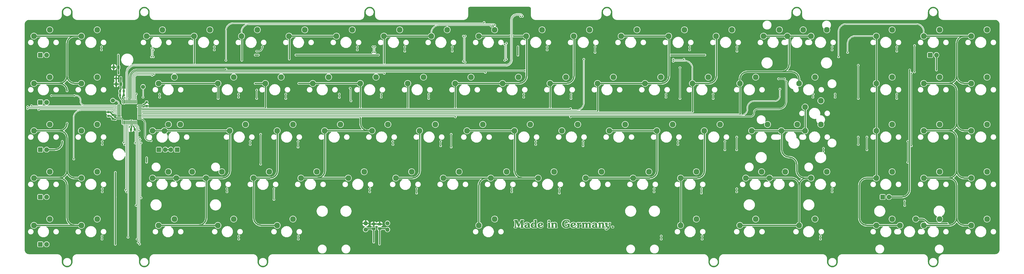
<source format=gbr>
%TF.GenerationSoftware,KiCad,Pcbnew,8.0.2*%
%TF.CreationDate,2025-12-13T15:02:25-08:00*%
%TF.ProjectId,mx-unsaver-main,6d782d75-6e73-4617-9665-722d6d61696e,rev?*%
%TF.SameCoordinates,Original*%
%TF.FileFunction,Copper,L1,Top*%
%TF.FilePolarity,Positive*%
%FSLAX46Y46*%
G04 Gerber Fmt 4.6, Leading zero omitted, Abs format (unit mm)*
G04 Created by KiCad (PCBNEW 8.0.2) date 2025-12-13 15:02:25*
%MOMM*%
%LPD*%
G01*
G04 APERTURE LIST*
G04 Aperture macros list*
%AMRoundRect*
0 Rectangle with rounded corners*
0 $1 Rounding radius*
0 $2 $3 $4 $5 $6 $7 $8 $9 X,Y pos of 4 corners*
0 Add a 4 corners polygon primitive as box body*
4,1,4,$2,$3,$4,$5,$6,$7,$8,$9,$2,$3,0*
0 Add four circle primitives for the rounded corners*
1,1,$1+$1,$2,$3*
1,1,$1+$1,$4,$5*
1,1,$1+$1,$6,$7*
1,1,$1+$1,$8,$9*
0 Add four rect primitives between the rounded corners*
20,1,$1+$1,$2,$3,$4,$5,0*
20,1,$1+$1,$4,$5,$6,$7,0*
20,1,$1+$1,$6,$7,$8,$9,0*
20,1,$1+$1,$8,$9,$2,$3,0*%
G04 Aperture macros list end*
%TA.AperFunction,EtchedComponent*%
%ADD10C,0.099999*%
%TD*%
%TA.AperFunction,ComponentPad*%
%ADD11C,2.300000*%
%TD*%
%TA.AperFunction,SMDPad,CuDef*%
%ADD12RoundRect,0.250000X0.450000X-0.262500X0.450000X0.262500X-0.450000X0.262500X-0.450000X-0.262500X0*%
%TD*%
%TA.AperFunction,ComponentPad*%
%ADD13RoundRect,0.285750X-0.666750X-0.666750X0.666750X-0.666750X0.666750X0.666750X-0.666750X0.666750X0*%
%TD*%
%TA.AperFunction,ComponentPad*%
%ADD14C,1.905000*%
%TD*%
%TA.AperFunction,SMDPad,CuDef*%
%ADD15RoundRect,0.250000X0.250000X0.475000X-0.250000X0.475000X-0.250000X-0.475000X0.250000X-0.475000X0*%
%TD*%
%TA.AperFunction,ComponentPad*%
%ADD16C,1.700000*%
%TD*%
%TA.AperFunction,SMDPad,CuDef*%
%ADD17RoundRect,0.225000X-0.225000X-0.250000X0.225000X-0.250000X0.225000X0.250000X-0.225000X0.250000X0*%
%TD*%
%TA.AperFunction,ComponentPad*%
%ADD18O,1.700000X1.700000*%
%TD*%
%TA.AperFunction,SMDPad,CuDef*%
%ADD19RoundRect,0.250000X0.475000X-0.250000X0.475000X0.250000X-0.475000X0.250000X-0.475000X-0.250000X0*%
%TD*%
%TA.AperFunction,SMDPad,CuDef*%
%ADD20RoundRect,0.225000X0.250000X-0.225000X0.250000X0.225000X-0.250000X0.225000X-0.250000X-0.225000X0*%
%TD*%
%TA.AperFunction,SMDPad,CuDef*%
%ADD21RoundRect,0.225000X0.225000X0.250000X-0.225000X0.250000X-0.225000X-0.250000X0.225000X-0.250000X0*%
%TD*%
%TA.AperFunction,SMDPad,CuDef*%
%ADD22RoundRect,0.150000X0.150000X-0.512500X0.150000X0.512500X-0.150000X0.512500X-0.150000X-0.512500X0*%
%TD*%
%TA.AperFunction,SMDPad,CuDef*%
%ADD23RoundRect,0.075000X0.075000X-0.662500X0.075000X0.662500X-0.075000X0.662500X-0.075000X-0.662500X0*%
%TD*%
%TA.AperFunction,SMDPad,CuDef*%
%ADD24RoundRect,0.075000X0.662500X-0.075000X0.662500X0.075000X-0.662500X0.075000X-0.662500X-0.075000X0*%
%TD*%
%TA.AperFunction,SMDPad,CuDef*%
%ADD25RoundRect,0.225000X-0.250000X0.225000X-0.250000X-0.225000X0.250000X-0.225000X0.250000X0.225000X0*%
%TD*%
%TA.AperFunction,ComponentPad*%
%ADD26RoundRect,0.285750X0.666750X0.666750X-0.666750X0.666750X-0.666750X-0.666750X0.666750X-0.666750X0*%
%TD*%
%TA.AperFunction,ViaPad*%
%ADD27C,0.600000*%
%TD*%
%TA.AperFunction,Conductor*%
%ADD28C,0.500000*%
%TD*%
%TA.AperFunction,Conductor*%
%ADD29C,0.300000*%
%TD*%
%TA.AperFunction,Conductor*%
%ADD30C,0.200000*%
%TD*%
G04 APERTURE END LIST*
D10*
%TO.C,G1*%
X202960816Y-71621357D02*
X202999356Y-71625241D01*
X203037288Y-71631730D01*
X203055931Y-71635954D01*
X203074308Y-71640835D01*
X203092381Y-71646373D01*
X203110112Y-71652570D01*
X203127464Y-71659427D01*
X203144398Y-71666946D01*
X203160876Y-71675129D01*
X203176860Y-71683977D01*
X203192312Y-71693491D01*
X203207195Y-71703674D01*
X203221470Y-71714526D01*
X203235099Y-71726050D01*
X203248045Y-71738246D01*
X203260268Y-71751117D01*
X203271733Y-71764664D01*
X203282399Y-71778888D01*
X203292230Y-71793791D01*
X203301188Y-71809375D01*
X203309234Y-71825641D01*
X203316330Y-71842590D01*
X203322439Y-71860225D01*
X203327522Y-71878547D01*
X203331542Y-71897557D01*
X203334460Y-71917256D01*
X203336239Y-71937648D01*
X203336840Y-71958732D01*
X203336166Y-71979059D01*
X203334179Y-71998765D01*
X203330928Y-72017847D01*
X203326463Y-72036304D01*
X203320837Y-72054135D01*
X203314097Y-72071339D01*
X203306296Y-72087913D01*
X203297483Y-72103856D01*
X203287709Y-72119166D01*
X203277025Y-72133842D01*
X203265479Y-72147883D01*
X203253124Y-72161287D01*
X203240009Y-72174051D01*
X203226185Y-72186176D01*
X203211702Y-72197659D01*
X203196611Y-72208498D01*
X203164804Y-72228240D01*
X203131168Y-72245391D01*
X203096106Y-72259937D01*
X203060020Y-72271866D01*
X203023314Y-72281165D01*
X202986392Y-72287823D01*
X202949655Y-72291827D01*
X202913508Y-72293165D01*
X202895966Y-72292842D01*
X202878295Y-72291878D01*
X202842748Y-72288030D01*
X202807225Y-72281640D01*
X202789586Y-72277497D01*
X202772087Y-72272726D01*
X202754775Y-72267328D01*
X202737693Y-72261306D01*
X202720888Y-72254663D01*
X202704403Y-72247400D01*
X202688285Y-72239521D01*
X202672577Y-72231026D01*
X202657325Y-72221919D01*
X202642573Y-72212203D01*
X202628368Y-72201878D01*
X202614753Y-72190948D01*
X202601773Y-72179415D01*
X202589475Y-72167281D01*
X202577901Y-72154549D01*
X202567099Y-72141221D01*
X202557111Y-72127299D01*
X202547985Y-72112786D01*
X202539763Y-72097683D01*
X202532492Y-72081994D01*
X202526216Y-72065720D01*
X202520980Y-72048864D01*
X202516830Y-72031428D01*
X202513810Y-72013415D01*
X202511965Y-71994827D01*
X202511340Y-71975665D01*
X202511941Y-71954905D01*
X202513719Y-71934697D01*
X202516635Y-71915049D01*
X202520650Y-71895968D01*
X202525725Y-71877460D01*
X202531822Y-71859533D01*
X202538902Y-71842193D01*
X202546926Y-71825448D01*
X202555855Y-71809304D01*
X202565651Y-71793769D01*
X202576275Y-71778850D01*
X202587688Y-71764552D01*
X202599851Y-71750885D01*
X202612726Y-71737853D01*
X202626274Y-71725465D01*
X202640456Y-71713728D01*
X202655233Y-71702647D01*
X202670566Y-71692231D01*
X202686418Y-71682486D01*
X202702748Y-71673420D01*
X202736692Y-71657350D01*
X202772086Y-71644076D01*
X202808621Y-71633655D01*
X202845987Y-71626142D01*
X202883875Y-71621594D01*
X202921973Y-71620065D01*
X202960816Y-71621357D01*
%TA.AperFunction,EtchedComponent*%
G36*
X202960816Y-71621357D02*
G01*
X202999356Y-71625241D01*
X203037288Y-71631730D01*
X203055931Y-71635954D01*
X203074308Y-71640835D01*
X203092381Y-71646373D01*
X203110112Y-71652570D01*
X203127464Y-71659427D01*
X203144398Y-71666946D01*
X203160876Y-71675129D01*
X203176860Y-71683977D01*
X203192312Y-71693491D01*
X203207195Y-71703674D01*
X203221470Y-71714526D01*
X203235099Y-71726050D01*
X203248045Y-71738246D01*
X203260268Y-71751117D01*
X203271733Y-71764664D01*
X203282399Y-71778888D01*
X203292230Y-71793791D01*
X203301188Y-71809375D01*
X203309234Y-71825641D01*
X203316330Y-71842590D01*
X203322439Y-71860225D01*
X203327522Y-71878547D01*
X203331542Y-71897557D01*
X203334460Y-71917256D01*
X203336239Y-71937648D01*
X203336840Y-71958732D01*
X203336166Y-71979059D01*
X203334179Y-71998765D01*
X203330928Y-72017847D01*
X203326463Y-72036304D01*
X203320837Y-72054135D01*
X203314097Y-72071339D01*
X203306296Y-72087913D01*
X203297483Y-72103856D01*
X203287709Y-72119166D01*
X203277025Y-72133842D01*
X203265479Y-72147883D01*
X203253124Y-72161287D01*
X203240009Y-72174051D01*
X203226185Y-72186176D01*
X203211702Y-72197659D01*
X203196611Y-72208498D01*
X203164804Y-72228240D01*
X203131168Y-72245391D01*
X203096106Y-72259937D01*
X203060020Y-72271866D01*
X203023314Y-72281165D01*
X202986392Y-72287823D01*
X202949655Y-72291827D01*
X202913508Y-72293165D01*
X202895966Y-72292842D01*
X202878295Y-72291878D01*
X202842748Y-72288030D01*
X202807225Y-72281640D01*
X202789586Y-72277497D01*
X202772087Y-72272726D01*
X202754775Y-72267328D01*
X202737693Y-72261306D01*
X202720888Y-72254663D01*
X202704403Y-72247400D01*
X202688285Y-72239521D01*
X202672577Y-72231026D01*
X202657325Y-72221919D01*
X202642573Y-72212203D01*
X202628368Y-72201878D01*
X202614753Y-72190948D01*
X202601773Y-72179415D01*
X202589475Y-72167281D01*
X202577901Y-72154549D01*
X202567099Y-72141221D01*
X202557111Y-72127299D01*
X202547985Y-72112786D01*
X202539763Y-72097683D01*
X202532492Y-72081994D01*
X202526216Y-72065720D01*
X202520980Y-72048864D01*
X202516830Y-72031428D01*
X202513810Y-72013415D01*
X202511965Y-71994827D01*
X202511340Y-71975665D01*
X202511941Y-71954905D01*
X202513719Y-71934697D01*
X202516635Y-71915049D01*
X202520650Y-71895968D01*
X202525725Y-71877460D01*
X202531822Y-71859533D01*
X202538902Y-71842193D01*
X202546926Y-71825448D01*
X202555855Y-71809304D01*
X202565651Y-71793769D01*
X202576275Y-71778850D01*
X202587688Y-71764552D01*
X202599851Y-71750885D01*
X202612726Y-71737853D01*
X202626274Y-71725465D01*
X202640456Y-71713728D01*
X202655233Y-71702647D01*
X202670566Y-71692231D01*
X202686418Y-71682486D01*
X202702748Y-71673420D01*
X202736692Y-71657350D01*
X202772086Y-71644076D01*
X202808621Y-71633655D01*
X202845987Y-71626142D01*
X202883875Y-71621594D01*
X202921973Y-71620065D01*
X202960816Y-71621357D01*
G37*
%TD.AperFunction*%
X228489481Y-73986896D02*
X228507766Y-73988074D01*
X228526024Y-73990024D01*
X228544214Y-73992735D01*
X228562300Y-73996197D01*
X228580241Y-74000398D01*
X228598000Y-74005327D01*
X228615536Y-74010975D01*
X228632812Y-74017329D01*
X228649789Y-74024380D01*
X228666428Y-74032116D01*
X228682691Y-74040526D01*
X228698538Y-74049599D01*
X228713930Y-74059326D01*
X228728830Y-74069694D01*
X228743198Y-74080693D01*
X228756995Y-74092312D01*
X228770183Y-74104541D01*
X228782724Y-74117367D01*
X228794577Y-74130782D01*
X228805705Y-74144773D01*
X228816068Y-74159330D01*
X228825629Y-74174442D01*
X228834347Y-74190098D01*
X228842185Y-74206288D01*
X228849104Y-74223000D01*
X228855065Y-74240223D01*
X228860028Y-74257947D01*
X228863957Y-74276161D01*
X228866811Y-74294854D01*
X228868551Y-74314016D01*
X228869140Y-74333634D01*
X228868551Y-74352844D01*
X228866812Y-74371574D01*
X228863960Y-74389816D01*
X228860037Y-74407560D01*
X228855081Y-74424800D01*
X228849132Y-74441525D01*
X228842230Y-74457728D01*
X228834413Y-74473400D01*
X228825723Y-74488532D01*
X228816197Y-74503117D01*
X228805877Y-74517145D01*
X228794800Y-74530608D01*
X228783007Y-74543497D01*
X228770538Y-74555804D01*
X228757431Y-74567520D01*
X228743727Y-74578638D01*
X228729465Y-74589147D01*
X228714684Y-74599041D01*
X228683725Y-74616944D01*
X228651165Y-74632281D01*
X228617323Y-74644982D01*
X228582512Y-74654979D01*
X228547051Y-74662205D01*
X228511255Y-74666590D01*
X228475440Y-74668067D01*
X228457129Y-74667708D01*
X228438737Y-74666636D01*
X228420307Y-74664854D01*
X228401884Y-74662370D01*
X228383511Y-74659188D01*
X228365230Y-74655314D01*
X228347086Y-74650754D01*
X228329122Y-74645511D01*
X228311382Y-74639593D01*
X228293908Y-74633005D01*
X228276744Y-74625751D01*
X228259933Y-74617838D01*
X228243520Y-74609270D01*
X228227546Y-74600054D01*
X228212057Y-74590194D01*
X228197094Y-74579696D01*
X228182703Y-74568566D01*
X228168925Y-74556809D01*
X228155804Y-74544430D01*
X228143384Y-74531435D01*
X228131708Y-74517829D01*
X228120820Y-74503617D01*
X228110763Y-74488806D01*
X228101580Y-74473400D01*
X228093315Y-74457405D01*
X228086011Y-74440826D01*
X228079712Y-74423669D01*
X228074461Y-74405939D01*
X228070301Y-74387642D01*
X228067276Y-74368783D01*
X228065429Y-74349367D01*
X228064804Y-74329400D01*
X228065405Y-74309049D01*
X228067182Y-74289272D01*
X228070095Y-74270076D01*
X228074105Y-74251464D01*
X228079173Y-74233441D01*
X228085258Y-74216012D01*
X228092322Y-74199181D01*
X228100324Y-74182954D01*
X228109226Y-74167334D01*
X228118987Y-74152326D01*
X228129568Y-74137936D01*
X228140930Y-74124167D01*
X228153033Y-74111024D01*
X228165837Y-74098512D01*
X228179303Y-74086636D01*
X228193392Y-74075401D01*
X228208064Y-74064810D01*
X228223279Y-74054869D01*
X228255181Y-74036954D01*
X228288782Y-74021692D01*
X228323767Y-74009123D01*
X228359817Y-73999281D01*
X228396618Y-73992206D01*
X228433853Y-73987933D01*
X228471206Y-73986501D01*
X228489481Y-73986896D01*
%TA.AperFunction,EtchedComponent*%
G36*
X228489481Y-73986896D02*
G01*
X228507766Y-73988074D01*
X228526024Y-73990024D01*
X228544214Y-73992735D01*
X228562300Y-73996197D01*
X228580241Y-74000398D01*
X228598000Y-74005327D01*
X228615536Y-74010975D01*
X228632812Y-74017329D01*
X228649789Y-74024380D01*
X228666428Y-74032116D01*
X228682691Y-74040526D01*
X228698538Y-74049599D01*
X228713930Y-74059326D01*
X228728830Y-74069694D01*
X228743198Y-74080693D01*
X228756995Y-74092312D01*
X228770183Y-74104541D01*
X228782724Y-74117367D01*
X228794577Y-74130782D01*
X228805705Y-74144773D01*
X228816068Y-74159330D01*
X228825629Y-74174442D01*
X228834347Y-74190098D01*
X228842185Y-74206288D01*
X228849104Y-74223000D01*
X228855065Y-74240223D01*
X228860028Y-74257947D01*
X228863957Y-74276161D01*
X228866811Y-74294854D01*
X228868551Y-74314016D01*
X228869140Y-74333634D01*
X228868551Y-74352844D01*
X228866812Y-74371574D01*
X228863960Y-74389816D01*
X228860037Y-74407560D01*
X228855081Y-74424800D01*
X228849132Y-74441525D01*
X228842230Y-74457728D01*
X228834413Y-74473400D01*
X228825723Y-74488532D01*
X228816197Y-74503117D01*
X228805877Y-74517145D01*
X228794800Y-74530608D01*
X228783007Y-74543497D01*
X228770538Y-74555804D01*
X228757431Y-74567520D01*
X228743727Y-74578638D01*
X228729465Y-74589147D01*
X228714684Y-74599041D01*
X228683725Y-74616944D01*
X228651165Y-74632281D01*
X228617323Y-74644982D01*
X228582512Y-74654979D01*
X228547051Y-74662205D01*
X228511255Y-74666590D01*
X228475440Y-74668067D01*
X228457129Y-74667708D01*
X228438737Y-74666636D01*
X228420307Y-74664854D01*
X228401884Y-74662370D01*
X228383511Y-74659188D01*
X228365230Y-74655314D01*
X228347086Y-74650754D01*
X228329122Y-74645511D01*
X228311382Y-74639593D01*
X228293908Y-74633005D01*
X228276744Y-74625751D01*
X228259933Y-74617838D01*
X228243520Y-74609270D01*
X228227546Y-74600054D01*
X228212057Y-74590194D01*
X228197094Y-74579696D01*
X228182703Y-74568566D01*
X228168925Y-74556809D01*
X228155804Y-74544430D01*
X228143384Y-74531435D01*
X228131708Y-74517829D01*
X228120820Y-74503617D01*
X228110763Y-74488806D01*
X228101580Y-74473400D01*
X228093315Y-74457405D01*
X228086011Y-74440826D01*
X228079712Y-74423669D01*
X228074461Y-74405939D01*
X228070301Y-74387642D01*
X228067276Y-74368783D01*
X228065429Y-74349367D01*
X228064804Y-74329400D01*
X228065405Y-74309049D01*
X228067182Y-74289272D01*
X228070095Y-74270076D01*
X228074105Y-74251464D01*
X228079173Y-74233441D01*
X228085258Y-74216012D01*
X228092322Y-74199181D01*
X228100324Y-74182954D01*
X228109226Y-74167334D01*
X228118987Y-74152326D01*
X228129568Y-74137936D01*
X228140930Y-74124167D01*
X228153033Y-74111024D01*
X228165837Y-74098512D01*
X228179303Y-74086636D01*
X228193392Y-74075401D01*
X228208064Y-74064810D01*
X228223279Y-74054869D01*
X228255181Y-74036954D01*
X228288782Y-74021692D01*
X228323767Y-74009123D01*
X228359817Y-73999281D01*
X228396618Y-73992206D01*
X228433853Y-73987933D01*
X228471206Y-73986501D01*
X228489481Y-73986896D01*
G37*
%TD.AperFunction*%
X203172829Y-72535295D02*
X203189564Y-72537729D01*
X203205075Y-72541686D01*
X203219409Y-72547082D01*
X203232611Y-72553837D01*
X203244727Y-72561868D01*
X203255803Y-72571093D01*
X203265885Y-72581429D01*
X203275018Y-72592794D01*
X203283247Y-72605107D01*
X203290620Y-72618284D01*
X203297181Y-72632245D01*
X203302976Y-72646907D01*
X203308050Y-72662186D01*
X203316223Y-72694273D01*
X203322063Y-72727849D01*
X203325938Y-72762255D01*
X203328213Y-72796835D01*
X203329254Y-72830931D01*
X203328394Y-72949332D01*
X203328394Y-74066932D01*
X203328062Y-74117467D01*
X203328169Y-74147597D01*
X203328920Y-74179115D01*
X203330663Y-74210634D01*
X203332016Y-74225959D01*
X203333747Y-74240763D01*
X203335900Y-74254872D01*
X203338518Y-74268114D01*
X203341645Y-74280313D01*
X203345324Y-74291297D01*
X203348692Y-74296757D01*
X203352425Y-74302031D01*
X203356494Y-74307131D01*
X203360867Y-74312070D01*
X203365512Y-74316859D01*
X203370400Y-74321512D01*
X203375498Y-74326041D01*
X203380776Y-74330459D01*
X203386203Y-74334776D01*
X203391748Y-74339008D01*
X203403067Y-74347259D01*
X203425753Y-74363267D01*
X203433584Y-74368084D01*
X203441180Y-74373031D01*
X203448503Y-74378140D01*
X203455516Y-74383441D01*
X203462182Y-74388966D01*
X203468464Y-74394744D01*
X203474324Y-74400808D01*
X203479725Y-74407189D01*
X203484631Y-74413916D01*
X203489003Y-74421022D01*
X203490977Y-74424726D01*
X203492804Y-74428537D01*
X203494479Y-74432457D01*
X203495998Y-74436492D01*
X203497355Y-74440644D01*
X203498547Y-74444918D01*
X203499568Y-74449318D01*
X203500414Y-74453847D01*
X203501080Y-74458509D01*
X203501561Y-74463309D01*
X203501853Y-74468249D01*
X203501952Y-74473334D01*
X203501730Y-74482277D01*
X203501075Y-74490853D01*
X203499998Y-74499068D01*
X203498512Y-74506927D01*
X203496629Y-74514436D01*
X203494362Y-74521600D01*
X203491722Y-74528424D01*
X203488723Y-74534914D01*
X203485377Y-74541076D01*
X203481696Y-74546915D01*
X203477692Y-74552435D01*
X203473378Y-74557644D01*
X203468767Y-74562545D01*
X203463870Y-74567145D01*
X203458700Y-74571449D01*
X203453270Y-74575462D01*
X203447592Y-74579190D01*
X203441679Y-74582638D01*
X203435542Y-74585812D01*
X203429194Y-74588716D01*
X203415915Y-74593741D01*
X203401942Y-74597754D01*
X203387373Y-74600800D01*
X203372308Y-74602922D01*
X203356846Y-74604163D01*
X203341086Y-74604568D01*
X202625651Y-74604568D01*
X202609892Y-74604164D01*
X202594430Y-74602922D01*
X202579365Y-74600801D01*
X202564797Y-74597755D01*
X202557729Y-74595872D01*
X202550823Y-74593742D01*
X202544091Y-74591359D01*
X202537545Y-74588718D01*
X202531197Y-74585814D01*
X202525060Y-74582640D01*
X202519146Y-74579193D01*
X202513468Y-74575465D01*
X202508038Y-74571452D01*
X202502868Y-74567148D01*
X202497971Y-74562548D01*
X202493360Y-74557647D01*
X202489046Y-74552439D01*
X202485042Y-74546918D01*
X202481361Y-74541079D01*
X202478014Y-74534918D01*
X202475015Y-74528427D01*
X202472375Y-74521603D01*
X202470108Y-74514438D01*
X202468225Y-74506929D01*
X202466738Y-74499070D01*
X202465661Y-74490854D01*
X202465006Y-74482278D01*
X202464785Y-74473334D01*
X202464884Y-74468249D01*
X202465176Y-74463308D01*
X202465657Y-74458508D01*
X202466323Y-74453845D01*
X202467169Y-74449316D01*
X202468190Y-74444916D01*
X202469381Y-74440642D01*
X202470738Y-74436490D01*
X202472257Y-74432455D01*
X202473932Y-74428535D01*
X202475759Y-74424724D01*
X202477733Y-74421020D01*
X202479850Y-74417418D01*
X202482105Y-74413914D01*
X202484493Y-74410505D01*
X202487010Y-74407187D01*
X202492411Y-74400807D01*
X202498271Y-74394744D01*
X202504553Y-74388965D01*
X202511219Y-74383441D01*
X202518232Y-74378140D01*
X202525556Y-74373032D01*
X202533152Y-74368084D01*
X202540984Y-74363267D01*
X202563670Y-74347258D01*
X202574988Y-74339005D01*
X202580533Y-74334773D01*
X202585960Y-74330455D01*
X202591239Y-74326037D01*
X202596337Y-74321508D01*
X202601224Y-74316855D01*
X202605870Y-74312066D01*
X202610243Y-74307128D01*
X202614311Y-74302028D01*
X202618045Y-74296756D01*
X202619777Y-74294050D01*
X202621413Y-74291297D01*
X202625085Y-74280313D01*
X202628207Y-74268113D01*
X202630821Y-74254872D01*
X202632972Y-74240762D01*
X202634702Y-74225957D01*
X202636055Y-74210632D01*
X202637801Y-74179114D01*
X202638557Y-74147595D01*
X202638668Y-74117466D01*
X202638342Y-74066932D01*
X202638358Y-73406530D01*
X202638159Y-73330726D01*
X202636770Y-73247779D01*
X202635257Y-73205859D01*
X202633000Y-73164832D01*
X202629850Y-73125592D01*
X202625658Y-73089030D01*
X202622280Y-73073134D01*
X202618474Y-73058694D01*
X202614209Y-73045582D01*
X202611894Y-73039483D01*
X202609454Y-73033666D01*
X202606883Y-73028116D01*
X202604178Y-73022817D01*
X202601335Y-73017752D01*
X202598350Y-73012904D01*
X202595220Y-73008259D01*
X202591940Y-73003798D01*
X202588506Y-72999506D01*
X202584916Y-72995367D01*
X202577246Y-72987482D01*
X202568901Y-72980013D01*
X202559848Y-72972829D01*
X202550058Y-72965800D01*
X202539498Y-72958796D01*
X202528138Y-72951687D01*
X202502894Y-72936631D01*
X202464924Y-72915133D01*
X202455835Y-72909650D01*
X202447081Y-72903962D01*
X202438749Y-72897989D01*
X202430925Y-72891650D01*
X202427231Y-72888318D01*
X202423696Y-72884865D01*
X202420333Y-72881280D01*
X202417150Y-72877553D01*
X202414160Y-72873674D01*
X202411373Y-72869633D01*
X202408800Y-72865420D01*
X202406451Y-72861024D01*
X202404339Y-72856437D01*
X202402472Y-72851647D01*
X202400863Y-72846645D01*
X202399523Y-72841421D01*
X202398461Y-72835964D01*
X202397689Y-72830265D01*
X202397218Y-72824312D01*
X202397059Y-72818097D01*
X202397571Y-72807640D01*
X202399075Y-72797688D01*
X202401520Y-72788226D01*
X202404856Y-72779238D01*
X202409032Y-72770709D01*
X202413998Y-72762623D01*
X202419703Y-72754966D01*
X202426097Y-72747720D01*
X202433130Y-72740872D01*
X202440752Y-72734405D01*
X202448911Y-72728303D01*
X202457558Y-72722553D01*
X202476113Y-72712040D01*
X202496014Y-72702742D01*
X202516857Y-72694536D01*
X202538240Y-72687297D01*
X202559759Y-72680901D01*
X202581011Y-72675225D01*
X202655291Y-72657232D01*
X202768468Y-72620188D01*
X202834556Y-72599782D01*
X202903472Y-72579972D01*
X202972586Y-72562146D01*
X203006396Y-72554411D01*
X203039269Y-72547694D01*
X203070877Y-72542167D01*
X203100892Y-72538004D01*
X203128984Y-72535379D01*
X203154826Y-72534465D01*
X203172829Y-72535295D01*
%TA.AperFunction,EtchedComponent*%
G36*
X203172829Y-72535295D02*
G01*
X203189564Y-72537729D01*
X203205075Y-72541686D01*
X203219409Y-72547082D01*
X203232611Y-72553837D01*
X203244727Y-72561868D01*
X203255803Y-72571093D01*
X203265885Y-72581429D01*
X203275018Y-72592794D01*
X203283247Y-72605107D01*
X203290620Y-72618284D01*
X203297181Y-72632245D01*
X203302976Y-72646907D01*
X203308050Y-72662186D01*
X203316223Y-72694273D01*
X203322063Y-72727849D01*
X203325938Y-72762255D01*
X203328213Y-72796835D01*
X203329254Y-72830931D01*
X203328394Y-72949332D01*
X203328394Y-74066932D01*
X203328062Y-74117467D01*
X203328169Y-74147597D01*
X203328920Y-74179115D01*
X203330663Y-74210634D01*
X203332016Y-74225959D01*
X203333747Y-74240763D01*
X203335900Y-74254872D01*
X203338518Y-74268114D01*
X203341645Y-74280313D01*
X203345324Y-74291297D01*
X203348692Y-74296757D01*
X203352425Y-74302031D01*
X203356494Y-74307131D01*
X203360867Y-74312070D01*
X203365512Y-74316859D01*
X203370400Y-74321512D01*
X203375498Y-74326041D01*
X203380776Y-74330459D01*
X203386203Y-74334776D01*
X203391748Y-74339008D01*
X203403067Y-74347259D01*
X203425753Y-74363267D01*
X203433584Y-74368084D01*
X203441180Y-74373031D01*
X203448503Y-74378140D01*
X203455516Y-74383441D01*
X203462182Y-74388966D01*
X203468464Y-74394744D01*
X203474324Y-74400808D01*
X203479725Y-74407189D01*
X203484631Y-74413916D01*
X203489003Y-74421022D01*
X203490977Y-74424726D01*
X203492804Y-74428537D01*
X203494479Y-74432457D01*
X203495998Y-74436492D01*
X203497355Y-74440644D01*
X203498547Y-74444918D01*
X203499568Y-74449318D01*
X203500414Y-74453847D01*
X203501080Y-74458509D01*
X203501561Y-74463309D01*
X203501853Y-74468249D01*
X203501952Y-74473334D01*
X203501730Y-74482277D01*
X203501075Y-74490853D01*
X203499998Y-74499068D01*
X203498512Y-74506927D01*
X203496629Y-74514436D01*
X203494362Y-74521600D01*
X203491722Y-74528424D01*
X203488723Y-74534914D01*
X203485377Y-74541076D01*
X203481696Y-74546915D01*
X203477692Y-74552435D01*
X203473378Y-74557644D01*
X203468767Y-74562545D01*
X203463870Y-74567145D01*
X203458700Y-74571449D01*
X203453270Y-74575462D01*
X203447592Y-74579190D01*
X203441679Y-74582638D01*
X203435542Y-74585812D01*
X203429194Y-74588716D01*
X203415915Y-74593741D01*
X203401942Y-74597754D01*
X203387373Y-74600800D01*
X203372308Y-74602922D01*
X203356846Y-74604163D01*
X203341086Y-74604568D01*
X202625651Y-74604568D01*
X202609892Y-74604164D01*
X202594430Y-74602922D01*
X202579365Y-74600801D01*
X202564797Y-74597755D01*
X202557729Y-74595872D01*
X202550823Y-74593742D01*
X202544091Y-74591359D01*
X202537545Y-74588718D01*
X202531197Y-74585814D01*
X202525060Y-74582640D01*
X202519146Y-74579193D01*
X202513468Y-74575465D01*
X202508038Y-74571452D01*
X202502868Y-74567148D01*
X202497971Y-74562548D01*
X202493360Y-74557647D01*
X202489046Y-74552439D01*
X202485042Y-74546918D01*
X202481361Y-74541079D01*
X202478014Y-74534918D01*
X202475015Y-74528427D01*
X202472375Y-74521603D01*
X202470108Y-74514438D01*
X202468225Y-74506929D01*
X202466738Y-74499070D01*
X202465661Y-74490854D01*
X202465006Y-74482278D01*
X202464785Y-74473334D01*
X202464884Y-74468249D01*
X202465176Y-74463308D01*
X202465657Y-74458508D01*
X202466323Y-74453845D01*
X202467169Y-74449316D01*
X202468190Y-74444916D01*
X202469381Y-74440642D01*
X202470738Y-74436490D01*
X202472257Y-74432455D01*
X202473932Y-74428535D01*
X202475759Y-74424724D01*
X202477733Y-74421020D01*
X202479850Y-74417418D01*
X202482105Y-74413914D01*
X202484493Y-74410505D01*
X202487010Y-74407187D01*
X202492411Y-74400807D01*
X202498271Y-74394744D01*
X202504553Y-74388965D01*
X202511219Y-74383441D01*
X202518232Y-74378140D01*
X202525556Y-74373032D01*
X202533152Y-74368084D01*
X202540984Y-74363267D01*
X202563670Y-74347258D01*
X202574988Y-74339005D01*
X202580533Y-74334773D01*
X202585960Y-74330455D01*
X202591239Y-74326037D01*
X202596337Y-74321508D01*
X202601224Y-74316855D01*
X202605870Y-74312066D01*
X202610243Y-74307128D01*
X202614311Y-74302028D01*
X202618045Y-74296756D01*
X202619777Y-74294050D01*
X202621413Y-74291297D01*
X202625085Y-74280313D01*
X202628207Y-74268113D01*
X202630821Y-74254872D01*
X202632972Y-74240762D01*
X202634702Y-74225957D01*
X202636055Y-74210632D01*
X202637801Y-74179114D01*
X202638557Y-74147595D01*
X202638668Y-74117466D01*
X202638342Y-74066932D01*
X202638358Y-73406530D01*
X202638159Y-73330726D01*
X202636770Y-73247779D01*
X202635257Y-73205859D01*
X202633000Y-73164832D01*
X202629850Y-73125592D01*
X202625658Y-73089030D01*
X202622280Y-73073134D01*
X202618474Y-73058694D01*
X202614209Y-73045582D01*
X202611894Y-73039483D01*
X202609454Y-73033666D01*
X202606883Y-73028116D01*
X202604178Y-73022817D01*
X202601335Y-73017752D01*
X202598350Y-73012904D01*
X202595220Y-73008259D01*
X202591940Y-73003798D01*
X202588506Y-72999506D01*
X202584916Y-72995367D01*
X202577246Y-72987482D01*
X202568901Y-72980013D01*
X202559848Y-72972829D01*
X202550058Y-72965800D01*
X202539498Y-72958796D01*
X202528138Y-72951687D01*
X202502894Y-72936631D01*
X202464924Y-72915133D01*
X202455835Y-72909650D01*
X202447081Y-72903962D01*
X202438749Y-72897989D01*
X202430925Y-72891650D01*
X202427231Y-72888318D01*
X202423696Y-72884865D01*
X202420333Y-72881280D01*
X202417150Y-72877553D01*
X202414160Y-72873674D01*
X202411373Y-72869633D01*
X202408800Y-72865420D01*
X202406451Y-72861024D01*
X202404339Y-72856437D01*
X202402472Y-72851647D01*
X202400863Y-72846645D01*
X202399523Y-72841421D01*
X202398461Y-72835964D01*
X202397689Y-72830265D01*
X202397218Y-72824312D01*
X202397059Y-72818097D01*
X202397571Y-72807640D01*
X202399075Y-72797688D01*
X202401520Y-72788226D01*
X202404856Y-72779238D01*
X202409032Y-72770709D01*
X202413998Y-72762623D01*
X202419703Y-72754966D01*
X202426097Y-72747720D01*
X202433130Y-72740872D01*
X202440752Y-72734405D01*
X202448911Y-72728303D01*
X202457558Y-72722553D01*
X202476113Y-72712040D01*
X202496014Y-72702742D01*
X202516857Y-72694536D01*
X202538240Y-72687297D01*
X202559759Y-72680901D01*
X202581011Y-72675225D01*
X202655291Y-72657232D01*
X202768468Y-72620188D01*
X202834556Y-72599782D01*
X202903472Y-72579972D01*
X202972586Y-72562146D01*
X203006396Y-72554411D01*
X203039269Y-72547694D01*
X203070877Y-72542167D01*
X203100892Y-72538004D01*
X203128984Y-72535379D01*
X203154826Y-72534465D01*
X203172829Y-72535295D01*
G37*
%TD.AperFunction*%
X199694991Y-72536523D02*
X199768619Y-72542791D01*
X199843152Y-72553413D01*
X199917703Y-72568530D01*
X199991386Y-72588286D01*
X200027625Y-72599948D01*
X200063315Y-72612823D01*
X200098344Y-72626929D01*
X200132601Y-72642284D01*
X200165977Y-72658905D01*
X200198359Y-72676811D01*
X200229638Y-72696019D01*
X200259702Y-72716547D01*
X200288441Y-72738413D01*
X200315743Y-72761635D01*
X200341498Y-72786230D01*
X200365596Y-72812217D01*
X200387924Y-72839613D01*
X200408372Y-72868435D01*
X200426830Y-72898703D01*
X200443187Y-72930434D01*
X200457331Y-72963645D01*
X200469152Y-72998354D01*
X200478539Y-73034580D01*
X200485381Y-73072339D01*
X200489568Y-73111651D01*
X200490988Y-73152532D01*
X200490057Y-73181505D01*
X200487312Y-73209692D01*
X200482822Y-73237101D01*
X200476659Y-73263739D01*
X200468893Y-73289615D01*
X200459595Y-73314736D01*
X200448834Y-73339109D01*
X200436682Y-73362743D01*
X200423209Y-73385645D01*
X200408486Y-73407823D01*
X200392583Y-73429285D01*
X200375571Y-73450038D01*
X200357521Y-73470091D01*
X200338502Y-73489451D01*
X200297842Y-73526122D01*
X200254155Y-73560115D01*
X200208007Y-73591491D01*
X200159961Y-73620312D01*
X200110582Y-73646640D01*
X200060434Y-73670537D01*
X200010082Y-73692066D01*
X199960089Y-73711288D01*
X199911021Y-73728265D01*
X199863156Y-73742719D01*
X199814845Y-73755989D01*
X199717082Y-73779398D01*
X199618128Y-73799333D01*
X199518380Y-73816638D01*
X199119388Y-73876431D01*
X199132264Y-73925468D01*
X199148583Y-73972465D01*
X199168213Y-74017268D01*
X199191024Y-74059720D01*
X199203582Y-74080016D01*
X199216886Y-74099667D01*
X199230921Y-74118653D01*
X199245669Y-74136954D01*
X199261115Y-74154551D01*
X199277243Y-74171425D01*
X199294035Y-74187556D01*
X199311476Y-74202926D01*
X199329550Y-74217514D01*
X199348240Y-74231301D01*
X199367530Y-74244269D01*
X199387403Y-74256396D01*
X199407844Y-74267665D01*
X199428836Y-74278056D01*
X199450363Y-74287549D01*
X199472409Y-74296125D01*
X199494957Y-74303765D01*
X199517990Y-74310449D01*
X199541494Y-74316158D01*
X199565451Y-74320872D01*
X199589845Y-74324572D01*
X199614660Y-74327239D01*
X199639880Y-74328854D01*
X199665488Y-74329396D01*
X199707718Y-74328218D01*
X199748732Y-74324733D01*
X199788605Y-74319016D01*
X199827412Y-74311140D01*
X199865227Y-74301181D01*
X199902124Y-74289213D01*
X199938177Y-74275310D01*
X199973462Y-74259546D01*
X200008052Y-74241997D01*
X200042022Y-74222736D01*
X200075446Y-74201838D01*
X200108399Y-74179377D01*
X200140955Y-74155429D01*
X200173189Y-74130066D01*
X200205174Y-74103364D01*
X200236987Y-74075397D01*
X200257988Y-74056810D01*
X200277204Y-74039414D01*
X200286452Y-74031286D01*
X200295625Y-74023605D01*
X200304848Y-74016421D01*
X200314245Y-74009781D01*
X200323940Y-74003738D01*
X200334056Y-73998339D01*
X200344718Y-73993635D01*
X200350292Y-73991558D01*
X200356049Y-73989674D01*
X200362005Y-73987989D01*
X200368175Y-73986508D01*
X200374574Y-73985238D01*
X200381218Y-73984185D01*
X200388123Y-73983355D01*
X200395304Y-73982754D01*
X200402776Y-73982390D01*
X200410555Y-73982267D01*
X200416122Y-73982414D01*
X200421701Y-73982853D01*
X200427280Y-73983575D01*
X200432847Y-73984573D01*
X200438389Y-73985842D01*
X200443894Y-73987373D01*
X200449349Y-73989160D01*
X200454742Y-73991196D01*
X200460061Y-73993474D01*
X200465292Y-73995987D01*
X200470425Y-73998727D01*
X200475446Y-74001689D01*
X200480343Y-74004864D01*
X200485103Y-74008246D01*
X200489715Y-74011829D01*
X200494165Y-74015604D01*
X200498442Y-74019565D01*
X200502533Y-74023706D01*
X200506425Y-74028018D01*
X200510107Y-74032496D01*
X200513565Y-74037132D01*
X200516787Y-74041919D01*
X200519762Y-74046850D01*
X200522476Y-74051918D01*
X200524917Y-74057117D01*
X200527073Y-74062438D01*
X200528931Y-74067876D01*
X200530479Y-74073424D01*
X200531705Y-74079073D01*
X200532596Y-74084818D01*
X200533140Y-74090652D01*
X200533324Y-74096566D01*
X200532664Y-74110924D01*
X200530729Y-74125405D01*
X200527579Y-74139983D01*
X200523278Y-74154634D01*
X200517889Y-74169331D01*
X200511474Y-74184049D01*
X200504097Y-74198762D01*
X200495819Y-74213446D01*
X200486705Y-74228073D01*
X200476816Y-74242619D01*
X200454966Y-74271365D01*
X200430772Y-74299478D01*
X200404736Y-74326753D01*
X200377361Y-74352988D01*
X200349149Y-74377975D01*
X200320602Y-74401512D01*
X200292223Y-74423393D01*
X200264513Y-74443413D01*
X200237975Y-74461369D01*
X200213111Y-74477054D01*
X200190424Y-74490266D01*
X200149139Y-74513889D01*
X200107791Y-74535583D01*
X200066320Y-74555405D01*
X200024662Y-74573409D01*
X199982756Y-74589653D01*
X199940541Y-74604192D01*
X199897953Y-74617081D01*
X199854931Y-74628377D01*
X199811413Y-74638134D01*
X199767337Y-74646410D01*
X199722641Y-74653259D01*
X199677263Y-74658738D01*
X199631140Y-74662902D01*
X199584212Y-74665808D01*
X199536415Y-74667510D01*
X199487688Y-74668065D01*
X199433768Y-74666965D01*
X199380022Y-74663682D01*
X199326552Y-74658239D01*
X199273459Y-74650660D01*
X199220843Y-74640970D01*
X199168806Y-74629193D01*
X199117447Y-74615352D01*
X199066869Y-74599472D01*
X199017171Y-74581576D01*
X198968454Y-74561689D01*
X198920819Y-74539834D01*
X198874368Y-74516037D01*
X198829200Y-74490320D01*
X198785416Y-74462708D01*
X198743117Y-74433224D01*
X198702405Y-74401894D01*
X198663379Y-74368740D01*
X198626141Y-74333787D01*
X198590791Y-74297059D01*
X198557430Y-74258580D01*
X198526158Y-74218374D01*
X198497078Y-74176465D01*
X198470288Y-74132877D01*
X198445891Y-74087635D01*
X198423987Y-74040761D01*
X198404676Y-73992280D01*
X198388060Y-73942217D01*
X198374239Y-73890594D01*
X198363313Y-73837437D01*
X198355385Y-73782770D01*
X198350554Y-73726615D01*
X198348921Y-73668998D01*
X198350702Y-73603170D01*
X198355976Y-73539054D01*
X198356483Y-73535406D01*
X199079453Y-73535406D01*
X199081286Y-73592797D01*
X199081286Y-73592799D01*
X199135745Y-73587704D01*
X199193702Y-73580215D01*
X199254189Y-73570122D01*
X199316238Y-73557213D01*
X199378882Y-73541278D01*
X199441155Y-73522107D01*
X199471849Y-73511241D01*
X199502087Y-73499487D01*
X199531749Y-73486818D01*
X199560713Y-73473208D01*
X199588859Y-73458631D01*
X199616065Y-73443060D01*
X199642211Y-73426469D01*
X199667175Y-73408832D01*
X199690837Y-73390122D01*
X199713076Y-73370312D01*
X199733771Y-73349377D01*
X199752801Y-73327290D01*
X199770044Y-73304025D01*
X199785381Y-73279556D01*
X199798691Y-73253855D01*
X199809851Y-73226897D01*
X199818742Y-73198656D01*
X199825242Y-73169104D01*
X199829231Y-73138216D01*
X199830588Y-73105966D01*
X199829596Y-73076365D01*
X199828355Y-73062005D01*
X199826619Y-73047956D01*
X199824387Y-73034228D01*
X199821658Y-73020836D01*
X199818433Y-73007790D01*
X199814713Y-72995105D01*
X199810496Y-72982791D01*
X199805783Y-72970862D01*
X199800574Y-72959330D01*
X199794869Y-72948207D01*
X199788668Y-72937506D01*
X199781970Y-72927239D01*
X199774777Y-72917418D01*
X199767087Y-72908057D01*
X199758902Y-72899166D01*
X199750220Y-72890760D01*
X199741042Y-72882849D01*
X199731368Y-72875447D01*
X199721198Y-72868566D01*
X199710532Y-72862218D01*
X199699370Y-72856415D01*
X199687712Y-72851171D01*
X199675558Y-72846498D01*
X199662907Y-72842407D01*
X199649760Y-72838912D01*
X199636118Y-72836024D01*
X199621979Y-72833756D01*
X199607344Y-72832121D01*
X199592213Y-72831131D01*
X199576586Y-72830798D01*
X199543819Y-72832143D01*
X199512190Y-72836100D01*
X199481698Y-72842553D01*
X199452340Y-72851386D01*
X199424113Y-72862482D01*
X199397016Y-72875726D01*
X199371046Y-72891000D01*
X199346200Y-72908189D01*
X199322477Y-72927176D01*
X199299874Y-72947845D01*
X199278389Y-72970080D01*
X199258019Y-72993765D01*
X199238762Y-73018783D01*
X199220616Y-73045017D01*
X199187647Y-73100673D01*
X199159094Y-73159801D01*
X199134937Y-73221472D01*
X199115158Y-73284754D01*
X199099739Y-73348719D01*
X199088661Y-73412436D01*
X199081905Y-73474975D01*
X199079453Y-73535406D01*
X198356483Y-73535406D01*
X198364639Y-73476675D01*
X198376587Y-73416056D01*
X198391716Y-73357223D01*
X198409922Y-73300202D01*
X198431102Y-73245015D01*
X198455152Y-73191689D01*
X198481967Y-73140249D01*
X198511444Y-73090718D01*
X198543479Y-73043122D01*
X198577968Y-72997485D01*
X198614808Y-72953833D01*
X198653893Y-72912190D01*
X198695122Y-72872581D01*
X198738389Y-72835031D01*
X198783590Y-72799565D01*
X198830623Y-72766207D01*
X198879382Y-72734982D01*
X198929765Y-72705915D01*
X198981667Y-72679031D01*
X199034985Y-72654354D01*
X199145450Y-72611723D01*
X199260331Y-72578220D01*
X199378797Y-72554044D01*
X199500015Y-72539393D01*
X199623156Y-72534465D01*
X199694991Y-72536523D01*
%TA.AperFunction,EtchedComponent*%
G36*
X199694991Y-72536523D02*
G01*
X199768619Y-72542791D01*
X199843152Y-72553413D01*
X199917703Y-72568530D01*
X199991386Y-72588286D01*
X200027625Y-72599948D01*
X200063315Y-72612823D01*
X200098344Y-72626929D01*
X200132601Y-72642284D01*
X200165977Y-72658905D01*
X200198359Y-72676811D01*
X200229638Y-72696019D01*
X200259702Y-72716547D01*
X200288441Y-72738413D01*
X200315743Y-72761635D01*
X200341498Y-72786230D01*
X200365596Y-72812217D01*
X200387924Y-72839613D01*
X200408372Y-72868435D01*
X200426830Y-72898703D01*
X200443187Y-72930434D01*
X200457331Y-72963645D01*
X200469152Y-72998354D01*
X200478539Y-73034580D01*
X200485381Y-73072339D01*
X200489568Y-73111651D01*
X200490988Y-73152532D01*
X200490057Y-73181505D01*
X200487312Y-73209692D01*
X200482822Y-73237101D01*
X200476659Y-73263739D01*
X200468893Y-73289615D01*
X200459595Y-73314736D01*
X200448834Y-73339109D01*
X200436682Y-73362743D01*
X200423209Y-73385645D01*
X200408486Y-73407823D01*
X200392583Y-73429285D01*
X200375571Y-73450038D01*
X200357521Y-73470091D01*
X200338502Y-73489451D01*
X200297842Y-73526122D01*
X200254155Y-73560115D01*
X200208007Y-73591491D01*
X200159961Y-73620312D01*
X200110582Y-73646640D01*
X200060434Y-73670537D01*
X200010082Y-73692066D01*
X199960089Y-73711288D01*
X199911021Y-73728265D01*
X199863156Y-73742719D01*
X199814845Y-73755989D01*
X199717082Y-73779398D01*
X199618128Y-73799333D01*
X199518380Y-73816638D01*
X199119388Y-73876431D01*
X199132264Y-73925468D01*
X199148583Y-73972465D01*
X199168213Y-74017268D01*
X199191024Y-74059720D01*
X199203582Y-74080016D01*
X199216886Y-74099667D01*
X199230921Y-74118653D01*
X199245669Y-74136954D01*
X199261115Y-74154551D01*
X199277243Y-74171425D01*
X199294035Y-74187556D01*
X199311476Y-74202926D01*
X199329550Y-74217514D01*
X199348240Y-74231301D01*
X199367530Y-74244269D01*
X199387403Y-74256396D01*
X199407844Y-74267665D01*
X199428836Y-74278056D01*
X199450363Y-74287549D01*
X199472409Y-74296125D01*
X199494957Y-74303765D01*
X199517990Y-74310449D01*
X199541494Y-74316158D01*
X199565451Y-74320872D01*
X199589845Y-74324572D01*
X199614660Y-74327239D01*
X199639880Y-74328854D01*
X199665488Y-74329396D01*
X199707718Y-74328218D01*
X199748732Y-74324733D01*
X199788605Y-74319016D01*
X199827412Y-74311140D01*
X199865227Y-74301181D01*
X199902124Y-74289213D01*
X199938177Y-74275310D01*
X199973462Y-74259546D01*
X200008052Y-74241997D01*
X200042022Y-74222736D01*
X200075446Y-74201838D01*
X200108399Y-74179377D01*
X200140955Y-74155429D01*
X200173189Y-74130066D01*
X200205174Y-74103364D01*
X200236987Y-74075397D01*
X200257988Y-74056810D01*
X200277204Y-74039414D01*
X200286452Y-74031286D01*
X200295625Y-74023605D01*
X200304848Y-74016421D01*
X200314245Y-74009781D01*
X200323940Y-74003738D01*
X200334056Y-73998339D01*
X200344718Y-73993635D01*
X200350292Y-73991558D01*
X200356049Y-73989674D01*
X200362005Y-73987989D01*
X200368175Y-73986508D01*
X200374574Y-73985238D01*
X200381218Y-73984185D01*
X200388123Y-73983355D01*
X200395304Y-73982754D01*
X200402776Y-73982390D01*
X200410555Y-73982267D01*
X200416122Y-73982414D01*
X200421701Y-73982853D01*
X200427280Y-73983575D01*
X200432847Y-73984573D01*
X200438389Y-73985842D01*
X200443894Y-73987373D01*
X200449349Y-73989160D01*
X200454742Y-73991196D01*
X200460061Y-73993474D01*
X200465292Y-73995987D01*
X200470425Y-73998727D01*
X200475446Y-74001689D01*
X200480343Y-74004864D01*
X200485103Y-74008246D01*
X200489715Y-74011829D01*
X200494165Y-74015604D01*
X200498442Y-74019565D01*
X200502533Y-74023706D01*
X200506425Y-74028018D01*
X200510107Y-74032496D01*
X200513565Y-74037132D01*
X200516787Y-74041919D01*
X200519762Y-74046850D01*
X200522476Y-74051918D01*
X200524917Y-74057117D01*
X200527073Y-74062438D01*
X200528931Y-74067876D01*
X200530479Y-74073424D01*
X200531705Y-74079073D01*
X200532596Y-74084818D01*
X200533140Y-74090652D01*
X200533324Y-74096566D01*
X200532664Y-74110924D01*
X200530729Y-74125405D01*
X200527579Y-74139983D01*
X200523278Y-74154634D01*
X200517889Y-74169331D01*
X200511474Y-74184049D01*
X200504097Y-74198762D01*
X200495819Y-74213446D01*
X200486705Y-74228073D01*
X200476816Y-74242619D01*
X200454966Y-74271365D01*
X200430772Y-74299478D01*
X200404736Y-74326753D01*
X200377361Y-74352988D01*
X200349149Y-74377975D01*
X200320602Y-74401512D01*
X200292223Y-74423393D01*
X200264513Y-74443413D01*
X200237975Y-74461369D01*
X200213111Y-74477054D01*
X200190424Y-74490266D01*
X200149139Y-74513889D01*
X200107791Y-74535583D01*
X200066320Y-74555405D01*
X200024662Y-74573409D01*
X199982756Y-74589653D01*
X199940541Y-74604192D01*
X199897953Y-74617081D01*
X199854931Y-74628377D01*
X199811413Y-74638134D01*
X199767337Y-74646410D01*
X199722641Y-74653259D01*
X199677263Y-74658738D01*
X199631140Y-74662902D01*
X199584212Y-74665808D01*
X199536415Y-74667510D01*
X199487688Y-74668065D01*
X199433768Y-74666965D01*
X199380022Y-74663682D01*
X199326552Y-74658239D01*
X199273459Y-74650660D01*
X199220843Y-74640970D01*
X199168806Y-74629193D01*
X199117447Y-74615352D01*
X199066869Y-74599472D01*
X199017171Y-74581576D01*
X198968454Y-74561689D01*
X198920819Y-74539834D01*
X198874368Y-74516037D01*
X198829200Y-74490320D01*
X198785416Y-74462708D01*
X198743117Y-74433224D01*
X198702405Y-74401894D01*
X198663379Y-74368740D01*
X198626141Y-74333787D01*
X198590791Y-74297059D01*
X198557430Y-74258580D01*
X198526158Y-74218374D01*
X198497078Y-74176465D01*
X198470288Y-74132877D01*
X198445891Y-74087635D01*
X198423987Y-74040761D01*
X198404676Y-73992280D01*
X198388060Y-73942217D01*
X198374239Y-73890594D01*
X198363313Y-73837437D01*
X198355385Y-73782770D01*
X198350554Y-73726615D01*
X198348921Y-73668998D01*
X198350702Y-73603170D01*
X198355976Y-73539054D01*
X198356483Y-73535406D01*
X199079453Y-73535406D01*
X199081286Y-73592797D01*
X199081286Y-73592799D01*
X199135745Y-73587704D01*
X199193702Y-73580215D01*
X199254189Y-73570122D01*
X199316238Y-73557213D01*
X199378882Y-73541278D01*
X199441155Y-73522107D01*
X199471849Y-73511241D01*
X199502087Y-73499487D01*
X199531749Y-73486818D01*
X199560713Y-73473208D01*
X199588859Y-73458631D01*
X199616065Y-73443060D01*
X199642211Y-73426469D01*
X199667175Y-73408832D01*
X199690837Y-73390122D01*
X199713076Y-73370312D01*
X199733771Y-73349377D01*
X199752801Y-73327290D01*
X199770044Y-73304025D01*
X199785381Y-73279556D01*
X199798691Y-73253855D01*
X199809851Y-73226897D01*
X199818742Y-73198656D01*
X199825242Y-73169104D01*
X199829231Y-73138216D01*
X199830588Y-73105966D01*
X199829596Y-73076365D01*
X199828355Y-73062005D01*
X199826619Y-73047956D01*
X199824387Y-73034228D01*
X199821658Y-73020836D01*
X199818433Y-73007790D01*
X199814713Y-72995105D01*
X199810496Y-72982791D01*
X199805783Y-72970862D01*
X199800574Y-72959330D01*
X199794869Y-72948207D01*
X199788668Y-72937506D01*
X199781970Y-72927239D01*
X199774777Y-72917418D01*
X199767087Y-72908057D01*
X199758902Y-72899166D01*
X199750220Y-72890760D01*
X199741042Y-72882849D01*
X199731368Y-72875447D01*
X199721198Y-72868566D01*
X199710532Y-72862218D01*
X199699370Y-72856415D01*
X199687712Y-72851171D01*
X199675558Y-72846498D01*
X199662907Y-72842407D01*
X199649760Y-72838912D01*
X199636118Y-72836024D01*
X199621979Y-72833756D01*
X199607344Y-72832121D01*
X199592213Y-72831131D01*
X199576586Y-72830798D01*
X199543819Y-72832143D01*
X199512190Y-72836100D01*
X199481698Y-72842553D01*
X199452340Y-72851386D01*
X199424113Y-72862482D01*
X199397016Y-72875726D01*
X199371046Y-72891000D01*
X199346200Y-72908189D01*
X199322477Y-72927176D01*
X199299874Y-72947845D01*
X199278389Y-72970080D01*
X199258019Y-72993765D01*
X199238762Y-73018783D01*
X199220616Y-73045017D01*
X199187647Y-73100673D01*
X199159094Y-73159801D01*
X199134937Y-73221472D01*
X199115158Y-73284754D01*
X199099739Y-73348719D01*
X199088661Y-73412436D01*
X199081905Y-73474975D01*
X199079453Y-73535406D01*
X198356483Y-73535406D01*
X198364639Y-73476675D01*
X198376587Y-73416056D01*
X198391716Y-73357223D01*
X198409922Y-73300202D01*
X198431102Y-73245015D01*
X198455152Y-73191689D01*
X198481967Y-73140249D01*
X198511444Y-73090718D01*
X198543479Y-73043122D01*
X198577968Y-72997485D01*
X198614808Y-72953833D01*
X198653893Y-72912190D01*
X198695122Y-72872581D01*
X198738389Y-72835031D01*
X198783590Y-72799565D01*
X198830623Y-72766207D01*
X198879382Y-72734982D01*
X198929765Y-72705915D01*
X198981667Y-72679031D01*
X199034985Y-72654354D01*
X199145450Y-72611723D01*
X199260331Y-72578220D01*
X199378797Y-72554044D01*
X199500015Y-72539393D01*
X199623156Y-72534465D01*
X199694991Y-72536523D01*
G37*
%TD.AperFunction*%
X212855364Y-72536523D02*
X212928992Y-72542791D01*
X213003524Y-72553413D01*
X213078076Y-72568530D01*
X213151759Y-72588286D01*
X213187998Y-72599948D01*
X213223687Y-72612823D01*
X213258716Y-72626929D01*
X213292974Y-72642284D01*
X213326350Y-72658905D01*
X213358732Y-72676811D01*
X213390011Y-72696019D01*
X213420075Y-72716547D01*
X213448814Y-72738413D01*
X213476116Y-72761635D01*
X213501871Y-72786230D01*
X213525968Y-72812217D01*
X213548296Y-72839613D01*
X213568745Y-72868435D01*
X213587203Y-72898703D01*
X213603559Y-72930434D01*
X213617704Y-72963645D01*
X213629525Y-72998354D01*
X213638912Y-73034580D01*
X213645754Y-73072339D01*
X213649941Y-73111651D01*
X213651361Y-73152532D01*
X213650430Y-73181505D01*
X213647685Y-73209692D01*
X213643195Y-73237101D01*
X213637032Y-73263739D01*
X213629266Y-73289615D01*
X213619967Y-73314736D01*
X213609207Y-73339109D01*
X213597055Y-73362743D01*
X213583582Y-73385645D01*
X213568859Y-73407823D01*
X213552956Y-73429285D01*
X213535944Y-73450038D01*
X213517893Y-73470091D01*
X213498874Y-73489451D01*
X213458214Y-73526122D01*
X213414528Y-73560115D01*
X213368380Y-73591491D01*
X213320334Y-73620312D01*
X213270955Y-73646640D01*
X213220807Y-73670537D01*
X213170455Y-73692066D01*
X213120462Y-73711288D01*
X213071393Y-73728265D01*
X213023528Y-73742719D01*
X212975217Y-73755989D01*
X212877453Y-73779398D01*
X212778499Y-73799333D01*
X212678751Y-73816638D01*
X212279760Y-73876431D01*
X212292637Y-73925468D01*
X212308956Y-73972465D01*
X212328586Y-74017268D01*
X212351397Y-74059720D01*
X212363955Y-74080016D01*
X212377259Y-74099667D01*
X212391294Y-74118653D01*
X212406042Y-74136954D01*
X212421488Y-74154551D01*
X212437615Y-74171425D01*
X212454408Y-74187556D01*
X212471849Y-74202926D01*
X212489923Y-74217514D01*
X212508613Y-74231301D01*
X212527902Y-74244269D01*
X212547776Y-74256396D01*
X212568217Y-74267665D01*
X212589209Y-74278056D01*
X212610736Y-74287549D01*
X212632781Y-74296125D01*
X212655329Y-74303765D01*
X212678363Y-74310449D01*
X212701867Y-74316158D01*
X212725824Y-74320872D01*
X212750218Y-74324572D01*
X212775033Y-74327239D01*
X212800252Y-74328854D01*
X212825860Y-74329396D01*
X212868090Y-74328218D01*
X212909105Y-74324733D01*
X212948978Y-74319016D01*
X212987785Y-74311140D01*
X213025600Y-74301181D01*
X213062496Y-74289213D01*
X213098550Y-74275310D01*
X213133834Y-74259546D01*
X213168424Y-74241997D01*
X213202394Y-74222736D01*
X213235818Y-74201838D01*
X213268772Y-74179377D01*
X213301328Y-74155429D01*
X213333561Y-74130066D01*
X213365547Y-74103364D01*
X213397359Y-74075397D01*
X213418361Y-74056810D01*
X213437577Y-74039414D01*
X213446825Y-74031286D01*
X213455998Y-74023605D01*
X213465221Y-74016421D01*
X213474618Y-74009781D01*
X213484312Y-74003738D01*
X213494428Y-73998339D01*
X213505090Y-73993635D01*
X213510665Y-73991558D01*
X213516422Y-73989674D01*
X213522378Y-73987989D01*
X213528548Y-73986508D01*
X213534947Y-73985238D01*
X213541591Y-73984185D01*
X213548496Y-73983355D01*
X213555677Y-73982754D01*
X213563149Y-73982390D01*
X213570928Y-73982267D01*
X213576495Y-73982414D01*
X213582073Y-73982853D01*
X213587652Y-73983575D01*
X213593219Y-73984573D01*
X213598760Y-73985842D01*
X213604265Y-73987373D01*
X213609720Y-73989160D01*
X213615113Y-73991196D01*
X213620431Y-73993474D01*
X213625663Y-73995987D01*
X213630795Y-73998727D01*
X213635816Y-74001689D01*
X213640713Y-74004864D01*
X213645473Y-74008246D01*
X213650084Y-74011829D01*
X213654535Y-74015604D01*
X213658811Y-74019565D01*
X213662902Y-74023706D01*
X213666794Y-74028018D01*
X213670476Y-74032496D01*
X213673934Y-74037132D01*
X213677156Y-74041919D01*
X213680131Y-74046850D01*
X213682845Y-74051918D01*
X213685286Y-74057117D01*
X213687442Y-74062438D01*
X213689300Y-74067876D01*
X213690848Y-74073424D01*
X213692074Y-74079073D01*
X213692965Y-74084818D01*
X213693509Y-74090652D01*
X213693693Y-74096566D01*
X213693033Y-74110924D01*
X213691097Y-74125405D01*
X213687948Y-74139983D01*
X213683647Y-74154634D01*
X213678258Y-74169331D01*
X213671843Y-74184049D01*
X213664465Y-74198762D01*
X213656188Y-74213446D01*
X213647074Y-74228073D01*
X213637185Y-74242619D01*
X213615335Y-74271365D01*
X213591141Y-74299478D01*
X213565105Y-74326753D01*
X213537730Y-74352988D01*
X213509518Y-74377975D01*
X213480971Y-74401512D01*
X213452592Y-74423393D01*
X213424882Y-74443413D01*
X213398344Y-74461369D01*
X213373480Y-74477054D01*
X213350793Y-74490266D01*
X213309508Y-74513889D01*
X213268161Y-74535583D01*
X213226690Y-74555405D01*
X213185033Y-74573409D01*
X213143128Y-74589653D01*
X213100912Y-74604192D01*
X213058325Y-74617081D01*
X213015303Y-74628377D01*
X212971785Y-74638134D01*
X212927709Y-74646410D01*
X212883013Y-74653259D01*
X212837635Y-74658738D01*
X212791513Y-74662902D01*
X212744585Y-74665808D01*
X212696788Y-74667510D01*
X212648061Y-74668065D01*
X212594140Y-74666965D01*
X212540394Y-74663682D01*
X212486925Y-74658239D01*
X212433831Y-74650660D01*
X212381216Y-74640970D01*
X212329178Y-74629193D01*
X212277820Y-74615352D01*
X212227241Y-74599472D01*
X212177543Y-74581576D01*
X212128827Y-74561689D01*
X212081192Y-74539834D01*
X212034740Y-74516037D01*
X211989572Y-74490320D01*
X211945789Y-74462708D01*
X211903490Y-74433224D01*
X211862778Y-74401894D01*
X211823752Y-74368740D01*
X211786514Y-74333787D01*
X211751163Y-74297059D01*
X211717802Y-74258580D01*
X211686531Y-74218374D01*
X211657450Y-74176465D01*
X211630661Y-74132877D01*
X211606264Y-74087635D01*
X211584360Y-74040761D01*
X211565049Y-73992280D01*
X211548432Y-73942217D01*
X211534611Y-73890594D01*
X211523686Y-73837437D01*
X211515758Y-73782770D01*
X211510927Y-73726615D01*
X211509294Y-73668998D01*
X211511075Y-73603170D01*
X211516349Y-73539054D01*
X211516856Y-73535406D01*
X212239825Y-73535406D01*
X212241659Y-73592797D01*
X212241662Y-73592799D01*
X212296121Y-73587704D01*
X212354077Y-73580215D01*
X212414563Y-73570122D01*
X212476612Y-73557213D01*
X212539256Y-73541278D01*
X212601528Y-73522107D01*
X212632222Y-73511241D01*
X212662461Y-73499487D01*
X212692122Y-73486818D01*
X212721086Y-73473208D01*
X212749232Y-73458631D01*
X212776438Y-73443060D01*
X212802584Y-73426469D01*
X212827548Y-73408832D01*
X212851210Y-73390122D01*
X212873449Y-73370312D01*
X212894144Y-73349377D01*
X212913173Y-73327290D01*
X212930417Y-73304025D01*
X212945754Y-73279556D01*
X212959063Y-73253855D01*
X212970224Y-73226897D01*
X212979115Y-73198656D01*
X212985615Y-73169104D01*
X212989604Y-73138216D01*
X212990961Y-73105966D01*
X212989968Y-73076365D01*
X212988728Y-73062005D01*
X212986992Y-73047956D01*
X212984759Y-73034228D01*
X212982031Y-73020836D01*
X212978806Y-73007790D01*
X212975085Y-72995105D01*
X212970869Y-72982791D01*
X212966156Y-72970862D01*
X212960947Y-72959330D01*
X212955242Y-72948207D01*
X212949040Y-72937506D01*
X212942343Y-72927239D01*
X212935150Y-72917418D01*
X212927460Y-72908057D01*
X212919275Y-72899166D01*
X212910593Y-72890760D01*
X212901415Y-72882849D01*
X212891741Y-72875447D01*
X212881571Y-72868566D01*
X212870905Y-72862218D01*
X212859743Y-72856415D01*
X212848085Y-72851171D01*
X212835930Y-72846498D01*
X212823280Y-72842407D01*
X212810133Y-72838912D01*
X212796491Y-72836024D01*
X212782352Y-72833756D01*
X212767717Y-72832121D01*
X212752586Y-72831131D01*
X212736959Y-72830798D01*
X212704192Y-72832143D01*
X212672563Y-72836100D01*
X212642071Y-72842553D01*
X212612712Y-72851386D01*
X212584486Y-72862482D01*
X212557389Y-72875726D01*
X212531418Y-72891000D01*
X212506573Y-72908189D01*
X212482850Y-72927176D01*
X212460247Y-72947845D01*
X212438762Y-72970080D01*
X212418392Y-72993765D01*
X212399135Y-73018783D01*
X212380989Y-73045017D01*
X212348020Y-73100673D01*
X212319466Y-73159801D01*
X212295310Y-73221472D01*
X212275531Y-73284754D01*
X212260112Y-73348719D01*
X212249033Y-73412436D01*
X212242277Y-73474975D01*
X212239825Y-73535406D01*
X211516856Y-73535406D01*
X211525012Y-73476675D01*
X211536960Y-73416056D01*
X211552089Y-73357223D01*
X211570295Y-73300202D01*
X211591475Y-73245015D01*
X211615524Y-73191689D01*
X211642340Y-73140249D01*
X211671817Y-73090718D01*
X211703852Y-73043122D01*
X211738341Y-72997485D01*
X211775180Y-72953833D01*
X211814266Y-72912190D01*
X211855494Y-72872581D01*
X211898761Y-72835031D01*
X211943963Y-72799565D01*
X211990996Y-72766207D01*
X212039755Y-72734982D01*
X212090138Y-72705915D01*
X212142040Y-72679031D01*
X212195357Y-72654354D01*
X212305823Y-72611723D01*
X212420704Y-72578220D01*
X212539169Y-72554044D01*
X212660388Y-72539393D01*
X212783529Y-72534465D01*
X212855364Y-72536523D01*
%TA.AperFunction,EtchedComponent*%
G36*
X212855364Y-72536523D02*
G01*
X212928992Y-72542791D01*
X213003524Y-72553413D01*
X213078076Y-72568530D01*
X213151759Y-72588286D01*
X213187998Y-72599948D01*
X213223687Y-72612823D01*
X213258716Y-72626929D01*
X213292974Y-72642284D01*
X213326350Y-72658905D01*
X213358732Y-72676811D01*
X213390011Y-72696019D01*
X213420075Y-72716547D01*
X213448814Y-72738413D01*
X213476116Y-72761635D01*
X213501871Y-72786230D01*
X213525968Y-72812217D01*
X213548296Y-72839613D01*
X213568745Y-72868435D01*
X213587203Y-72898703D01*
X213603559Y-72930434D01*
X213617704Y-72963645D01*
X213629525Y-72998354D01*
X213638912Y-73034580D01*
X213645754Y-73072339D01*
X213649941Y-73111651D01*
X213651361Y-73152532D01*
X213650430Y-73181505D01*
X213647685Y-73209692D01*
X213643195Y-73237101D01*
X213637032Y-73263739D01*
X213629266Y-73289615D01*
X213619967Y-73314736D01*
X213609207Y-73339109D01*
X213597055Y-73362743D01*
X213583582Y-73385645D01*
X213568859Y-73407823D01*
X213552956Y-73429285D01*
X213535944Y-73450038D01*
X213517893Y-73470091D01*
X213498874Y-73489451D01*
X213458214Y-73526122D01*
X213414528Y-73560115D01*
X213368380Y-73591491D01*
X213320334Y-73620312D01*
X213270955Y-73646640D01*
X213220807Y-73670537D01*
X213170455Y-73692066D01*
X213120462Y-73711288D01*
X213071393Y-73728265D01*
X213023528Y-73742719D01*
X212975217Y-73755989D01*
X212877453Y-73779398D01*
X212778499Y-73799333D01*
X212678751Y-73816638D01*
X212279760Y-73876431D01*
X212292637Y-73925468D01*
X212308956Y-73972465D01*
X212328586Y-74017268D01*
X212351397Y-74059720D01*
X212363955Y-74080016D01*
X212377259Y-74099667D01*
X212391294Y-74118653D01*
X212406042Y-74136954D01*
X212421488Y-74154551D01*
X212437615Y-74171425D01*
X212454408Y-74187556D01*
X212471849Y-74202926D01*
X212489923Y-74217514D01*
X212508613Y-74231301D01*
X212527902Y-74244269D01*
X212547776Y-74256396D01*
X212568217Y-74267665D01*
X212589209Y-74278056D01*
X212610736Y-74287549D01*
X212632781Y-74296125D01*
X212655329Y-74303765D01*
X212678363Y-74310449D01*
X212701867Y-74316158D01*
X212725824Y-74320872D01*
X212750218Y-74324572D01*
X212775033Y-74327239D01*
X212800252Y-74328854D01*
X212825860Y-74329396D01*
X212868090Y-74328218D01*
X212909105Y-74324733D01*
X212948978Y-74319016D01*
X212987785Y-74311140D01*
X213025600Y-74301181D01*
X213062496Y-74289213D01*
X213098550Y-74275310D01*
X213133834Y-74259546D01*
X213168424Y-74241997D01*
X213202394Y-74222736D01*
X213235818Y-74201838D01*
X213268772Y-74179377D01*
X213301328Y-74155429D01*
X213333561Y-74130066D01*
X213365547Y-74103364D01*
X213397359Y-74075397D01*
X213418361Y-74056810D01*
X213437577Y-74039414D01*
X213446825Y-74031286D01*
X213455998Y-74023605D01*
X213465221Y-74016421D01*
X213474618Y-74009781D01*
X213484312Y-74003738D01*
X213494428Y-73998339D01*
X213505090Y-73993635D01*
X213510665Y-73991558D01*
X213516422Y-73989674D01*
X213522378Y-73987989D01*
X213528548Y-73986508D01*
X213534947Y-73985238D01*
X213541591Y-73984185D01*
X213548496Y-73983355D01*
X213555677Y-73982754D01*
X213563149Y-73982390D01*
X213570928Y-73982267D01*
X213576495Y-73982414D01*
X213582073Y-73982853D01*
X213587652Y-73983575D01*
X213593219Y-73984573D01*
X213598760Y-73985842D01*
X213604265Y-73987373D01*
X213609720Y-73989160D01*
X213615113Y-73991196D01*
X213620431Y-73993474D01*
X213625663Y-73995987D01*
X213630795Y-73998727D01*
X213635816Y-74001689D01*
X213640713Y-74004864D01*
X213645473Y-74008246D01*
X213650084Y-74011829D01*
X213654535Y-74015604D01*
X213658811Y-74019565D01*
X213662902Y-74023706D01*
X213666794Y-74028018D01*
X213670476Y-74032496D01*
X213673934Y-74037132D01*
X213677156Y-74041919D01*
X213680131Y-74046850D01*
X213682845Y-74051918D01*
X213685286Y-74057117D01*
X213687442Y-74062438D01*
X213689300Y-74067876D01*
X213690848Y-74073424D01*
X213692074Y-74079073D01*
X213692965Y-74084818D01*
X213693509Y-74090652D01*
X213693693Y-74096566D01*
X213693033Y-74110924D01*
X213691097Y-74125405D01*
X213687948Y-74139983D01*
X213683647Y-74154634D01*
X213678258Y-74169331D01*
X213671843Y-74184049D01*
X213664465Y-74198762D01*
X213656188Y-74213446D01*
X213647074Y-74228073D01*
X213637185Y-74242619D01*
X213615335Y-74271365D01*
X213591141Y-74299478D01*
X213565105Y-74326753D01*
X213537730Y-74352988D01*
X213509518Y-74377975D01*
X213480971Y-74401512D01*
X213452592Y-74423393D01*
X213424882Y-74443413D01*
X213398344Y-74461369D01*
X213373480Y-74477054D01*
X213350793Y-74490266D01*
X213309508Y-74513889D01*
X213268161Y-74535583D01*
X213226690Y-74555405D01*
X213185033Y-74573409D01*
X213143128Y-74589653D01*
X213100912Y-74604192D01*
X213058325Y-74617081D01*
X213015303Y-74628377D01*
X212971785Y-74638134D01*
X212927709Y-74646410D01*
X212883013Y-74653259D01*
X212837635Y-74658738D01*
X212791513Y-74662902D01*
X212744585Y-74665808D01*
X212696788Y-74667510D01*
X212648061Y-74668065D01*
X212594140Y-74666965D01*
X212540394Y-74663682D01*
X212486925Y-74658239D01*
X212433831Y-74650660D01*
X212381216Y-74640970D01*
X212329178Y-74629193D01*
X212277820Y-74615352D01*
X212227241Y-74599472D01*
X212177543Y-74581576D01*
X212128827Y-74561689D01*
X212081192Y-74539834D01*
X212034740Y-74516037D01*
X211989572Y-74490320D01*
X211945789Y-74462708D01*
X211903490Y-74433224D01*
X211862778Y-74401894D01*
X211823752Y-74368740D01*
X211786514Y-74333787D01*
X211751163Y-74297059D01*
X211717802Y-74258580D01*
X211686531Y-74218374D01*
X211657450Y-74176465D01*
X211630661Y-74132877D01*
X211606264Y-74087635D01*
X211584360Y-74040761D01*
X211565049Y-73992280D01*
X211548432Y-73942217D01*
X211534611Y-73890594D01*
X211523686Y-73837437D01*
X211515758Y-73782770D01*
X211510927Y-73726615D01*
X211509294Y-73668998D01*
X211511075Y-73603170D01*
X211516349Y-73539054D01*
X211516856Y-73535406D01*
X212239825Y-73535406D01*
X212241659Y-73592797D01*
X212241662Y-73592799D01*
X212296121Y-73587704D01*
X212354077Y-73580215D01*
X212414563Y-73570122D01*
X212476612Y-73557213D01*
X212539256Y-73541278D01*
X212601528Y-73522107D01*
X212632222Y-73511241D01*
X212662461Y-73499487D01*
X212692122Y-73486818D01*
X212721086Y-73473208D01*
X212749232Y-73458631D01*
X212776438Y-73443060D01*
X212802584Y-73426469D01*
X212827548Y-73408832D01*
X212851210Y-73390122D01*
X212873449Y-73370312D01*
X212894144Y-73349377D01*
X212913173Y-73327290D01*
X212930417Y-73304025D01*
X212945754Y-73279556D01*
X212959063Y-73253855D01*
X212970224Y-73226897D01*
X212979115Y-73198656D01*
X212985615Y-73169104D01*
X212989604Y-73138216D01*
X212990961Y-73105966D01*
X212989968Y-73076365D01*
X212988728Y-73062005D01*
X212986992Y-73047956D01*
X212984759Y-73034228D01*
X212982031Y-73020836D01*
X212978806Y-73007790D01*
X212975085Y-72995105D01*
X212970869Y-72982791D01*
X212966156Y-72970862D01*
X212960947Y-72959330D01*
X212955242Y-72948207D01*
X212949040Y-72937506D01*
X212942343Y-72927239D01*
X212935150Y-72917418D01*
X212927460Y-72908057D01*
X212919275Y-72899166D01*
X212910593Y-72890760D01*
X212901415Y-72882849D01*
X212891741Y-72875447D01*
X212881571Y-72868566D01*
X212870905Y-72862218D01*
X212859743Y-72856415D01*
X212848085Y-72851171D01*
X212835930Y-72846498D01*
X212823280Y-72842407D01*
X212810133Y-72838912D01*
X212796491Y-72836024D01*
X212782352Y-72833756D01*
X212767717Y-72832121D01*
X212752586Y-72831131D01*
X212736959Y-72830798D01*
X212704192Y-72832143D01*
X212672563Y-72836100D01*
X212642071Y-72842553D01*
X212612712Y-72851386D01*
X212584486Y-72862482D01*
X212557389Y-72875726D01*
X212531418Y-72891000D01*
X212506573Y-72908189D01*
X212482850Y-72927176D01*
X212460247Y-72947845D01*
X212438762Y-72970080D01*
X212418392Y-72993765D01*
X212399135Y-73018783D01*
X212380989Y-73045017D01*
X212348020Y-73100673D01*
X212319466Y-73159801D01*
X212295310Y-73221472D01*
X212275531Y-73284754D01*
X212260112Y-73348719D01*
X212249033Y-73412436D01*
X212242277Y-73474975D01*
X212239825Y-73535406D01*
X211516856Y-73535406D01*
X211525012Y-73476675D01*
X211536960Y-73416056D01*
X211552089Y-73357223D01*
X211570295Y-73300202D01*
X211591475Y-73245015D01*
X211615524Y-73191689D01*
X211642340Y-73140249D01*
X211671817Y-73090718D01*
X211703852Y-73043122D01*
X211738341Y-72997485D01*
X211775180Y-72953833D01*
X211814266Y-72912190D01*
X211855494Y-72872581D01*
X211898761Y-72835031D01*
X211943963Y-72799565D01*
X211990996Y-72766207D01*
X212039755Y-72734982D01*
X212090138Y-72705915D01*
X212142040Y-72679031D01*
X212195357Y-72654354D01*
X212305823Y-72611723D01*
X212420704Y-72578220D01*
X212539169Y-72554044D01*
X212660388Y-72539393D01*
X212783529Y-72534465D01*
X212855364Y-72536523D01*
G37*
%TD.AperFunction*%
X215463740Y-72534843D02*
X215480377Y-72535979D01*
X215496709Y-72537855D01*
X215512719Y-72540456D01*
X215528392Y-72543766D01*
X215543710Y-72547772D01*
X215558657Y-72552458D01*
X215573218Y-72557811D01*
X215587376Y-72563814D01*
X215601114Y-72570454D01*
X215614417Y-72577715D01*
X215627268Y-72585584D01*
X215639650Y-72594044D01*
X215651548Y-72603082D01*
X215662946Y-72612683D01*
X215673826Y-72622832D01*
X215684173Y-72633514D01*
X215693971Y-72644715D01*
X215703202Y-72656420D01*
X215711852Y-72668613D01*
X215719903Y-72681281D01*
X215727339Y-72694409D01*
X215734145Y-72707982D01*
X215740303Y-72721985D01*
X215745798Y-72736403D01*
X215750613Y-72751222D01*
X215754731Y-72766427D01*
X215758138Y-72782004D01*
X215760815Y-72797937D01*
X215762748Y-72814212D01*
X215763920Y-72830814D01*
X215764314Y-72847728D01*
X215763422Y-72872635D01*
X215760751Y-72897957D01*
X215756305Y-72923416D01*
X215750093Y-72948733D01*
X215746326Y-72961250D01*
X215742119Y-72973627D01*
X215737474Y-72985829D01*
X215732391Y-72997821D01*
X215726871Y-73009568D01*
X215720914Y-73021036D01*
X215714521Y-73032188D01*
X215707694Y-73042991D01*
X215700433Y-73053409D01*
X215692738Y-73063408D01*
X215684611Y-73072953D01*
X215676052Y-73082009D01*
X215667062Y-73090541D01*
X215657642Y-73098513D01*
X215647792Y-73105892D01*
X215637514Y-73112643D01*
X215626808Y-73118730D01*
X215615674Y-73124118D01*
X215604115Y-73128773D01*
X215592130Y-73132660D01*
X215579720Y-73135744D01*
X215566886Y-73137990D01*
X215553629Y-73139363D01*
X215539949Y-73139829D01*
X215519602Y-73139211D01*
X215499807Y-73137464D01*
X215480520Y-73134750D01*
X215461699Y-73131230D01*
X215443299Y-73127065D01*
X215425277Y-73122417D01*
X215390195Y-73112313D01*
X215356105Y-73102210D01*
X215339324Y-73097562D01*
X215322660Y-73093397D01*
X215306071Y-73089877D01*
X215289512Y-73087163D01*
X215272941Y-73085416D01*
X215256315Y-73084798D01*
X215248042Y-73085031D01*
X215239896Y-73085720D01*
X215231876Y-73086849D01*
X215223986Y-73088403D01*
X215216225Y-73090366D01*
X215208596Y-73092723D01*
X215201101Y-73095458D01*
X215193740Y-73098556D01*
X215186516Y-73102002D01*
X215179430Y-73105779D01*
X215172484Y-73109872D01*
X215165678Y-73114266D01*
X215152497Y-73123894D01*
X215139898Y-73134540D01*
X215127895Y-73146078D01*
X215116500Y-73158385D01*
X215105724Y-73171337D01*
X215095581Y-73184810D01*
X215086083Y-73198680D01*
X215077242Y-73212823D01*
X215069071Y-73227115D01*
X215061582Y-73241431D01*
X215048825Y-73266564D01*
X215037474Y-73292677D01*
X215027449Y-73319658D01*
X215018670Y-73347396D01*
X215011055Y-73375779D01*
X215004524Y-73404695D01*
X214998997Y-73434032D01*
X214994394Y-73463680D01*
X214990633Y-73493526D01*
X214987635Y-73523459D01*
X214983605Y-73583140D01*
X214981659Y-73641828D01*
X214981153Y-73698630D01*
X214981149Y-74033061D01*
X214981480Y-74086706D01*
X214982266Y-74118266D01*
X214983796Y-74151067D01*
X214986318Y-74183668D01*
X214988029Y-74199445D01*
X214990081Y-74214633D01*
X214992505Y-74229052D01*
X214995332Y-74242521D01*
X214998594Y-74254862D01*
X215002321Y-74265895D01*
X215003981Y-74269418D01*
X215005784Y-74272844D01*
X215007724Y-74276175D01*
X215009794Y-74279414D01*
X215014299Y-74285625D01*
X215019251Y-74291495D01*
X215024600Y-74297042D01*
X215030296Y-74302285D01*
X215036290Y-74307243D01*
X215042532Y-74311935D01*
X215048972Y-74316378D01*
X215055562Y-74320592D01*
X215062251Y-74324594D01*
X215068989Y-74328405D01*
X215082417Y-74335523D01*
X215095449Y-74342095D01*
X215115614Y-74353282D01*
X215125260Y-74359015D01*
X215134540Y-74364915D01*
X215143399Y-74371039D01*
X215151779Y-74377442D01*
X215159627Y-74384180D01*
X215166886Y-74391309D01*
X215170277Y-74395037D01*
X215173500Y-74398884D01*
X215176547Y-74402856D01*
X215179413Y-74406961D01*
X215182089Y-74411206D01*
X215184569Y-74415596D01*
X215186846Y-74420141D01*
X215188913Y-74424846D01*
X215190763Y-74429718D01*
X215192389Y-74434764D01*
X215193784Y-74439992D01*
X215194941Y-74445409D01*
X215195853Y-74451020D01*
X215196513Y-74456834D01*
X215196914Y-74462857D01*
X215197050Y-74469096D01*
X215196682Y-74481404D01*
X215195599Y-74492942D01*
X215193827Y-74503736D01*
X215191394Y-74513811D01*
X215188329Y-74523192D01*
X215184660Y-74531902D01*
X215180414Y-74539968D01*
X215175619Y-74547413D01*
X215170303Y-74554264D01*
X215164494Y-74560543D01*
X215158220Y-74566278D01*
X215151508Y-74571491D01*
X215144388Y-74576208D01*
X215136886Y-74580453D01*
X215129031Y-74584253D01*
X215120850Y-74587630D01*
X215103623Y-74593220D01*
X215085429Y-74597420D01*
X215066491Y-74600430D01*
X215047031Y-74602447D01*
X215027275Y-74603671D01*
X215007443Y-74604299D01*
X214968450Y-74604564D01*
X214303815Y-74604564D01*
X214264822Y-74604299D01*
X214244991Y-74603671D01*
X214225234Y-74602447D01*
X214205775Y-74600430D01*
X214196226Y-74599061D01*
X214186836Y-74597420D01*
X214177632Y-74595481D01*
X214168642Y-74593220D01*
X214159894Y-74590611D01*
X214151415Y-74587630D01*
X214143234Y-74584253D01*
X214135379Y-74580453D01*
X214127877Y-74576208D01*
X214120757Y-74571491D01*
X214114046Y-74566278D01*
X214107772Y-74560543D01*
X214101963Y-74554264D01*
X214096647Y-74547413D01*
X214091852Y-74539968D01*
X214087606Y-74531902D01*
X214083936Y-74523192D01*
X214080871Y-74513811D01*
X214078439Y-74503736D01*
X214076667Y-74492942D01*
X214075583Y-74481404D01*
X214075216Y-74469096D01*
X214075351Y-74462857D01*
X214075752Y-74456834D01*
X214076412Y-74451020D01*
X214077324Y-74445409D01*
X214078481Y-74439992D01*
X214079876Y-74434764D01*
X214081502Y-74429718D01*
X214083352Y-74424846D01*
X214085419Y-74420141D01*
X214087696Y-74415596D01*
X214090176Y-74411206D01*
X214092853Y-74406961D01*
X214095718Y-74402856D01*
X214098766Y-74398884D01*
X214101989Y-74395037D01*
X214105380Y-74391309D01*
X214112638Y-74384180D01*
X214120486Y-74377442D01*
X214128867Y-74371039D01*
X214137725Y-74364915D01*
X214147005Y-74359015D01*
X214156651Y-74353282D01*
X214176816Y-74342095D01*
X214189845Y-74335523D01*
X214203271Y-74328405D01*
X214210010Y-74324594D01*
X214216698Y-74320591D01*
X214223288Y-74316377D01*
X214229729Y-74311934D01*
X214235972Y-74307242D01*
X214241966Y-74302284D01*
X214247663Y-74297041D01*
X214250384Y-74294306D01*
X214253013Y-74291494D01*
X214255542Y-74288600D01*
X214257965Y-74285624D01*
X214260277Y-74282563D01*
X214262471Y-74279414D01*
X214264541Y-74276175D01*
X214266481Y-74272843D01*
X214268284Y-74269418D01*
X214269945Y-74265895D01*
X214273671Y-74254862D01*
X214276933Y-74242520D01*
X214279760Y-74229051D01*
X214282184Y-74214632D01*
X214284236Y-74199444D01*
X214285947Y-74183668D01*
X214288470Y-74151067D01*
X214290000Y-74118267D01*
X214290785Y-74086707D01*
X214291116Y-74033061D01*
X214291116Y-73258367D01*
X214291067Y-73273939D01*
X214290949Y-73277077D01*
X214290850Y-73277581D01*
X214290719Y-73277412D01*
X214287941Y-73255187D01*
X214284915Y-73233062D01*
X214280401Y-73205975D01*
X214277493Y-73191129D01*
X214274101Y-73175713D01*
X214270189Y-73159949D01*
X214265718Y-73144061D01*
X214260797Y-73127419D01*
X214255523Y-73112327D01*
X214249839Y-73098650D01*
X214243691Y-73086249D01*
X214240424Y-73080485D01*
X214237021Y-73074990D01*
X214233474Y-73069745D01*
X214229775Y-73064735D01*
X214225918Y-73059941D01*
X214221897Y-73055348D01*
X214213330Y-73046693D01*
X214204019Y-73038633D01*
X214193908Y-73031033D01*
X214182941Y-73023755D01*
X214171063Y-73016663D01*
X214158217Y-73009621D01*
X214144348Y-73002492D01*
X214113317Y-72987428D01*
X214101569Y-72981813D01*
X214090174Y-72976042D01*
X214079189Y-72970061D01*
X214068669Y-72963813D01*
X214058669Y-72957243D01*
X214049247Y-72950295D01*
X214040457Y-72942913D01*
X214032355Y-72935040D01*
X214028579Y-72930903D01*
X214024997Y-72926622D01*
X214021615Y-72922191D01*
X214018439Y-72917603D01*
X214015478Y-72912850D01*
X214012737Y-72907926D01*
X214010225Y-72902823D01*
X214007947Y-72897536D01*
X214005911Y-72892056D01*
X214004124Y-72886377D01*
X214002593Y-72880492D01*
X214001324Y-72874393D01*
X214000325Y-72868075D01*
X213999603Y-72861529D01*
X213999165Y-72854749D01*
X213999017Y-72847728D01*
X213999384Y-72837966D01*
X214000463Y-72828520D01*
X214002223Y-72819383D01*
X214004631Y-72810547D01*
X214007657Y-72802005D01*
X214011268Y-72793751D01*
X214015432Y-72785778D01*
X214020118Y-72778078D01*
X214025294Y-72770645D01*
X214030928Y-72763471D01*
X214036988Y-72756551D01*
X214043443Y-72749875D01*
X214057409Y-72737234D01*
X214072572Y-72725493D01*
X214088678Y-72714594D01*
X214105471Y-72704483D01*
X214122699Y-72695104D01*
X214140107Y-72686400D01*
X214174444Y-72670797D01*
X214206449Y-72657228D01*
X214247253Y-72642229D01*
X214300311Y-72623758D01*
X214361604Y-72603501D01*
X214427114Y-72583144D01*
X214492822Y-72564376D01*
X214554709Y-72548881D01*
X214582964Y-72542889D01*
X214608758Y-72538347D01*
X214631587Y-72535468D01*
X214650949Y-72534461D01*
X214668342Y-72535328D01*
X214684819Y-72537871D01*
X214700411Y-72542006D01*
X214715143Y-72547649D01*
X214729044Y-72554715D01*
X214742142Y-72563120D01*
X214754465Y-72572779D01*
X214766041Y-72583608D01*
X214776898Y-72595522D01*
X214787063Y-72608436D01*
X214796564Y-72622267D01*
X214805430Y-72636930D01*
X214821367Y-72668412D01*
X214835096Y-72702208D01*
X214846841Y-72737640D01*
X214856824Y-72774034D01*
X214865270Y-72810713D01*
X214872402Y-72847001D01*
X214883614Y-72915702D01*
X214892248Y-72974729D01*
X214912521Y-72935600D01*
X214935176Y-72896255D01*
X214960113Y-72857071D01*
X214987233Y-72818426D01*
X215016437Y-72780699D01*
X215047624Y-72744268D01*
X215080697Y-72709511D01*
X215115556Y-72676807D01*
X215152101Y-72646534D01*
X215190234Y-72619070D01*
X215209865Y-72606510D01*
X215229855Y-72594794D01*
X215250193Y-72583969D01*
X215270866Y-72574083D01*
X215291861Y-72565183D01*
X215313166Y-72557316D01*
X215334768Y-72550529D01*
X215356656Y-72544871D01*
X215378817Y-72540388D01*
X215401239Y-72537127D01*
X215423908Y-72535135D01*
X215446813Y-72534461D01*
X215463740Y-72534843D01*
%TA.AperFunction,EtchedComponent*%
G36*
X215463740Y-72534843D02*
G01*
X215480377Y-72535979D01*
X215496709Y-72537855D01*
X215512719Y-72540456D01*
X215528392Y-72543766D01*
X215543710Y-72547772D01*
X215558657Y-72552458D01*
X215573218Y-72557811D01*
X215587376Y-72563814D01*
X215601114Y-72570454D01*
X215614417Y-72577715D01*
X215627268Y-72585584D01*
X215639650Y-72594044D01*
X215651548Y-72603082D01*
X215662946Y-72612683D01*
X215673826Y-72622832D01*
X215684173Y-72633514D01*
X215693971Y-72644715D01*
X215703202Y-72656420D01*
X215711852Y-72668613D01*
X215719903Y-72681281D01*
X215727339Y-72694409D01*
X215734145Y-72707982D01*
X215740303Y-72721985D01*
X215745798Y-72736403D01*
X215750613Y-72751222D01*
X215754731Y-72766427D01*
X215758138Y-72782004D01*
X215760815Y-72797937D01*
X215762748Y-72814212D01*
X215763920Y-72830814D01*
X215764314Y-72847728D01*
X215763422Y-72872635D01*
X215760751Y-72897957D01*
X215756305Y-72923416D01*
X215750093Y-72948733D01*
X215746326Y-72961250D01*
X215742119Y-72973627D01*
X215737474Y-72985829D01*
X215732391Y-72997821D01*
X215726871Y-73009568D01*
X215720914Y-73021036D01*
X215714521Y-73032188D01*
X215707694Y-73042991D01*
X215700433Y-73053409D01*
X215692738Y-73063408D01*
X215684611Y-73072953D01*
X215676052Y-73082009D01*
X215667062Y-73090541D01*
X215657642Y-73098513D01*
X215647792Y-73105892D01*
X215637514Y-73112643D01*
X215626808Y-73118730D01*
X215615674Y-73124118D01*
X215604115Y-73128773D01*
X215592130Y-73132660D01*
X215579720Y-73135744D01*
X215566886Y-73137990D01*
X215553629Y-73139363D01*
X215539949Y-73139829D01*
X215519602Y-73139211D01*
X215499807Y-73137464D01*
X215480520Y-73134750D01*
X215461699Y-73131230D01*
X215443299Y-73127065D01*
X215425277Y-73122417D01*
X215390195Y-73112313D01*
X215356105Y-73102210D01*
X215339324Y-73097562D01*
X215322660Y-73093397D01*
X215306071Y-73089877D01*
X215289512Y-73087163D01*
X215272941Y-73085416D01*
X215256315Y-73084798D01*
X215248042Y-73085031D01*
X215239896Y-73085720D01*
X215231876Y-73086849D01*
X215223986Y-73088403D01*
X215216225Y-73090366D01*
X215208596Y-73092723D01*
X215201101Y-73095458D01*
X215193740Y-73098556D01*
X215186516Y-73102002D01*
X215179430Y-73105779D01*
X215172484Y-73109872D01*
X215165678Y-73114266D01*
X215152497Y-73123894D01*
X215139898Y-73134540D01*
X215127895Y-73146078D01*
X215116500Y-73158385D01*
X215105724Y-73171337D01*
X215095581Y-73184810D01*
X215086083Y-73198680D01*
X215077242Y-73212823D01*
X215069071Y-73227115D01*
X215061582Y-73241431D01*
X215048825Y-73266564D01*
X215037474Y-73292677D01*
X215027449Y-73319658D01*
X215018670Y-73347396D01*
X215011055Y-73375779D01*
X215004524Y-73404695D01*
X214998997Y-73434032D01*
X214994394Y-73463680D01*
X214990633Y-73493526D01*
X214987635Y-73523459D01*
X214983605Y-73583140D01*
X214981659Y-73641828D01*
X214981153Y-73698630D01*
X214981149Y-74033061D01*
X214981480Y-74086706D01*
X214982266Y-74118266D01*
X214983796Y-74151067D01*
X214986318Y-74183668D01*
X214988029Y-74199445D01*
X214990081Y-74214633D01*
X214992505Y-74229052D01*
X214995332Y-74242521D01*
X214998594Y-74254862D01*
X215002321Y-74265895D01*
X215003981Y-74269418D01*
X215005784Y-74272844D01*
X215007724Y-74276175D01*
X215009794Y-74279414D01*
X215014299Y-74285625D01*
X215019251Y-74291495D01*
X215024600Y-74297042D01*
X215030296Y-74302285D01*
X215036290Y-74307243D01*
X215042532Y-74311935D01*
X215048972Y-74316378D01*
X215055562Y-74320592D01*
X215062251Y-74324594D01*
X215068989Y-74328405D01*
X215082417Y-74335523D01*
X215095449Y-74342095D01*
X215115614Y-74353282D01*
X215125260Y-74359015D01*
X215134540Y-74364915D01*
X215143399Y-74371039D01*
X215151779Y-74377442D01*
X215159627Y-74384180D01*
X215166886Y-74391309D01*
X215170277Y-74395037D01*
X215173500Y-74398884D01*
X215176547Y-74402856D01*
X215179413Y-74406961D01*
X215182089Y-74411206D01*
X215184569Y-74415596D01*
X215186846Y-74420141D01*
X215188913Y-74424846D01*
X215190763Y-74429718D01*
X215192389Y-74434764D01*
X215193784Y-74439992D01*
X215194941Y-74445409D01*
X215195853Y-74451020D01*
X215196513Y-74456834D01*
X215196914Y-74462857D01*
X215197050Y-74469096D01*
X215196682Y-74481404D01*
X215195599Y-74492942D01*
X215193827Y-74503736D01*
X215191394Y-74513811D01*
X215188329Y-74523192D01*
X215184660Y-74531902D01*
X215180414Y-74539968D01*
X215175619Y-74547413D01*
X215170303Y-74554264D01*
X215164494Y-74560543D01*
X215158220Y-74566278D01*
X215151508Y-74571491D01*
X215144388Y-74576208D01*
X215136886Y-74580453D01*
X215129031Y-74584253D01*
X215120850Y-74587630D01*
X215103623Y-74593220D01*
X215085429Y-74597420D01*
X215066491Y-74600430D01*
X215047031Y-74602447D01*
X215027275Y-74603671D01*
X215007443Y-74604299D01*
X214968450Y-74604564D01*
X214303815Y-74604564D01*
X214264822Y-74604299D01*
X214244991Y-74603671D01*
X214225234Y-74602447D01*
X214205775Y-74600430D01*
X214196226Y-74599061D01*
X214186836Y-74597420D01*
X214177632Y-74595481D01*
X214168642Y-74593220D01*
X214159894Y-74590611D01*
X214151415Y-74587630D01*
X214143234Y-74584253D01*
X214135379Y-74580453D01*
X214127877Y-74576208D01*
X214120757Y-74571491D01*
X214114046Y-74566278D01*
X214107772Y-74560543D01*
X214101963Y-74554264D01*
X214096647Y-74547413D01*
X214091852Y-74539968D01*
X214087606Y-74531902D01*
X214083936Y-74523192D01*
X214080871Y-74513811D01*
X214078439Y-74503736D01*
X214076667Y-74492942D01*
X214075583Y-74481404D01*
X214075216Y-74469096D01*
X214075351Y-74462857D01*
X214075752Y-74456834D01*
X214076412Y-74451020D01*
X214077324Y-74445409D01*
X214078481Y-74439992D01*
X214079876Y-74434764D01*
X214081502Y-74429718D01*
X214083352Y-74424846D01*
X214085419Y-74420141D01*
X214087696Y-74415596D01*
X214090176Y-74411206D01*
X214092853Y-74406961D01*
X214095718Y-74402856D01*
X214098766Y-74398884D01*
X214101989Y-74395037D01*
X214105380Y-74391309D01*
X214112638Y-74384180D01*
X214120486Y-74377442D01*
X214128867Y-74371039D01*
X214137725Y-74364915D01*
X214147005Y-74359015D01*
X214156651Y-74353282D01*
X214176816Y-74342095D01*
X214189845Y-74335523D01*
X214203271Y-74328405D01*
X214210010Y-74324594D01*
X214216698Y-74320591D01*
X214223288Y-74316377D01*
X214229729Y-74311934D01*
X214235972Y-74307242D01*
X214241966Y-74302284D01*
X214247663Y-74297041D01*
X214250384Y-74294306D01*
X214253013Y-74291494D01*
X214255542Y-74288600D01*
X214257965Y-74285624D01*
X214260277Y-74282563D01*
X214262471Y-74279414D01*
X214264541Y-74276175D01*
X214266481Y-74272843D01*
X214268284Y-74269418D01*
X214269945Y-74265895D01*
X214273671Y-74254862D01*
X214276933Y-74242520D01*
X214279760Y-74229051D01*
X214282184Y-74214632D01*
X214284236Y-74199444D01*
X214285947Y-74183668D01*
X214288470Y-74151067D01*
X214290000Y-74118267D01*
X214290785Y-74086707D01*
X214291116Y-74033061D01*
X214291116Y-73258367D01*
X214291067Y-73273939D01*
X214290949Y-73277077D01*
X214290850Y-73277581D01*
X214290719Y-73277412D01*
X214287941Y-73255187D01*
X214284915Y-73233062D01*
X214280401Y-73205975D01*
X214277493Y-73191129D01*
X214274101Y-73175713D01*
X214270189Y-73159949D01*
X214265718Y-73144061D01*
X214260797Y-73127419D01*
X214255523Y-73112327D01*
X214249839Y-73098650D01*
X214243691Y-73086249D01*
X214240424Y-73080485D01*
X214237021Y-73074990D01*
X214233474Y-73069745D01*
X214229775Y-73064735D01*
X214225918Y-73059941D01*
X214221897Y-73055348D01*
X214213330Y-73046693D01*
X214204019Y-73038633D01*
X214193908Y-73031033D01*
X214182941Y-73023755D01*
X214171063Y-73016663D01*
X214158217Y-73009621D01*
X214144348Y-73002492D01*
X214113317Y-72987428D01*
X214101569Y-72981813D01*
X214090174Y-72976042D01*
X214079189Y-72970061D01*
X214068669Y-72963813D01*
X214058669Y-72957243D01*
X214049247Y-72950295D01*
X214040457Y-72942913D01*
X214032355Y-72935040D01*
X214028579Y-72930903D01*
X214024997Y-72926622D01*
X214021615Y-72922191D01*
X214018439Y-72917603D01*
X214015478Y-72912850D01*
X214012737Y-72907926D01*
X214010225Y-72902823D01*
X214007947Y-72897536D01*
X214005911Y-72892056D01*
X214004124Y-72886377D01*
X214002593Y-72880492D01*
X214001324Y-72874393D01*
X214000325Y-72868075D01*
X213999603Y-72861529D01*
X213999165Y-72854749D01*
X213999017Y-72847728D01*
X213999384Y-72837966D01*
X214000463Y-72828520D01*
X214002223Y-72819383D01*
X214004631Y-72810547D01*
X214007657Y-72802005D01*
X214011268Y-72793751D01*
X214015432Y-72785778D01*
X214020118Y-72778078D01*
X214025294Y-72770645D01*
X214030928Y-72763471D01*
X214036988Y-72756551D01*
X214043443Y-72749875D01*
X214057409Y-72737234D01*
X214072572Y-72725493D01*
X214088678Y-72714594D01*
X214105471Y-72704483D01*
X214122699Y-72695104D01*
X214140107Y-72686400D01*
X214174444Y-72670797D01*
X214206449Y-72657228D01*
X214247253Y-72642229D01*
X214300311Y-72623758D01*
X214361604Y-72603501D01*
X214427114Y-72583144D01*
X214492822Y-72564376D01*
X214554709Y-72548881D01*
X214582964Y-72542889D01*
X214608758Y-72538347D01*
X214631587Y-72535468D01*
X214650949Y-72534461D01*
X214668342Y-72535328D01*
X214684819Y-72537871D01*
X214700411Y-72542006D01*
X214715143Y-72547649D01*
X214729044Y-72554715D01*
X214742142Y-72563120D01*
X214754465Y-72572779D01*
X214766041Y-72583608D01*
X214776898Y-72595522D01*
X214787063Y-72608436D01*
X214796564Y-72622267D01*
X214805430Y-72636930D01*
X214821367Y-72668412D01*
X214835096Y-72702208D01*
X214846841Y-72737640D01*
X214856824Y-72774034D01*
X214865270Y-72810713D01*
X214872402Y-72847001D01*
X214883614Y-72915702D01*
X214892248Y-72974729D01*
X214912521Y-72935600D01*
X214935176Y-72896255D01*
X214960113Y-72857071D01*
X214987233Y-72818426D01*
X215016437Y-72780699D01*
X215047624Y-72744268D01*
X215080697Y-72709511D01*
X215115556Y-72676807D01*
X215152101Y-72646534D01*
X215190234Y-72619070D01*
X215209865Y-72606510D01*
X215229855Y-72594794D01*
X215250193Y-72583969D01*
X215270866Y-72574083D01*
X215291861Y-72565183D01*
X215313166Y-72557316D01*
X215334768Y-72550529D01*
X215356656Y-72544871D01*
X215378817Y-72540388D01*
X215401239Y-72537127D01*
X215423908Y-72535135D01*
X215446813Y-72534461D01*
X215463740Y-72534843D01*
G37*
%TD.AperFunction*%
X197705990Y-71400764D02*
X197722724Y-71403198D01*
X197738235Y-71407155D01*
X197752569Y-71412551D01*
X197765771Y-71419306D01*
X197777887Y-71427337D01*
X197788963Y-71436561D01*
X197799044Y-71446897D01*
X197808176Y-71458263D01*
X197816406Y-71470575D01*
X197823778Y-71483753D01*
X197830339Y-71497714D01*
X197836134Y-71512375D01*
X197841208Y-71527655D01*
X197849380Y-71559742D01*
X197855221Y-71593317D01*
X197859096Y-71627723D01*
X197861371Y-71662302D01*
X197862411Y-71696398D01*
X197861552Y-71814800D01*
X197861552Y-74024600D01*
X197861288Y-74078245D01*
X197861554Y-74109805D01*
X197862613Y-74142606D01*
X197863565Y-74159021D01*
X197864863Y-74175207D01*
X197866559Y-74190984D01*
X197868700Y-74206172D01*
X197871338Y-74220591D01*
X197874521Y-74234060D01*
X197878300Y-74246401D01*
X197882723Y-74257434D01*
X197886837Y-74265127D01*
X197891236Y-74272349D01*
X197895909Y-74279124D01*
X197900842Y-74285478D01*
X197906023Y-74291435D01*
X197911441Y-74297020D01*
X197917081Y-74302258D01*
X197922933Y-74307174D01*
X197928983Y-74311791D01*
X197935220Y-74316136D01*
X197941630Y-74320233D01*
X197948201Y-74324106D01*
X197954922Y-74327781D01*
X197961778Y-74331283D01*
X197968759Y-74334635D01*
X197975851Y-74337863D01*
X197986807Y-74343429D01*
X197997415Y-74349058D01*
X198007626Y-74354810D01*
X198017391Y-74360749D01*
X198026659Y-74366935D01*
X198035383Y-74373432D01*
X198043510Y-74380300D01*
X198050993Y-74387603D01*
X198054478Y-74391437D01*
X198057782Y-74395402D01*
X198060900Y-74399507D01*
X198063826Y-74403759D01*
X198066554Y-74408166D01*
X198069077Y-74412736D01*
X198071389Y-74417477D01*
X198073484Y-74422396D01*
X198075356Y-74427501D01*
X198076998Y-74432800D01*
X198078405Y-74438300D01*
X198079570Y-74444010D01*
X198080486Y-74449936D01*
X198081149Y-74456088D01*
X198081551Y-74462472D01*
X198081686Y-74469096D01*
X198081319Y-74481404D01*
X198080235Y-74492942D01*
X198078463Y-74503736D01*
X198076031Y-74513811D01*
X198072966Y-74523192D01*
X198069297Y-74531902D01*
X198065050Y-74539968D01*
X198060255Y-74547413D01*
X198054939Y-74554264D01*
X198049131Y-74560543D01*
X198042857Y-74566278D01*
X198036145Y-74571491D01*
X198029025Y-74576208D01*
X198021523Y-74580453D01*
X198013668Y-74584253D01*
X198005487Y-74587630D01*
X197988260Y-74593220D01*
X197970066Y-74597420D01*
X197951128Y-74600430D01*
X197931668Y-74602447D01*
X197911911Y-74603671D01*
X197892080Y-74604299D01*
X197853087Y-74604564D01*
X197429755Y-74604564D01*
X197391748Y-74603709D01*
X197374537Y-74602628D01*
X197358466Y-74601099D01*
X197343492Y-74599115D01*
X197329575Y-74596667D01*
X197316671Y-74593745D01*
X197304739Y-74590343D01*
X197293737Y-74586450D01*
X197283624Y-74582059D01*
X197274357Y-74577161D01*
X197265895Y-74571747D01*
X197258195Y-74565810D01*
X197251216Y-74559340D01*
X197244917Y-74552329D01*
X197239254Y-74544768D01*
X197234187Y-74536649D01*
X197229674Y-74527964D01*
X197225672Y-74518704D01*
X197222139Y-74508859D01*
X197219035Y-74498423D01*
X197216316Y-74487386D01*
X197211870Y-74463475D01*
X197208466Y-74437059D01*
X197205769Y-74408070D01*
X197201155Y-74342097D01*
X197173284Y-74385523D01*
X197143683Y-74425383D01*
X197112407Y-74461783D01*
X197079513Y-74494828D01*
X197045057Y-74524623D01*
X197009093Y-74551275D01*
X196971678Y-74574888D01*
X196932868Y-74595568D01*
X196892719Y-74613421D01*
X196851286Y-74628551D01*
X196808625Y-74641064D01*
X196764792Y-74651065D01*
X196719843Y-74658661D01*
X196673833Y-74663956D01*
X196626819Y-74667055D01*
X196578856Y-74668065D01*
X196525385Y-74666724D01*
X196472949Y-74662744D01*
X196421592Y-74656188D01*
X196371357Y-74647122D01*
X196322288Y-74635609D01*
X196274429Y-74621715D01*
X196227822Y-74605502D01*
X196182511Y-74587037D01*
X196138539Y-74566382D01*
X196095951Y-74543603D01*
X196054789Y-74518763D01*
X196015096Y-74491928D01*
X195976916Y-74463160D01*
X195940293Y-74432526D01*
X195905270Y-74400088D01*
X195871891Y-74365912D01*
X195840197Y-74330061D01*
X195810234Y-74292601D01*
X195782045Y-74253594D01*
X195755673Y-74213107D01*
X195731160Y-74171202D01*
X195708552Y-74127945D01*
X195687891Y-74083400D01*
X195669220Y-74037630D01*
X195652583Y-73990701D01*
X195638024Y-73942677D01*
X195625586Y-73893622D01*
X195615311Y-73843600D01*
X195607245Y-73792676D01*
X195601429Y-73740914D01*
X195597908Y-73688378D01*
X195596724Y-73635133D01*
X195597405Y-73605496D01*
X196329093Y-73605496D01*
X196330087Y-73661763D01*
X196333277Y-73720466D01*
X196338971Y-73780769D01*
X196347481Y-73841835D01*
X196359117Y-73902827D01*
X196366203Y-73933033D01*
X196374188Y-73962907D01*
X196383108Y-73992343D01*
X196393004Y-74021238D01*
X196403914Y-74049486D01*
X196415876Y-74076984D01*
X196428930Y-74103625D01*
X196443113Y-74129306D01*
X196458466Y-74153922D01*
X196475027Y-74177368D01*
X196492833Y-74199540D01*
X196511925Y-74220333D01*
X196532341Y-74239642D01*
X196554120Y-74257363D01*
X196577300Y-74273392D01*
X196601921Y-74287622D01*
X196628020Y-74299950D01*
X196655637Y-74310272D01*
X196684811Y-74318482D01*
X196715579Y-74324476D01*
X196747982Y-74328149D01*
X196782058Y-74329396D01*
X196794335Y-74329199D01*
X196806554Y-74328609D01*
X196830790Y-74326271D01*
X196854704Y-74322420D01*
X196878233Y-74317093D01*
X196901315Y-74310328D01*
X196923889Y-74302161D01*
X196945892Y-74292630D01*
X196967263Y-74281772D01*
X196987940Y-74269624D01*
X197007860Y-74256223D01*
X197026961Y-74241607D01*
X197045182Y-74225813D01*
X197062461Y-74208878D01*
X197078736Y-74190838D01*
X197093944Y-74171732D01*
X197108023Y-74151597D01*
X197118509Y-74133385D01*
X197127777Y-74115242D01*
X197135903Y-74097135D01*
X197142962Y-74079035D01*
X197149027Y-74060910D01*
X197154174Y-74042729D01*
X197158477Y-74024462D01*
X197162010Y-74006076D01*
X197164849Y-73987542D01*
X197167067Y-73968828D01*
X197168739Y-73949903D01*
X197169940Y-73930736D01*
X197171226Y-73891554D01*
X197171523Y-73851031D01*
X197171526Y-73283765D01*
X197171005Y-73241308D01*
X197170214Y-73220392D01*
X197168946Y-73199693D01*
X197167107Y-73179218D01*
X197164604Y-73158972D01*
X197161345Y-73138962D01*
X197157237Y-73119193D01*
X197152185Y-73099673D01*
X197146099Y-73080407D01*
X197138883Y-73061401D01*
X197130447Y-73042662D01*
X197120696Y-73024196D01*
X197109537Y-73006009D01*
X197096878Y-72988108D01*
X197082625Y-72970498D01*
X197069488Y-72955817D01*
X197055513Y-72941949D01*
X197040757Y-72928911D01*
X197025276Y-72916723D01*
X197009125Y-72905402D01*
X196992360Y-72894969D01*
X196975037Y-72885441D01*
X196957212Y-72876836D01*
X196938940Y-72869175D01*
X196920277Y-72862474D01*
X196901280Y-72856753D01*
X196882004Y-72852031D01*
X196862505Y-72848325D01*
X196842838Y-72845656D01*
X196823059Y-72844040D01*
X196803225Y-72843497D01*
X196768717Y-72844830D01*
X196735812Y-72848753D01*
X196704478Y-72855151D01*
X196674681Y-72863912D01*
X196646387Y-72874920D01*
X196619564Y-72888062D01*
X196594178Y-72903224D01*
X196570196Y-72920293D01*
X196547584Y-72939153D01*
X196526309Y-72959692D01*
X196506338Y-72981795D01*
X196487638Y-73005348D01*
X196470174Y-73030238D01*
X196453915Y-73056350D01*
X196424873Y-73111785D01*
X196400247Y-73170742D01*
X196379770Y-73232311D01*
X196363174Y-73295578D01*
X196350194Y-73359633D01*
X196340562Y-73423564D01*
X196334013Y-73486459D01*
X196330278Y-73547407D01*
X196329093Y-73605496D01*
X195597405Y-73605496D01*
X195598055Y-73577224D01*
X195602011Y-73520220D01*
X195608539Y-73464181D01*
X195617585Y-73409170D01*
X195629096Y-73355247D01*
X195643019Y-73302474D01*
X195659300Y-73250911D01*
X195677885Y-73200620D01*
X195698722Y-73151663D01*
X195721755Y-73104100D01*
X195746933Y-73057993D01*
X195774202Y-73013403D01*
X195803507Y-72970391D01*
X195834796Y-72929018D01*
X195868016Y-72889346D01*
X195903111Y-72851436D01*
X195940030Y-72815349D01*
X195978719Y-72781147D01*
X196019124Y-72748890D01*
X196061191Y-72718640D01*
X196104868Y-72690458D01*
X196150101Y-72664406D01*
X196196835Y-72640544D01*
X196245019Y-72618933D01*
X196294597Y-72599636D01*
X196345518Y-72582713D01*
X196397727Y-72568226D01*
X196451170Y-72556235D01*
X196505795Y-72546803D01*
X196561548Y-72539989D01*
X196618375Y-72535856D01*
X196676223Y-72534465D01*
X196711365Y-72535011D01*
X196745428Y-72536648D01*
X196778524Y-72539377D01*
X196810764Y-72543197D01*
X196842260Y-72548108D01*
X196873123Y-72554111D01*
X196903465Y-72561206D01*
X196933398Y-72569391D01*
X196963034Y-72578668D01*
X196992483Y-72589037D01*
X197021858Y-72600497D01*
X197051270Y-72613048D01*
X197080831Y-72626690D01*
X197110652Y-72641424D01*
X197140845Y-72657249D01*
X197171523Y-72674165D01*
X197171519Y-72271999D01*
X197171320Y-72196196D01*
X197169931Y-72113248D01*
X197168418Y-72071328D01*
X197166161Y-72030301D01*
X197163011Y-71991061D01*
X197158820Y-71954499D01*
X197155441Y-71938603D01*
X197151635Y-71924163D01*
X197147369Y-71911051D01*
X197145055Y-71904952D01*
X197142614Y-71899135D01*
X197140043Y-71893586D01*
X197137338Y-71888286D01*
X197134495Y-71883221D01*
X197131510Y-71878373D01*
X197128380Y-71873728D01*
X197125100Y-71869267D01*
X197121666Y-71864975D01*
X197118075Y-71860836D01*
X197110405Y-71852951D01*
X197102059Y-71845482D01*
X197093007Y-71838298D01*
X197083216Y-71831269D01*
X197072656Y-71824265D01*
X197061296Y-71817156D01*
X197036051Y-71802100D01*
X196998084Y-71780603D01*
X196988995Y-71775120D01*
X196980241Y-71769433D01*
X196971909Y-71763460D01*
X196964086Y-71757121D01*
X196960392Y-71753789D01*
X196956857Y-71750336D01*
X196953494Y-71746751D01*
X196950311Y-71743023D01*
X196947321Y-71739145D01*
X196944534Y-71735104D01*
X196941961Y-71730891D01*
X196939612Y-71726495D01*
X196937500Y-71721908D01*
X196935633Y-71717118D01*
X196934025Y-71712116D01*
X196932684Y-71706892D01*
X196931622Y-71701435D01*
X196930851Y-71695735D01*
X196930380Y-71689783D01*
X196930220Y-71683568D01*
X196930733Y-71673111D01*
X196932237Y-71663159D01*
X196934682Y-71653696D01*
X196938017Y-71644708D01*
X196942193Y-71636179D01*
X196947159Y-71628094D01*
X196952864Y-71620436D01*
X196959259Y-71613190D01*
X196966292Y-71606342D01*
X196973913Y-71599874D01*
X196982072Y-71593773D01*
X196990719Y-71588022D01*
X197009275Y-71577509D01*
X197029175Y-71568211D01*
X197050018Y-71560005D01*
X197071401Y-71552766D01*
X197092920Y-71546370D01*
X197114172Y-71540694D01*
X197188452Y-71522701D01*
X197301627Y-71485657D01*
X197367716Y-71465251D01*
X197436632Y-71445441D01*
X197505746Y-71427615D01*
X197539556Y-71419880D01*
X197572430Y-71413163D01*
X197604038Y-71407636D01*
X197634053Y-71403473D01*
X197662145Y-71400848D01*
X197687987Y-71399934D01*
X197705990Y-71400764D01*
%TA.AperFunction,EtchedComponent*%
G36*
X197705990Y-71400764D02*
G01*
X197722724Y-71403198D01*
X197738235Y-71407155D01*
X197752569Y-71412551D01*
X197765771Y-71419306D01*
X197777887Y-71427337D01*
X197788963Y-71436561D01*
X197799044Y-71446897D01*
X197808176Y-71458263D01*
X197816406Y-71470575D01*
X197823778Y-71483753D01*
X197830339Y-71497714D01*
X197836134Y-71512375D01*
X197841208Y-71527655D01*
X197849380Y-71559742D01*
X197855221Y-71593317D01*
X197859096Y-71627723D01*
X197861371Y-71662302D01*
X197862411Y-71696398D01*
X197861552Y-71814800D01*
X197861552Y-74024600D01*
X197861288Y-74078245D01*
X197861554Y-74109805D01*
X197862613Y-74142606D01*
X197863565Y-74159021D01*
X197864863Y-74175207D01*
X197866559Y-74190984D01*
X197868700Y-74206172D01*
X197871338Y-74220591D01*
X197874521Y-74234060D01*
X197878300Y-74246401D01*
X197882723Y-74257434D01*
X197886837Y-74265127D01*
X197891236Y-74272349D01*
X197895909Y-74279124D01*
X197900842Y-74285478D01*
X197906023Y-74291435D01*
X197911441Y-74297020D01*
X197917081Y-74302258D01*
X197922933Y-74307174D01*
X197928983Y-74311791D01*
X197935220Y-74316136D01*
X197941630Y-74320233D01*
X197948201Y-74324106D01*
X197954922Y-74327781D01*
X197961778Y-74331283D01*
X197968759Y-74334635D01*
X197975851Y-74337863D01*
X197986807Y-74343429D01*
X197997415Y-74349058D01*
X198007626Y-74354810D01*
X198017391Y-74360749D01*
X198026659Y-74366935D01*
X198035383Y-74373432D01*
X198043510Y-74380300D01*
X198050993Y-74387603D01*
X198054478Y-74391437D01*
X198057782Y-74395402D01*
X198060900Y-74399507D01*
X198063826Y-74403759D01*
X198066554Y-74408166D01*
X198069077Y-74412736D01*
X198071389Y-74417477D01*
X198073484Y-74422396D01*
X198075356Y-74427501D01*
X198076998Y-74432800D01*
X198078405Y-74438300D01*
X198079570Y-74444010D01*
X198080486Y-74449936D01*
X198081149Y-74456088D01*
X198081551Y-74462472D01*
X198081686Y-74469096D01*
X198081319Y-74481404D01*
X198080235Y-74492942D01*
X198078463Y-74503736D01*
X198076031Y-74513811D01*
X198072966Y-74523192D01*
X198069297Y-74531902D01*
X198065050Y-74539968D01*
X198060255Y-74547413D01*
X198054939Y-74554264D01*
X198049131Y-74560543D01*
X198042857Y-74566278D01*
X198036145Y-74571491D01*
X198029025Y-74576208D01*
X198021523Y-74580453D01*
X198013668Y-74584253D01*
X198005487Y-74587630D01*
X197988260Y-74593220D01*
X197970066Y-74597420D01*
X197951128Y-74600430D01*
X197931668Y-74602447D01*
X197911911Y-74603671D01*
X197892080Y-74604299D01*
X197853087Y-74604564D01*
X197429755Y-74604564D01*
X197391748Y-74603709D01*
X197374537Y-74602628D01*
X197358466Y-74601099D01*
X197343492Y-74599115D01*
X197329575Y-74596667D01*
X197316671Y-74593745D01*
X197304739Y-74590343D01*
X197293737Y-74586450D01*
X197283624Y-74582059D01*
X197274357Y-74577161D01*
X197265895Y-74571747D01*
X197258195Y-74565810D01*
X197251216Y-74559340D01*
X197244917Y-74552329D01*
X197239254Y-74544768D01*
X197234187Y-74536649D01*
X197229674Y-74527964D01*
X197225672Y-74518704D01*
X197222139Y-74508859D01*
X197219035Y-74498423D01*
X197216316Y-74487386D01*
X197211870Y-74463475D01*
X197208466Y-74437059D01*
X197205769Y-74408070D01*
X197201155Y-74342097D01*
X197173284Y-74385523D01*
X197143683Y-74425383D01*
X197112407Y-74461783D01*
X197079513Y-74494828D01*
X197045057Y-74524623D01*
X197009093Y-74551275D01*
X196971678Y-74574888D01*
X196932868Y-74595568D01*
X196892719Y-74613421D01*
X196851286Y-74628551D01*
X196808625Y-74641064D01*
X196764792Y-74651065D01*
X196719843Y-74658661D01*
X196673833Y-74663956D01*
X196626819Y-74667055D01*
X196578856Y-74668065D01*
X196525385Y-74666724D01*
X196472949Y-74662744D01*
X196421592Y-74656188D01*
X196371357Y-74647122D01*
X196322288Y-74635609D01*
X196274429Y-74621715D01*
X196227822Y-74605502D01*
X196182511Y-74587037D01*
X196138539Y-74566382D01*
X196095951Y-74543603D01*
X196054789Y-74518763D01*
X196015096Y-74491928D01*
X195976916Y-74463160D01*
X195940293Y-74432526D01*
X195905270Y-74400088D01*
X195871891Y-74365912D01*
X195840197Y-74330061D01*
X195810234Y-74292601D01*
X195782045Y-74253594D01*
X195755673Y-74213107D01*
X195731160Y-74171202D01*
X195708552Y-74127945D01*
X195687891Y-74083400D01*
X195669220Y-74037630D01*
X195652583Y-73990701D01*
X195638024Y-73942677D01*
X195625586Y-73893622D01*
X195615311Y-73843600D01*
X195607245Y-73792676D01*
X195601429Y-73740914D01*
X195597908Y-73688378D01*
X195596724Y-73635133D01*
X195597405Y-73605496D01*
X196329093Y-73605496D01*
X196330087Y-73661763D01*
X196333277Y-73720466D01*
X196338971Y-73780769D01*
X196347481Y-73841835D01*
X196359117Y-73902827D01*
X196366203Y-73933033D01*
X196374188Y-73962907D01*
X196383108Y-73992343D01*
X196393004Y-74021238D01*
X196403914Y-74049486D01*
X196415876Y-74076984D01*
X196428930Y-74103625D01*
X196443113Y-74129306D01*
X196458466Y-74153922D01*
X196475027Y-74177368D01*
X196492833Y-74199540D01*
X196511925Y-74220333D01*
X196532341Y-74239642D01*
X196554120Y-74257363D01*
X196577300Y-74273392D01*
X196601921Y-74287622D01*
X196628020Y-74299950D01*
X196655637Y-74310272D01*
X196684811Y-74318482D01*
X196715579Y-74324476D01*
X196747982Y-74328149D01*
X196782058Y-74329396D01*
X196794335Y-74329199D01*
X196806554Y-74328609D01*
X196830790Y-74326271D01*
X196854704Y-74322420D01*
X196878233Y-74317093D01*
X196901315Y-74310328D01*
X196923889Y-74302161D01*
X196945892Y-74292630D01*
X196967263Y-74281772D01*
X196987940Y-74269624D01*
X197007860Y-74256223D01*
X197026961Y-74241607D01*
X197045182Y-74225813D01*
X197062461Y-74208878D01*
X197078736Y-74190838D01*
X197093944Y-74171732D01*
X197108023Y-74151597D01*
X197118509Y-74133385D01*
X197127777Y-74115242D01*
X197135903Y-74097135D01*
X197142962Y-74079035D01*
X197149027Y-74060910D01*
X197154174Y-74042729D01*
X197158477Y-74024462D01*
X197162010Y-74006076D01*
X197164849Y-73987542D01*
X197167067Y-73968828D01*
X197168739Y-73949903D01*
X197169940Y-73930736D01*
X197171226Y-73891554D01*
X197171523Y-73851031D01*
X197171526Y-73283765D01*
X197171005Y-73241308D01*
X197170214Y-73220392D01*
X197168946Y-73199693D01*
X197167107Y-73179218D01*
X197164604Y-73158972D01*
X197161345Y-73138962D01*
X197157237Y-73119193D01*
X197152185Y-73099673D01*
X197146099Y-73080407D01*
X197138883Y-73061401D01*
X197130447Y-73042662D01*
X197120696Y-73024196D01*
X197109537Y-73006009D01*
X197096878Y-72988108D01*
X197082625Y-72970498D01*
X197069488Y-72955817D01*
X197055513Y-72941949D01*
X197040757Y-72928911D01*
X197025276Y-72916723D01*
X197009125Y-72905402D01*
X196992360Y-72894969D01*
X196975037Y-72885441D01*
X196957212Y-72876836D01*
X196938940Y-72869175D01*
X196920277Y-72862474D01*
X196901280Y-72856753D01*
X196882004Y-72852031D01*
X196862505Y-72848325D01*
X196842838Y-72845656D01*
X196823059Y-72844040D01*
X196803225Y-72843497D01*
X196768717Y-72844830D01*
X196735812Y-72848753D01*
X196704478Y-72855151D01*
X196674681Y-72863912D01*
X196646387Y-72874920D01*
X196619564Y-72888062D01*
X196594178Y-72903224D01*
X196570196Y-72920293D01*
X196547584Y-72939153D01*
X196526309Y-72959692D01*
X196506338Y-72981795D01*
X196487638Y-73005348D01*
X196470174Y-73030238D01*
X196453915Y-73056350D01*
X196424873Y-73111785D01*
X196400247Y-73170742D01*
X196379770Y-73232311D01*
X196363174Y-73295578D01*
X196350194Y-73359633D01*
X196340562Y-73423564D01*
X196334013Y-73486459D01*
X196330278Y-73547407D01*
X196329093Y-73605496D01*
X195597405Y-73605496D01*
X195598055Y-73577224D01*
X195602011Y-73520220D01*
X195608539Y-73464181D01*
X195617585Y-73409170D01*
X195629096Y-73355247D01*
X195643019Y-73302474D01*
X195659300Y-73250911D01*
X195677885Y-73200620D01*
X195698722Y-73151663D01*
X195721755Y-73104100D01*
X195746933Y-73057993D01*
X195774202Y-73013403D01*
X195803507Y-72970391D01*
X195834796Y-72929018D01*
X195868016Y-72889346D01*
X195903111Y-72851436D01*
X195940030Y-72815349D01*
X195978719Y-72781147D01*
X196019124Y-72748890D01*
X196061191Y-72718640D01*
X196104868Y-72690458D01*
X196150101Y-72664406D01*
X196196835Y-72640544D01*
X196245019Y-72618933D01*
X196294597Y-72599636D01*
X196345518Y-72582713D01*
X196397727Y-72568226D01*
X196451170Y-72556235D01*
X196505795Y-72546803D01*
X196561548Y-72539989D01*
X196618375Y-72535856D01*
X196676223Y-72534465D01*
X196711365Y-72535011D01*
X196745428Y-72536648D01*
X196778524Y-72539377D01*
X196810764Y-72543197D01*
X196842260Y-72548108D01*
X196873123Y-72554111D01*
X196903465Y-72561206D01*
X196933398Y-72569391D01*
X196963034Y-72578668D01*
X196992483Y-72589037D01*
X197021858Y-72600497D01*
X197051270Y-72613048D01*
X197080831Y-72626690D01*
X197110652Y-72641424D01*
X197140845Y-72657249D01*
X197171523Y-72674165D01*
X197171519Y-72271999D01*
X197171320Y-72196196D01*
X197169931Y-72113248D01*
X197168418Y-72071328D01*
X197166161Y-72030301D01*
X197163011Y-71991061D01*
X197158820Y-71954499D01*
X197155441Y-71938603D01*
X197151635Y-71924163D01*
X197147369Y-71911051D01*
X197145055Y-71904952D01*
X197142614Y-71899135D01*
X197140043Y-71893586D01*
X197137338Y-71888286D01*
X197134495Y-71883221D01*
X197131510Y-71878373D01*
X197128380Y-71873728D01*
X197125100Y-71869267D01*
X197121666Y-71864975D01*
X197118075Y-71860836D01*
X197110405Y-71852951D01*
X197102059Y-71845482D01*
X197093007Y-71838298D01*
X197083216Y-71831269D01*
X197072656Y-71824265D01*
X197061296Y-71817156D01*
X197036051Y-71802100D01*
X196998084Y-71780603D01*
X196988995Y-71775120D01*
X196980241Y-71769433D01*
X196971909Y-71763460D01*
X196964086Y-71757121D01*
X196960392Y-71753789D01*
X196956857Y-71750336D01*
X196953494Y-71746751D01*
X196950311Y-71743023D01*
X196947321Y-71739145D01*
X196944534Y-71735104D01*
X196941961Y-71730891D01*
X196939612Y-71726495D01*
X196937500Y-71721908D01*
X196935633Y-71717118D01*
X196934025Y-71712116D01*
X196932684Y-71706892D01*
X196931622Y-71701435D01*
X196930851Y-71695735D01*
X196930380Y-71689783D01*
X196930220Y-71683568D01*
X196930733Y-71673111D01*
X196932237Y-71663159D01*
X196934682Y-71653696D01*
X196938017Y-71644708D01*
X196942193Y-71636179D01*
X196947159Y-71628094D01*
X196952864Y-71620436D01*
X196959259Y-71613190D01*
X196966292Y-71606342D01*
X196973913Y-71599874D01*
X196982072Y-71593773D01*
X196990719Y-71588022D01*
X197009275Y-71577509D01*
X197029175Y-71568211D01*
X197050018Y-71560005D01*
X197071401Y-71552766D01*
X197092920Y-71546370D01*
X197114172Y-71540694D01*
X197188452Y-71522701D01*
X197301627Y-71485657D01*
X197367716Y-71465251D01*
X197436632Y-71445441D01*
X197505746Y-71427615D01*
X197539556Y-71419880D01*
X197572430Y-71413163D01*
X197604038Y-71407636D01*
X197634053Y-71403473D01*
X197662145Y-71400848D01*
X197687987Y-71399934D01*
X197705990Y-71400764D01*
G37*
%TD.AperFunction*%
X194121155Y-72534920D02*
X194166360Y-72536332D01*
X194211926Y-72538761D01*
X194257732Y-72542269D01*
X194303663Y-72546917D01*
X194349600Y-72552769D01*
X194395426Y-72559886D01*
X194441022Y-72568330D01*
X194486271Y-72578163D01*
X194531054Y-72589447D01*
X194575255Y-72602245D01*
X194618755Y-72616617D01*
X194661437Y-72632626D01*
X194703182Y-72650334D01*
X194743873Y-72669804D01*
X194783393Y-72691097D01*
X194830498Y-72720420D01*
X194873485Y-72751257D01*
X194912503Y-72783631D01*
X194947701Y-72817568D01*
X194979227Y-72853093D01*
X195007232Y-72890229D01*
X195031863Y-72929003D01*
X195053269Y-72969439D01*
X195071599Y-73011562D01*
X195087003Y-73055396D01*
X195099628Y-73100966D01*
X195109624Y-73148298D01*
X195117140Y-73197415D01*
X195122324Y-73248343D01*
X195125325Y-73301107D01*
X195126292Y-73355731D01*
X195126292Y-74024598D01*
X195126029Y-74078243D01*
X195126294Y-74109803D01*
X195127354Y-74142604D01*
X195128305Y-74159019D01*
X195129604Y-74175206D01*
X195131299Y-74190982D01*
X195133441Y-74206170D01*
X195136079Y-74220589D01*
X195139262Y-74234058D01*
X195143040Y-74246400D01*
X195147464Y-74257432D01*
X195151578Y-74265125D01*
X195155977Y-74272347D01*
X195160649Y-74279122D01*
X195165582Y-74285476D01*
X195170764Y-74291433D01*
X195176181Y-74297018D01*
X195181822Y-74302256D01*
X195187674Y-74307172D01*
X195193724Y-74311789D01*
X195199960Y-74316134D01*
X195206370Y-74320231D01*
X195212942Y-74324105D01*
X195219662Y-74327780D01*
X195226519Y-74331281D01*
X195233500Y-74334633D01*
X195240592Y-74337861D01*
X195251546Y-74343428D01*
X195262154Y-74349056D01*
X195272365Y-74354808D01*
X195282129Y-74360747D01*
X195291397Y-74366933D01*
X195300120Y-74373430D01*
X195308248Y-74380298D01*
X195315731Y-74387601D01*
X195319215Y-74391435D01*
X195322519Y-74395400D01*
X195325637Y-74399505D01*
X195328563Y-74403757D01*
X195331291Y-74408164D01*
X195333813Y-74412734D01*
X195336126Y-74417475D01*
X195338221Y-74422394D01*
X195340092Y-74427499D01*
X195341735Y-74432798D01*
X195343141Y-74438298D01*
X195344306Y-74444008D01*
X195345223Y-74449934D01*
X195345886Y-74456086D01*
X195346288Y-74462470D01*
X195346423Y-74469094D01*
X195346056Y-74481402D01*
X195344972Y-74492940D01*
X195343200Y-74503734D01*
X195340768Y-74513809D01*
X195337703Y-74523190D01*
X195334033Y-74531900D01*
X195329787Y-74539966D01*
X195324992Y-74547412D01*
X195319676Y-74554262D01*
X195313867Y-74560542D01*
X195307593Y-74566276D01*
X195300882Y-74571489D01*
X195293762Y-74576206D01*
X195286260Y-74580452D01*
X195278404Y-74584251D01*
X195270224Y-74587628D01*
X195252997Y-74593218D01*
X195234803Y-74597418D01*
X195215864Y-74600428D01*
X195196405Y-74602445D01*
X195176648Y-74603669D01*
X195156817Y-74604297D01*
X195117824Y-74604562D01*
X194694491Y-74604562D01*
X194656484Y-74603707D01*
X194639274Y-74602626D01*
X194623203Y-74601098D01*
X194608229Y-74599113D01*
X194594311Y-74596665D01*
X194581407Y-74593743D01*
X194569476Y-74590341D01*
X194558474Y-74586448D01*
X194548360Y-74582057D01*
X194539094Y-74577159D01*
X194530631Y-74571745D01*
X194522932Y-74565808D01*
X194515953Y-74559338D01*
X194509654Y-74552327D01*
X194503991Y-74544766D01*
X194498924Y-74536648D01*
X194494410Y-74527962D01*
X194490408Y-74518702D01*
X194486876Y-74508857D01*
X194483771Y-74498421D01*
X194481053Y-74487384D01*
X194476607Y-74463473D01*
X194473203Y-74437057D01*
X194470505Y-74408068D01*
X194465892Y-74342095D01*
X194437640Y-74384824D01*
X194406964Y-74424166D01*
X194374019Y-74460210D01*
X194338958Y-74493041D01*
X194301938Y-74522747D01*
X194263114Y-74549414D01*
X194222640Y-74573129D01*
X194180671Y-74593980D01*
X194137363Y-74612052D01*
X194092871Y-74627433D01*
X194047349Y-74640210D01*
X194000953Y-74650468D01*
X193953837Y-74658296D01*
X193906158Y-74663780D01*
X193858069Y-74667007D01*
X193809726Y-74668063D01*
X193735591Y-74665485D01*
X193698972Y-74662262D01*
X193662733Y-74657753D01*
X193626934Y-74651956D01*
X193591636Y-74644874D01*
X193556900Y-74636506D01*
X193522785Y-74626854D01*
X193489352Y-74615919D01*
X193456661Y-74603700D01*
X193424774Y-74590200D01*
X193393751Y-74575418D01*
X193363651Y-74559355D01*
X193334535Y-74542013D01*
X193306465Y-74523392D01*
X193279500Y-74503493D01*
X193253701Y-74482316D01*
X193229128Y-74459862D01*
X193205842Y-74436133D01*
X193183903Y-74411128D01*
X193163371Y-74384850D01*
X193144308Y-74357297D01*
X193126773Y-74328472D01*
X193110828Y-74298375D01*
X193096532Y-74267006D01*
X193083946Y-74234367D01*
X193073130Y-74200459D01*
X193064145Y-74165281D01*
X193057052Y-74128835D01*
X193051910Y-74091122D01*
X193048781Y-74052143D01*
X193047836Y-74016132D01*
X193758925Y-74016132D01*
X193759198Y-74031159D01*
X193760014Y-74046064D01*
X193761371Y-74060824D01*
X193763266Y-74075414D01*
X193765698Y-74089813D01*
X193768664Y-74103996D01*
X193772162Y-74117940D01*
X193776189Y-74131622D01*
X193780744Y-74145019D01*
X193785823Y-74158107D01*
X193791424Y-74170864D01*
X193797546Y-74183265D01*
X193804185Y-74195288D01*
X193811340Y-74206910D01*
X193819009Y-74218107D01*
X193827187Y-74228856D01*
X193835875Y-74239134D01*
X193845069Y-74248917D01*
X193854766Y-74258182D01*
X193864965Y-74266907D01*
X193875663Y-74275067D01*
X193886858Y-74282639D01*
X193898548Y-74289601D01*
X193910730Y-74295928D01*
X193923402Y-74301599D01*
X193936561Y-74306588D01*
X193950206Y-74310874D01*
X193964333Y-74314433D01*
X193978941Y-74317241D01*
X193994028Y-74319276D01*
X194009590Y-74320514D01*
X194025626Y-74320932D01*
X194038636Y-74320673D01*
X194051471Y-74319905D01*
X194064131Y-74318640D01*
X194076616Y-74316888D01*
X194088923Y-74314663D01*
X194101053Y-74311974D01*
X194113005Y-74308834D01*
X194124778Y-74305255D01*
X194136371Y-74301248D01*
X194147783Y-74296825D01*
X194159014Y-74291997D01*
X194170063Y-74286776D01*
X194180929Y-74281173D01*
X194191611Y-74275201D01*
X194212421Y-74262194D01*
X194232487Y-74247848D01*
X194251803Y-74232255D01*
X194270362Y-74215509D01*
X194288159Y-74197702D01*
X194305186Y-74178928D01*
X194321438Y-74159280D01*
X194336909Y-74138850D01*
X194351592Y-74117732D01*
X194367933Y-74090088D01*
X194382142Y-74062674D01*
X194394368Y-74035421D01*
X194404760Y-74008261D01*
X194413466Y-73981125D01*
X194420635Y-73953947D01*
X194426415Y-73926656D01*
X194430956Y-73899186D01*
X194434406Y-73871468D01*
X194436913Y-73843433D01*
X194438626Y-73815014D01*
X194439695Y-73786143D01*
X194440492Y-73726769D01*
X194440494Y-73664765D01*
X194440494Y-73529298D01*
X194364291Y-73529298D01*
X194307961Y-73531045D01*
X194251984Y-73536326D01*
X194196813Y-73545204D01*
X194169671Y-73551011D01*
X194142901Y-73557741D01*
X194116558Y-73565400D01*
X194090700Y-73573998D01*
X194065384Y-73583541D01*
X194040664Y-73594038D01*
X194016599Y-73605496D01*
X193993245Y-73617923D01*
X193970658Y-73631327D01*
X193948895Y-73645715D01*
X193928013Y-73661095D01*
X193908068Y-73677475D01*
X193889117Y-73694863D01*
X193871216Y-73713266D01*
X193854422Y-73732693D01*
X193838791Y-73753150D01*
X193824380Y-73774646D01*
X193811246Y-73797189D01*
X193799446Y-73820785D01*
X193789035Y-73845444D01*
X193780071Y-73871173D01*
X193772609Y-73897978D01*
X193766707Y-73925870D01*
X193762422Y-73954854D01*
X193759809Y-73984938D01*
X193758925Y-74016132D01*
X193047836Y-74016132D01*
X193047725Y-74011897D01*
X193049925Y-73956859D01*
X193056396Y-73904418D01*
X193066944Y-73854521D01*
X193081376Y-73807110D01*
X193099498Y-73762129D01*
X193121116Y-73719524D01*
X193146035Y-73679238D01*
X193174063Y-73641216D01*
X193205006Y-73605401D01*
X193238669Y-73571738D01*
X193274860Y-73540171D01*
X193313383Y-73510644D01*
X193354046Y-73483102D01*
X193396655Y-73457488D01*
X193486934Y-73411822D01*
X193582670Y-73373201D01*
X193682312Y-73341179D01*
X193784311Y-73315307D01*
X193887117Y-73295141D01*
X193989178Y-73280233D01*
X194088944Y-73270138D01*
X194184866Y-73264408D01*
X194275393Y-73262597D01*
X194419326Y-73262597D01*
X194417881Y-73215747D01*
X194413521Y-73170572D01*
X194410237Y-73148670D01*
X194406210Y-73127257D01*
X194401436Y-73106355D01*
X194395910Y-73085988D01*
X194389627Y-73066179D01*
X194382584Y-73046952D01*
X194374774Y-73028329D01*
X194366194Y-73010334D01*
X194356838Y-72992990D01*
X194346703Y-72976320D01*
X194335784Y-72960348D01*
X194324075Y-72945097D01*
X194311573Y-72930591D01*
X194298272Y-72916851D01*
X194284168Y-72903902D01*
X194269257Y-72891767D01*
X194253533Y-72880470D01*
X194236992Y-72870032D01*
X194219630Y-72860479D01*
X194201441Y-72851832D01*
X194182421Y-72844115D01*
X194162566Y-72837352D01*
X194141870Y-72831566D01*
X194120330Y-72826779D01*
X194097940Y-72823016D01*
X194074696Y-72820299D01*
X194050593Y-72818652D01*
X194025626Y-72818097D01*
X194002048Y-72818875D01*
X193979677Y-72821140D01*
X193958432Y-72824795D01*
X193938230Y-72829739D01*
X193918990Y-72835874D01*
X193900628Y-72843100D01*
X193883064Y-72851319D01*
X193866214Y-72860431D01*
X193849996Y-72870336D01*
X193834329Y-72880936D01*
X193819130Y-72892131D01*
X193804318Y-72903822D01*
X193775521Y-72928296D01*
X193747283Y-72953564D01*
X193718946Y-72978832D01*
X193689853Y-73003306D01*
X193674817Y-73014997D01*
X193659345Y-73026192D01*
X193643356Y-73036792D01*
X193626766Y-73046697D01*
X193609495Y-73055809D01*
X193591459Y-73064027D01*
X193572576Y-73071254D01*
X193552766Y-73077389D01*
X193531944Y-73082333D01*
X193510029Y-73085988D01*
X193486939Y-73088253D01*
X193462592Y-73089030D01*
X193439414Y-73088376D01*
X193416067Y-73086376D01*
X193392783Y-73082975D01*
X193369790Y-73078117D01*
X193358475Y-73075123D01*
X193347318Y-73071745D01*
X193336350Y-73067974D01*
X193325597Y-73063804D01*
X193315089Y-73059228D01*
X193304855Y-73054239D01*
X193294923Y-73048830D01*
X193285322Y-73042993D01*
X193276081Y-73036723D01*
X193267228Y-73030011D01*
X193258792Y-73022852D01*
X193250802Y-73015237D01*
X193243286Y-73007160D01*
X193236274Y-72998615D01*
X193229793Y-72989593D01*
X193223872Y-72980089D01*
X193218541Y-72970094D01*
X193213827Y-72959603D01*
X193209760Y-72948608D01*
X193206368Y-72937102D01*
X193203680Y-72925079D01*
X193201725Y-72912530D01*
X193200530Y-72899450D01*
X193200126Y-72885831D01*
X193202051Y-72858751D01*
X193207688Y-72833050D01*
X193216831Y-72808695D01*
X193229271Y-72785652D01*
X193244803Y-72763886D01*
X193263220Y-72743364D01*
X193284313Y-72724051D01*
X193307878Y-72705913D01*
X193333705Y-72688916D01*
X193361589Y-72673026D01*
X193422699Y-72644430D01*
X193489551Y-72619852D01*
X193560489Y-72599021D01*
X193633858Y-72581662D01*
X193708003Y-72567502D01*
X193781267Y-72556270D01*
X193851994Y-72547692D01*
X193979217Y-72537407D01*
X194076426Y-72534463D01*
X194121155Y-72534920D01*
%TA.AperFunction,EtchedComponent*%
G36*
X194121155Y-72534920D02*
G01*
X194166360Y-72536332D01*
X194211926Y-72538761D01*
X194257732Y-72542269D01*
X194303663Y-72546917D01*
X194349600Y-72552769D01*
X194395426Y-72559886D01*
X194441022Y-72568330D01*
X194486271Y-72578163D01*
X194531054Y-72589447D01*
X194575255Y-72602245D01*
X194618755Y-72616617D01*
X194661437Y-72632626D01*
X194703182Y-72650334D01*
X194743873Y-72669804D01*
X194783393Y-72691097D01*
X194830498Y-72720420D01*
X194873485Y-72751257D01*
X194912503Y-72783631D01*
X194947701Y-72817568D01*
X194979227Y-72853093D01*
X195007232Y-72890229D01*
X195031863Y-72929003D01*
X195053269Y-72969439D01*
X195071599Y-73011562D01*
X195087003Y-73055396D01*
X195099628Y-73100966D01*
X195109624Y-73148298D01*
X195117140Y-73197415D01*
X195122324Y-73248343D01*
X195125325Y-73301107D01*
X195126292Y-73355731D01*
X195126292Y-74024598D01*
X195126029Y-74078243D01*
X195126294Y-74109803D01*
X195127354Y-74142604D01*
X195128305Y-74159019D01*
X195129604Y-74175206D01*
X195131299Y-74190982D01*
X195133441Y-74206170D01*
X195136079Y-74220589D01*
X195139262Y-74234058D01*
X195143040Y-74246400D01*
X195147464Y-74257432D01*
X195151578Y-74265125D01*
X195155977Y-74272347D01*
X195160649Y-74279122D01*
X195165582Y-74285476D01*
X195170764Y-74291433D01*
X195176181Y-74297018D01*
X195181822Y-74302256D01*
X195187674Y-74307172D01*
X195193724Y-74311789D01*
X195199960Y-74316134D01*
X195206370Y-74320231D01*
X195212942Y-74324105D01*
X195219662Y-74327780D01*
X195226519Y-74331281D01*
X195233500Y-74334633D01*
X195240592Y-74337861D01*
X195251546Y-74343428D01*
X195262154Y-74349056D01*
X195272365Y-74354808D01*
X195282129Y-74360747D01*
X195291397Y-74366933D01*
X195300120Y-74373430D01*
X195308248Y-74380298D01*
X195315731Y-74387601D01*
X195319215Y-74391435D01*
X195322519Y-74395400D01*
X195325637Y-74399505D01*
X195328563Y-74403757D01*
X195331291Y-74408164D01*
X195333813Y-74412734D01*
X195336126Y-74417475D01*
X195338221Y-74422394D01*
X195340092Y-74427499D01*
X195341735Y-74432798D01*
X195343141Y-74438298D01*
X195344306Y-74444008D01*
X195345223Y-74449934D01*
X195345886Y-74456086D01*
X195346288Y-74462470D01*
X195346423Y-74469094D01*
X195346056Y-74481402D01*
X195344972Y-74492940D01*
X195343200Y-74503734D01*
X195340768Y-74513809D01*
X195337703Y-74523190D01*
X195334033Y-74531900D01*
X195329787Y-74539966D01*
X195324992Y-74547412D01*
X195319676Y-74554262D01*
X195313867Y-74560542D01*
X195307593Y-74566276D01*
X195300882Y-74571489D01*
X195293762Y-74576206D01*
X195286260Y-74580452D01*
X195278404Y-74584251D01*
X195270224Y-74587628D01*
X195252997Y-74593218D01*
X195234803Y-74597418D01*
X195215864Y-74600428D01*
X195196405Y-74602445D01*
X195176648Y-74603669D01*
X195156817Y-74604297D01*
X195117824Y-74604562D01*
X194694491Y-74604562D01*
X194656484Y-74603707D01*
X194639274Y-74602626D01*
X194623203Y-74601098D01*
X194608229Y-74599113D01*
X194594311Y-74596665D01*
X194581407Y-74593743D01*
X194569476Y-74590341D01*
X194558474Y-74586448D01*
X194548360Y-74582057D01*
X194539094Y-74577159D01*
X194530631Y-74571745D01*
X194522932Y-74565808D01*
X194515953Y-74559338D01*
X194509654Y-74552327D01*
X194503991Y-74544766D01*
X194498924Y-74536648D01*
X194494410Y-74527962D01*
X194490408Y-74518702D01*
X194486876Y-74508857D01*
X194483771Y-74498421D01*
X194481053Y-74487384D01*
X194476607Y-74463473D01*
X194473203Y-74437057D01*
X194470505Y-74408068D01*
X194465892Y-74342095D01*
X194437640Y-74384824D01*
X194406964Y-74424166D01*
X194374019Y-74460210D01*
X194338958Y-74493041D01*
X194301938Y-74522747D01*
X194263114Y-74549414D01*
X194222640Y-74573129D01*
X194180671Y-74593980D01*
X194137363Y-74612052D01*
X194092871Y-74627433D01*
X194047349Y-74640210D01*
X194000953Y-74650468D01*
X193953837Y-74658296D01*
X193906158Y-74663780D01*
X193858069Y-74667007D01*
X193809726Y-74668063D01*
X193735591Y-74665485D01*
X193698972Y-74662262D01*
X193662733Y-74657753D01*
X193626934Y-74651956D01*
X193591636Y-74644874D01*
X193556900Y-74636506D01*
X193522785Y-74626854D01*
X193489352Y-74615919D01*
X193456661Y-74603700D01*
X193424774Y-74590200D01*
X193393751Y-74575418D01*
X193363651Y-74559355D01*
X193334535Y-74542013D01*
X193306465Y-74523392D01*
X193279500Y-74503493D01*
X193253701Y-74482316D01*
X193229128Y-74459862D01*
X193205842Y-74436133D01*
X193183903Y-74411128D01*
X193163371Y-74384850D01*
X193144308Y-74357297D01*
X193126773Y-74328472D01*
X193110828Y-74298375D01*
X193096532Y-74267006D01*
X193083946Y-74234367D01*
X193073130Y-74200459D01*
X193064145Y-74165281D01*
X193057052Y-74128835D01*
X193051910Y-74091122D01*
X193048781Y-74052143D01*
X193047836Y-74016132D01*
X193758925Y-74016132D01*
X193759198Y-74031159D01*
X193760014Y-74046064D01*
X193761371Y-74060824D01*
X193763266Y-74075414D01*
X193765698Y-74089813D01*
X193768664Y-74103996D01*
X193772162Y-74117940D01*
X193776189Y-74131622D01*
X193780744Y-74145019D01*
X193785823Y-74158107D01*
X193791424Y-74170864D01*
X193797546Y-74183265D01*
X193804185Y-74195288D01*
X193811340Y-74206910D01*
X193819009Y-74218107D01*
X193827187Y-74228856D01*
X193835875Y-74239134D01*
X193845069Y-74248917D01*
X193854766Y-74258182D01*
X193864965Y-74266907D01*
X193875663Y-74275067D01*
X193886858Y-74282639D01*
X193898548Y-74289601D01*
X193910730Y-74295928D01*
X193923402Y-74301599D01*
X193936561Y-74306588D01*
X193950206Y-74310874D01*
X193964333Y-74314433D01*
X193978941Y-74317241D01*
X193994028Y-74319276D01*
X194009590Y-74320514D01*
X194025626Y-74320932D01*
X194038636Y-74320673D01*
X194051471Y-74319905D01*
X194064131Y-74318640D01*
X194076616Y-74316888D01*
X194088923Y-74314663D01*
X194101053Y-74311974D01*
X194113005Y-74308834D01*
X194124778Y-74305255D01*
X194136371Y-74301248D01*
X194147783Y-74296825D01*
X194159014Y-74291997D01*
X194170063Y-74286776D01*
X194180929Y-74281173D01*
X194191611Y-74275201D01*
X194212421Y-74262194D01*
X194232487Y-74247848D01*
X194251803Y-74232255D01*
X194270362Y-74215509D01*
X194288159Y-74197702D01*
X194305186Y-74178928D01*
X194321438Y-74159280D01*
X194336909Y-74138850D01*
X194351592Y-74117732D01*
X194367933Y-74090088D01*
X194382142Y-74062674D01*
X194394368Y-74035421D01*
X194404760Y-74008261D01*
X194413466Y-73981125D01*
X194420635Y-73953947D01*
X194426415Y-73926656D01*
X194430956Y-73899186D01*
X194434406Y-73871468D01*
X194436913Y-73843433D01*
X194438626Y-73815014D01*
X194439695Y-73786143D01*
X194440492Y-73726769D01*
X194440494Y-73664765D01*
X194440494Y-73529298D01*
X194364291Y-73529298D01*
X194307961Y-73531045D01*
X194251984Y-73536326D01*
X194196813Y-73545204D01*
X194169671Y-73551011D01*
X194142901Y-73557741D01*
X194116558Y-73565400D01*
X194090700Y-73573998D01*
X194065384Y-73583541D01*
X194040664Y-73594038D01*
X194016599Y-73605496D01*
X193993245Y-73617923D01*
X193970658Y-73631327D01*
X193948895Y-73645715D01*
X193928013Y-73661095D01*
X193908068Y-73677475D01*
X193889117Y-73694863D01*
X193871216Y-73713266D01*
X193854422Y-73732693D01*
X193838791Y-73753150D01*
X193824380Y-73774646D01*
X193811246Y-73797189D01*
X193799446Y-73820785D01*
X193789035Y-73845444D01*
X193780071Y-73871173D01*
X193772609Y-73897978D01*
X193766707Y-73925870D01*
X193762422Y-73954854D01*
X193759809Y-73984938D01*
X193758925Y-74016132D01*
X193047836Y-74016132D01*
X193047725Y-74011897D01*
X193049925Y-73956859D01*
X193056396Y-73904418D01*
X193066944Y-73854521D01*
X193081376Y-73807110D01*
X193099498Y-73762129D01*
X193121116Y-73719524D01*
X193146035Y-73679238D01*
X193174063Y-73641216D01*
X193205006Y-73605401D01*
X193238669Y-73571738D01*
X193274860Y-73540171D01*
X193313383Y-73510644D01*
X193354046Y-73483102D01*
X193396655Y-73457488D01*
X193486934Y-73411822D01*
X193582670Y-73373201D01*
X193682312Y-73341179D01*
X193784311Y-73315307D01*
X193887117Y-73295141D01*
X193989178Y-73280233D01*
X194088944Y-73270138D01*
X194184866Y-73264408D01*
X194275393Y-73262597D01*
X194419326Y-73262597D01*
X194417881Y-73215747D01*
X194413521Y-73170572D01*
X194410237Y-73148670D01*
X194406210Y-73127257D01*
X194401436Y-73106355D01*
X194395910Y-73085988D01*
X194389627Y-73066179D01*
X194382584Y-73046952D01*
X194374774Y-73028329D01*
X194366194Y-73010334D01*
X194356838Y-72992990D01*
X194346703Y-72976320D01*
X194335784Y-72960348D01*
X194324075Y-72945097D01*
X194311573Y-72930591D01*
X194298272Y-72916851D01*
X194284168Y-72903902D01*
X194269257Y-72891767D01*
X194253533Y-72880470D01*
X194236992Y-72870032D01*
X194219630Y-72860479D01*
X194201441Y-72851832D01*
X194182421Y-72844115D01*
X194162566Y-72837352D01*
X194141870Y-72831566D01*
X194120330Y-72826779D01*
X194097940Y-72823016D01*
X194074696Y-72820299D01*
X194050593Y-72818652D01*
X194025626Y-72818097D01*
X194002048Y-72818875D01*
X193979677Y-72821140D01*
X193958432Y-72824795D01*
X193938230Y-72829739D01*
X193918990Y-72835874D01*
X193900628Y-72843100D01*
X193883064Y-72851319D01*
X193866214Y-72860431D01*
X193849996Y-72870336D01*
X193834329Y-72880936D01*
X193819130Y-72892131D01*
X193804318Y-72903822D01*
X193775521Y-72928296D01*
X193747283Y-72953564D01*
X193718946Y-72978832D01*
X193689853Y-73003306D01*
X193674817Y-73014997D01*
X193659345Y-73026192D01*
X193643356Y-73036792D01*
X193626766Y-73046697D01*
X193609495Y-73055809D01*
X193591459Y-73064027D01*
X193572576Y-73071254D01*
X193552766Y-73077389D01*
X193531944Y-73082333D01*
X193510029Y-73085988D01*
X193486939Y-73088253D01*
X193462592Y-73089030D01*
X193439414Y-73088376D01*
X193416067Y-73086376D01*
X193392783Y-73082975D01*
X193369790Y-73078117D01*
X193358475Y-73075123D01*
X193347318Y-73071745D01*
X193336350Y-73067974D01*
X193325597Y-73063804D01*
X193315089Y-73059228D01*
X193304855Y-73054239D01*
X193294923Y-73048830D01*
X193285322Y-73042993D01*
X193276081Y-73036723D01*
X193267228Y-73030011D01*
X193258792Y-73022852D01*
X193250802Y-73015237D01*
X193243286Y-73007160D01*
X193236274Y-72998615D01*
X193229793Y-72989593D01*
X193223872Y-72980089D01*
X193218541Y-72970094D01*
X193213827Y-72959603D01*
X193209760Y-72948608D01*
X193206368Y-72937102D01*
X193203680Y-72925079D01*
X193201725Y-72912530D01*
X193200530Y-72899450D01*
X193200126Y-72885831D01*
X193202051Y-72858751D01*
X193207688Y-72833050D01*
X193216831Y-72808695D01*
X193229271Y-72785652D01*
X193244803Y-72763886D01*
X193263220Y-72743364D01*
X193284313Y-72724051D01*
X193307878Y-72705913D01*
X193333705Y-72688916D01*
X193361589Y-72673026D01*
X193422699Y-72644430D01*
X193489551Y-72619852D01*
X193560489Y-72599021D01*
X193633858Y-72581662D01*
X193708003Y-72567502D01*
X193781267Y-72556270D01*
X193851994Y-72547692D01*
X193979217Y-72537407D01*
X194076426Y-72534463D01*
X194121155Y-72534920D01*
G37*
%TD.AperFunction*%
X221203370Y-72534922D02*
X221248575Y-72536334D01*
X221294141Y-72538763D01*
X221339948Y-72542270D01*
X221385879Y-72546919D01*
X221431816Y-72552771D01*
X221477642Y-72559888D01*
X221523238Y-72568332D01*
X221568487Y-72578165D01*
X221613271Y-72589449D01*
X221657472Y-72602246D01*
X221700972Y-72616619D01*
X221743653Y-72632628D01*
X221785398Y-72650336D01*
X221826089Y-72669806D01*
X221865608Y-72691098D01*
X221912712Y-72720422D01*
X221955699Y-72751258D01*
X221994717Y-72783633D01*
X222029915Y-72817570D01*
X222061442Y-72853094D01*
X222089447Y-72890231D01*
X222114077Y-72929005D01*
X222135484Y-72969441D01*
X222153814Y-73011564D01*
X222169218Y-73055398D01*
X222181843Y-73100968D01*
X222191839Y-73148300D01*
X222199354Y-73197417D01*
X222204538Y-73248345D01*
X222207540Y-73301109D01*
X222208507Y-73355733D01*
X222208503Y-74024598D01*
X222208240Y-74078243D01*
X222208505Y-74109803D01*
X222209565Y-74142604D01*
X222210516Y-74159019D01*
X222211815Y-74175206D01*
X222213510Y-74190982D01*
X222215652Y-74206170D01*
X222218290Y-74220589D01*
X222221473Y-74234058D01*
X222225252Y-74246400D01*
X222229675Y-74257432D01*
X222233789Y-74265125D01*
X222238188Y-74272347D01*
X222242860Y-74279122D01*
X222247793Y-74285476D01*
X222252975Y-74291433D01*
X222258392Y-74297018D01*
X222264033Y-74302256D01*
X222269885Y-74307172D01*
X222275935Y-74311789D01*
X222282171Y-74316134D01*
X222288581Y-74320231D01*
X222295153Y-74324105D01*
X222301873Y-74327780D01*
X222308730Y-74331281D01*
X222315711Y-74334633D01*
X222322803Y-74337861D01*
X222333758Y-74343428D01*
X222344366Y-74349056D01*
X222354577Y-74354808D01*
X222364342Y-74360747D01*
X222373611Y-74366933D01*
X222382334Y-74373430D01*
X222390462Y-74380298D01*
X222397945Y-74387601D01*
X222401429Y-74391435D01*
X222404733Y-74395400D01*
X222407852Y-74399505D01*
X222410778Y-74403757D01*
X222413505Y-74408164D01*
X222416028Y-74412734D01*
X222418340Y-74417475D01*
X222420435Y-74422394D01*
X222422307Y-74427499D01*
X222423950Y-74432798D01*
X222425356Y-74438298D01*
X222426521Y-74444008D01*
X222427438Y-74449934D01*
X222428100Y-74456086D01*
X222428503Y-74462470D01*
X222428638Y-74469094D01*
X222428271Y-74481402D01*
X222427187Y-74492940D01*
X222425415Y-74503734D01*
X222422983Y-74513809D01*
X222419918Y-74523190D01*
X222416248Y-74531900D01*
X222412002Y-74539966D01*
X222407207Y-74547412D01*
X222401891Y-74554262D01*
X222396082Y-74560542D01*
X222389808Y-74566276D01*
X222383097Y-74571489D01*
X222375976Y-74576206D01*
X222368475Y-74580452D01*
X222360619Y-74584251D01*
X222352438Y-74587628D01*
X222335212Y-74593218D01*
X222317017Y-74597418D01*
X222298079Y-74600428D01*
X222278620Y-74602445D01*
X222258863Y-74603669D01*
X222239032Y-74604297D01*
X222200038Y-74604562D01*
X221776706Y-74604562D01*
X221738699Y-74603707D01*
X221721489Y-74602626D01*
X221705417Y-74601098D01*
X221690444Y-74599113D01*
X221676526Y-74596665D01*
X221663622Y-74593743D01*
X221651690Y-74590341D01*
X221640689Y-74586448D01*
X221630575Y-74582057D01*
X221621308Y-74577159D01*
X221612846Y-74571745D01*
X221605147Y-74565808D01*
X221598168Y-74559338D01*
X221591868Y-74552327D01*
X221586206Y-74544766D01*
X221581139Y-74536648D01*
X221576625Y-74527962D01*
X221572623Y-74518702D01*
X221569091Y-74508857D01*
X221565986Y-74498421D01*
X221563268Y-74487384D01*
X221558822Y-74463473D01*
X221555417Y-74437057D01*
X221552720Y-74408068D01*
X221548107Y-74342095D01*
X221519855Y-74384824D01*
X221489179Y-74424166D01*
X221456234Y-74460210D01*
X221421173Y-74493041D01*
X221384153Y-74522747D01*
X221345329Y-74549414D01*
X221304855Y-74573129D01*
X221262886Y-74593980D01*
X221219578Y-74612052D01*
X221175086Y-74627433D01*
X221129564Y-74640210D01*
X221083168Y-74650468D01*
X221036052Y-74658296D01*
X220988373Y-74663780D01*
X220940284Y-74667007D01*
X220891941Y-74668063D01*
X220817806Y-74665485D01*
X220781187Y-74662262D01*
X220744948Y-74657753D01*
X220709150Y-74651956D01*
X220673852Y-74644874D01*
X220639116Y-74636506D01*
X220605001Y-74626854D01*
X220571568Y-74615919D01*
X220538878Y-74603700D01*
X220506990Y-74590200D01*
X220475967Y-74575418D01*
X220445867Y-74559355D01*
X220416752Y-74542013D01*
X220388681Y-74523392D01*
X220361716Y-74503493D01*
X220335917Y-74482316D01*
X220311344Y-74459862D01*
X220288058Y-74436133D01*
X220266119Y-74411128D01*
X220245588Y-74384850D01*
X220226525Y-74357297D01*
X220208990Y-74328472D01*
X220193045Y-74298375D01*
X220178749Y-74267006D01*
X220166162Y-74234367D01*
X220155347Y-74200459D01*
X220146362Y-74165281D01*
X220139269Y-74128835D01*
X220134127Y-74091122D01*
X220130998Y-74052143D01*
X220130053Y-74016133D01*
X220841142Y-74016133D01*
X220841415Y-74031161D01*
X220842230Y-74046066D01*
X220843587Y-74060826D01*
X220845483Y-74075416D01*
X220847915Y-74089815D01*
X220850881Y-74103997D01*
X220854379Y-74117942D01*
X220858406Y-74131624D01*
X220862960Y-74145021D01*
X220868039Y-74158109D01*
X220873641Y-74170865D01*
X220879762Y-74183267D01*
X220886402Y-74195290D01*
X220893556Y-74206912D01*
X220901224Y-74218109D01*
X220909403Y-74228858D01*
X220918091Y-74239136D01*
X220927284Y-74248919D01*
X220936982Y-74258184D01*
X220947180Y-74266909D01*
X220957879Y-74275069D01*
X220969074Y-74282641D01*
X220980763Y-74289603D01*
X220992945Y-74295930D01*
X221005617Y-74301600D01*
X221018776Y-74306590D01*
X221032421Y-74310876D01*
X221046548Y-74314435D01*
X221061156Y-74317243D01*
X221076243Y-74319278D01*
X221091805Y-74320516D01*
X221107841Y-74320933D01*
X221120851Y-74320675D01*
X221133686Y-74319907D01*
X221146346Y-74318642D01*
X221158831Y-74316890D01*
X221171138Y-74314664D01*
X221183268Y-74311976D01*
X221195220Y-74308836D01*
X221206993Y-74305257D01*
X221218586Y-74301250D01*
X221229998Y-74296826D01*
X221241229Y-74291999D01*
X221252278Y-74286778D01*
X221263144Y-74281175D01*
X221273826Y-74275203D01*
X221294636Y-74262196D01*
X221314702Y-74247850D01*
X221334018Y-74232257D01*
X221352577Y-74215511D01*
X221370373Y-74197704D01*
X221387401Y-74178930D01*
X221403653Y-74159282D01*
X221419124Y-74138852D01*
X221433807Y-74117734D01*
X221450148Y-74090090D01*
X221464357Y-74062676D01*
X221476583Y-74035423D01*
X221486975Y-74008263D01*
X221495681Y-73981127D01*
X221502850Y-73953948D01*
X221508630Y-73926658D01*
X221513171Y-73899188D01*
X221516620Y-73871470D01*
X221519128Y-73843435D01*
X221520841Y-73815016D01*
X221521910Y-73786145D01*
X221522707Y-73726771D01*
X221522708Y-73664767D01*
X221522708Y-73529300D01*
X221446506Y-73529300D01*
X221390175Y-73531047D01*
X221334198Y-73536328D01*
X221279028Y-73545206D01*
X221251886Y-73551013D01*
X221225116Y-73557743D01*
X221198774Y-73565402D01*
X221172916Y-73574000D01*
X221147599Y-73583543D01*
X221122880Y-73594040D01*
X221098815Y-73605498D01*
X221075461Y-73617925D01*
X221052874Y-73631328D01*
X221031111Y-73645717D01*
X221010229Y-73661097D01*
X220990284Y-73677477D01*
X220971333Y-73694865D01*
X220953432Y-73713268D01*
X220936638Y-73732694D01*
X220921007Y-73753152D01*
X220906597Y-73774648D01*
X220893463Y-73797191D01*
X220881662Y-73820787D01*
X220871252Y-73845446D01*
X220862287Y-73871174D01*
X220854826Y-73897980D01*
X220848924Y-73925871D01*
X220844639Y-73954855D01*
X220842026Y-73984940D01*
X220841142Y-74016133D01*
X220130053Y-74016133D01*
X220129941Y-74011897D01*
X220132142Y-73956859D01*
X220138613Y-73904418D01*
X220149161Y-73854521D01*
X220163593Y-73807110D01*
X220181714Y-73762129D01*
X220203332Y-73719524D01*
X220228251Y-73679238D01*
X220256279Y-73641216D01*
X220287222Y-73605401D01*
X220320885Y-73571738D01*
X220357075Y-73540171D01*
X220395598Y-73510644D01*
X220436261Y-73483102D01*
X220478869Y-73457488D01*
X220569148Y-73411822D01*
X220664883Y-73373201D01*
X220764525Y-73341179D01*
X220866524Y-73315307D01*
X220969329Y-73295141D01*
X221071389Y-73280233D01*
X221171156Y-73270138D01*
X221267078Y-73264408D01*
X221357604Y-73262597D01*
X221501541Y-73262597D01*
X221500096Y-73215747D01*
X221495736Y-73170572D01*
X221492452Y-73148670D01*
X221488425Y-73127257D01*
X221483651Y-73106355D01*
X221478125Y-73085988D01*
X221471842Y-73066179D01*
X221464798Y-73046952D01*
X221456989Y-73028329D01*
X221448409Y-73010334D01*
X221439053Y-72992990D01*
X221428918Y-72976320D01*
X221417999Y-72960348D01*
X221406290Y-72945097D01*
X221393788Y-72930591D01*
X221380487Y-72916851D01*
X221366383Y-72903902D01*
X221351472Y-72891767D01*
X221335748Y-72880470D01*
X221319207Y-72870032D01*
X221301844Y-72860479D01*
X221283656Y-72851832D01*
X221264636Y-72844115D01*
X221244781Y-72837352D01*
X221224085Y-72831566D01*
X221202545Y-72826779D01*
X221180155Y-72823016D01*
X221156911Y-72820299D01*
X221132807Y-72818652D01*
X221107841Y-72818097D01*
X221084263Y-72818875D01*
X221061892Y-72821140D01*
X221040647Y-72824795D01*
X221020446Y-72829739D01*
X221001205Y-72835874D01*
X220982844Y-72843100D01*
X220965279Y-72851319D01*
X220948430Y-72860431D01*
X220932212Y-72870336D01*
X220916545Y-72880936D01*
X220901347Y-72892131D01*
X220886534Y-72903822D01*
X220857738Y-72928296D01*
X220829500Y-72953564D01*
X220801163Y-72978832D01*
X220772069Y-73003306D01*
X220757033Y-73014997D01*
X220741562Y-73026192D01*
X220725572Y-73036792D01*
X220708983Y-73046697D01*
X220691711Y-73055809D01*
X220673675Y-73064027D01*
X220654793Y-73071254D01*
X220634982Y-73077389D01*
X220614161Y-73082333D01*
X220592246Y-73085988D01*
X220569156Y-73088253D01*
X220544809Y-73089030D01*
X220521630Y-73088376D01*
X220498284Y-73086376D01*
X220475000Y-73082975D01*
X220452007Y-73078117D01*
X220440692Y-73075123D01*
X220429535Y-73071745D01*
X220418566Y-73067974D01*
X220407814Y-73063804D01*
X220397306Y-73059228D01*
X220387072Y-73054239D01*
X220377140Y-73048830D01*
X220367539Y-73042993D01*
X220358298Y-73036723D01*
X220349445Y-73030011D01*
X220341009Y-73022852D01*
X220333019Y-73015237D01*
X220325503Y-73007160D01*
X220318490Y-72998615D01*
X220312010Y-72989593D01*
X220306089Y-72980089D01*
X220300758Y-72970094D01*
X220296044Y-72959603D01*
X220291977Y-72948608D01*
X220288585Y-72937102D01*
X220285897Y-72925079D01*
X220283941Y-72912530D01*
X220282747Y-72899450D01*
X220282342Y-72885831D01*
X220284267Y-72858751D01*
X220289905Y-72833051D01*
X220299047Y-72808696D01*
X220311488Y-72785653D01*
X220327020Y-72763887D01*
X220345436Y-72743365D01*
X220366530Y-72724052D01*
X220390093Y-72705914D01*
X220415921Y-72688917D01*
X220443805Y-72673027D01*
X220504914Y-72644431D01*
X220571765Y-72619854D01*
X220642704Y-72599022D01*
X220716072Y-72581663D01*
X220790217Y-72567504D01*
X220863480Y-72556272D01*
X220934208Y-72547694D01*
X221061431Y-72537408D01*
X221158641Y-72534465D01*
X221203370Y-72534922D01*
%TA.AperFunction,EtchedComponent*%
G36*
X221203370Y-72534922D02*
G01*
X221248575Y-72536334D01*
X221294141Y-72538763D01*
X221339948Y-72542270D01*
X221385879Y-72546919D01*
X221431816Y-72552771D01*
X221477642Y-72559888D01*
X221523238Y-72568332D01*
X221568487Y-72578165D01*
X221613271Y-72589449D01*
X221657472Y-72602246D01*
X221700972Y-72616619D01*
X221743653Y-72632628D01*
X221785398Y-72650336D01*
X221826089Y-72669806D01*
X221865608Y-72691098D01*
X221912712Y-72720422D01*
X221955699Y-72751258D01*
X221994717Y-72783633D01*
X222029915Y-72817570D01*
X222061442Y-72853094D01*
X222089447Y-72890231D01*
X222114077Y-72929005D01*
X222135484Y-72969441D01*
X222153814Y-73011564D01*
X222169218Y-73055398D01*
X222181843Y-73100968D01*
X222191839Y-73148300D01*
X222199354Y-73197417D01*
X222204538Y-73248345D01*
X222207540Y-73301109D01*
X222208507Y-73355733D01*
X222208503Y-74024598D01*
X222208240Y-74078243D01*
X222208505Y-74109803D01*
X222209565Y-74142604D01*
X222210516Y-74159019D01*
X222211815Y-74175206D01*
X222213510Y-74190982D01*
X222215652Y-74206170D01*
X222218290Y-74220589D01*
X222221473Y-74234058D01*
X222225252Y-74246400D01*
X222229675Y-74257432D01*
X222233789Y-74265125D01*
X222238188Y-74272347D01*
X222242860Y-74279122D01*
X222247793Y-74285476D01*
X222252975Y-74291433D01*
X222258392Y-74297018D01*
X222264033Y-74302256D01*
X222269885Y-74307172D01*
X222275935Y-74311789D01*
X222282171Y-74316134D01*
X222288581Y-74320231D01*
X222295153Y-74324105D01*
X222301873Y-74327780D01*
X222308730Y-74331281D01*
X222315711Y-74334633D01*
X222322803Y-74337861D01*
X222333758Y-74343428D01*
X222344366Y-74349056D01*
X222354577Y-74354808D01*
X222364342Y-74360747D01*
X222373611Y-74366933D01*
X222382334Y-74373430D01*
X222390462Y-74380298D01*
X222397945Y-74387601D01*
X222401429Y-74391435D01*
X222404733Y-74395400D01*
X222407852Y-74399505D01*
X222410778Y-74403757D01*
X222413505Y-74408164D01*
X222416028Y-74412734D01*
X222418340Y-74417475D01*
X222420435Y-74422394D01*
X222422307Y-74427499D01*
X222423950Y-74432798D01*
X222425356Y-74438298D01*
X222426521Y-74444008D01*
X222427438Y-74449934D01*
X222428100Y-74456086D01*
X222428503Y-74462470D01*
X222428638Y-74469094D01*
X222428271Y-74481402D01*
X222427187Y-74492940D01*
X222425415Y-74503734D01*
X222422983Y-74513809D01*
X222419918Y-74523190D01*
X222416248Y-74531900D01*
X222412002Y-74539966D01*
X222407207Y-74547412D01*
X222401891Y-74554262D01*
X222396082Y-74560542D01*
X222389808Y-74566276D01*
X222383097Y-74571489D01*
X222375976Y-74576206D01*
X222368475Y-74580452D01*
X222360619Y-74584251D01*
X222352438Y-74587628D01*
X222335212Y-74593218D01*
X222317017Y-74597418D01*
X222298079Y-74600428D01*
X222278620Y-74602445D01*
X222258863Y-74603669D01*
X222239032Y-74604297D01*
X222200038Y-74604562D01*
X221776706Y-74604562D01*
X221738699Y-74603707D01*
X221721489Y-74602626D01*
X221705417Y-74601098D01*
X221690444Y-74599113D01*
X221676526Y-74596665D01*
X221663622Y-74593743D01*
X221651690Y-74590341D01*
X221640689Y-74586448D01*
X221630575Y-74582057D01*
X221621308Y-74577159D01*
X221612846Y-74571745D01*
X221605147Y-74565808D01*
X221598168Y-74559338D01*
X221591868Y-74552327D01*
X221586206Y-74544766D01*
X221581139Y-74536648D01*
X221576625Y-74527962D01*
X221572623Y-74518702D01*
X221569091Y-74508857D01*
X221565986Y-74498421D01*
X221563268Y-74487384D01*
X221558822Y-74463473D01*
X221555417Y-74437057D01*
X221552720Y-74408068D01*
X221548107Y-74342095D01*
X221519855Y-74384824D01*
X221489179Y-74424166D01*
X221456234Y-74460210D01*
X221421173Y-74493041D01*
X221384153Y-74522747D01*
X221345329Y-74549414D01*
X221304855Y-74573129D01*
X221262886Y-74593980D01*
X221219578Y-74612052D01*
X221175086Y-74627433D01*
X221129564Y-74640210D01*
X221083168Y-74650468D01*
X221036052Y-74658296D01*
X220988373Y-74663780D01*
X220940284Y-74667007D01*
X220891941Y-74668063D01*
X220817806Y-74665485D01*
X220781187Y-74662262D01*
X220744948Y-74657753D01*
X220709150Y-74651956D01*
X220673852Y-74644874D01*
X220639116Y-74636506D01*
X220605001Y-74626854D01*
X220571568Y-74615919D01*
X220538878Y-74603700D01*
X220506990Y-74590200D01*
X220475967Y-74575418D01*
X220445867Y-74559355D01*
X220416752Y-74542013D01*
X220388681Y-74523392D01*
X220361716Y-74503493D01*
X220335917Y-74482316D01*
X220311344Y-74459862D01*
X220288058Y-74436133D01*
X220266119Y-74411128D01*
X220245588Y-74384850D01*
X220226525Y-74357297D01*
X220208990Y-74328472D01*
X220193045Y-74298375D01*
X220178749Y-74267006D01*
X220166162Y-74234367D01*
X220155347Y-74200459D01*
X220146362Y-74165281D01*
X220139269Y-74128835D01*
X220134127Y-74091122D01*
X220130998Y-74052143D01*
X220130053Y-74016133D01*
X220841142Y-74016133D01*
X220841415Y-74031161D01*
X220842230Y-74046066D01*
X220843587Y-74060826D01*
X220845483Y-74075416D01*
X220847915Y-74089815D01*
X220850881Y-74103997D01*
X220854379Y-74117942D01*
X220858406Y-74131624D01*
X220862960Y-74145021D01*
X220868039Y-74158109D01*
X220873641Y-74170865D01*
X220879762Y-74183267D01*
X220886402Y-74195290D01*
X220893556Y-74206912D01*
X220901224Y-74218109D01*
X220909403Y-74228858D01*
X220918091Y-74239136D01*
X220927284Y-74248919D01*
X220936982Y-74258184D01*
X220947180Y-74266909D01*
X220957879Y-74275069D01*
X220969074Y-74282641D01*
X220980763Y-74289603D01*
X220992945Y-74295930D01*
X221005617Y-74301600D01*
X221018776Y-74306590D01*
X221032421Y-74310876D01*
X221046548Y-74314435D01*
X221061156Y-74317243D01*
X221076243Y-74319278D01*
X221091805Y-74320516D01*
X221107841Y-74320933D01*
X221120851Y-74320675D01*
X221133686Y-74319907D01*
X221146346Y-74318642D01*
X221158831Y-74316890D01*
X221171138Y-74314664D01*
X221183268Y-74311976D01*
X221195220Y-74308836D01*
X221206993Y-74305257D01*
X221218586Y-74301250D01*
X221229998Y-74296826D01*
X221241229Y-74291999D01*
X221252278Y-74286778D01*
X221263144Y-74281175D01*
X221273826Y-74275203D01*
X221294636Y-74262196D01*
X221314702Y-74247850D01*
X221334018Y-74232257D01*
X221352577Y-74215511D01*
X221370373Y-74197704D01*
X221387401Y-74178930D01*
X221403653Y-74159282D01*
X221419124Y-74138852D01*
X221433807Y-74117734D01*
X221450148Y-74090090D01*
X221464357Y-74062676D01*
X221476583Y-74035423D01*
X221486975Y-74008263D01*
X221495681Y-73981127D01*
X221502850Y-73953948D01*
X221508630Y-73926658D01*
X221513171Y-73899188D01*
X221516620Y-73871470D01*
X221519128Y-73843435D01*
X221520841Y-73815016D01*
X221521910Y-73786145D01*
X221522707Y-73726771D01*
X221522708Y-73664767D01*
X221522708Y-73529300D01*
X221446506Y-73529300D01*
X221390175Y-73531047D01*
X221334198Y-73536328D01*
X221279028Y-73545206D01*
X221251886Y-73551013D01*
X221225116Y-73557743D01*
X221198774Y-73565402D01*
X221172916Y-73574000D01*
X221147599Y-73583543D01*
X221122880Y-73594040D01*
X221098815Y-73605498D01*
X221075461Y-73617925D01*
X221052874Y-73631328D01*
X221031111Y-73645717D01*
X221010229Y-73661097D01*
X220990284Y-73677477D01*
X220971333Y-73694865D01*
X220953432Y-73713268D01*
X220936638Y-73732694D01*
X220921007Y-73753152D01*
X220906597Y-73774648D01*
X220893463Y-73797191D01*
X220881662Y-73820787D01*
X220871252Y-73845446D01*
X220862287Y-73871174D01*
X220854826Y-73897980D01*
X220848924Y-73925871D01*
X220844639Y-73954855D01*
X220842026Y-73984940D01*
X220841142Y-74016133D01*
X220130053Y-74016133D01*
X220129941Y-74011897D01*
X220132142Y-73956859D01*
X220138613Y-73904418D01*
X220149161Y-73854521D01*
X220163593Y-73807110D01*
X220181714Y-73762129D01*
X220203332Y-73719524D01*
X220228251Y-73679238D01*
X220256279Y-73641216D01*
X220287222Y-73605401D01*
X220320885Y-73571738D01*
X220357075Y-73540171D01*
X220395598Y-73510644D01*
X220436261Y-73483102D01*
X220478869Y-73457488D01*
X220569148Y-73411822D01*
X220664883Y-73373201D01*
X220764525Y-73341179D01*
X220866524Y-73315307D01*
X220969329Y-73295141D01*
X221071389Y-73280233D01*
X221171156Y-73270138D01*
X221267078Y-73264408D01*
X221357604Y-73262597D01*
X221501541Y-73262597D01*
X221500096Y-73215747D01*
X221495736Y-73170572D01*
X221492452Y-73148670D01*
X221488425Y-73127257D01*
X221483651Y-73106355D01*
X221478125Y-73085988D01*
X221471842Y-73066179D01*
X221464798Y-73046952D01*
X221456989Y-73028329D01*
X221448409Y-73010334D01*
X221439053Y-72992990D01*
X221428918Y-72976320D01*
X221417999Y-72960348D01*
X221406290Y-72945097D01*
X221393788Y-72930591D01*
X221380487Y-72916851D01*
X221366383Y-72903902D01*
X221351472Y-72891767D01*
X221335748Y-72880470D01*
X221319207Y-72870032D01*
X221301844Y-72860479D01*
X221283656Y-72851832D01*
X221264636Y-72844115D01*
X221244781Y-72837352D01*
X221224085Y-72831566D01*
X221202545Y-72826779D01*
X221180155Y-72823016D01*
X221156911Y-72820299D01*
X221132807Y-72818652D01*
X221107841Y-72818097D01*
X221084263Y-72818875D01*
X221061892Y-72821140D01*
X221040647Y-72824795D01*
X221020446Y-72829739D01*
X221001205Y-72835874D01*
X220982844Y-72843100D01*
X220965279Y-72851319D01*
X220948430Y-72860431D01*
X220932212Y-72870336D01*
X220916545Y-72880936D01*
X220901347Y-72892131D01*
X220886534Y-72903822D01*
X220857738Y-72928296D01*
X220829500Y-72953564D01*
X220801163Y-72978832D01*
X220772069Y-73003306D01*
X220757033Y-73014997D01*
X220741562Y-73026192D01*
X220725572Y-73036792D01*
X220708983Y-73046697D01*
X220691711Y-73055809D01*
X220673675Y-73064027D01*
X220654793Y-73071254D01*
X220634982Y-73077389D01*
X220614161Y-73082333D01*
X220592246Y-73085988D01*
X220569156Y-73088253D01*
X220544809Y-73089030D01*
X220521630Y-73088376D01*
X220498284Y-73086376D01*
X220475000Y-73082975D01*
X220452007Y-73078117D01*
X220440692Y-73075123D01*
X220429535Y-73071745D01*
X220418566Y-73067974D01*
X220407814Y-73063804D01*
X220397306Y-73059228D01*
X220387072Y-73054239D01*
X220377140Y-73048830D01*
X220367539Y-73042993D01*
X220358298Y-73036723D01*
X220349445Y-73030011D01*
X220341009Y-73022852D01*
X220333019Y-73015237D01*
X220325503Y-73007160D01*
X220318490Y-72998615D01*
X220312010Y-72989593D01*
X220306089Y-72980089D01*
X220300758Y-72970094D01*
X220296044Y-72959603D01*
X220291977Y-72948608D01*
X220288585Y-72937102D01*
X220285897Y-72925079D01*
X220283941Y-72912530D01*
X220282747Y-72899450D01*
X220282342Y-72885831D01*
X220284267Y-72858751D01*
X220289905Y-72833051D01*
X220299047Y-72808696D01*
X220311488Y-72785653D01*
X220327020Y-72763887D01*
X220345436Y-72743365D01*
X220366530Y-72724052D01*
X220390093Y-72705914D01*
X220415921Y-72688917D01*
X220443805Y-72673027D01*
X220504914Y-72644431D01*
X220571765Y-72619854D01*
X220642704Y-72599022D01*
X220716072Y-72581663D01*
X220790217Y-72567504D01*
X220863480Y-72556272D01*
X220934208Y-72547694D01*
X221061431Y-72537408D01*
X221158641Y-72534465D01*
X221203370Y-72534922D01*
G37*
%TD.AperFunction*%
X209965207Y-71443156D02*
X210023802Y-71445828D01*
X210084009Y-71450273D01*
X210145494Y-71456485D01*
X210207921Y-71464459D01*
X210270956Y-71474188D01*
X210334263Y-71485665D01*
X210397509Y-71498885D01*
X210460358Y-71513841D01*
X210522475Y-71530528D01*
X210583525Y-71548938D01*
X210643175Y-71569066D01*
X210701087Y-71590905D01*
X210756929Y-71614450D01*
X210810364Y-71639694D01*
X210861059Y-71666631D01*
X210887798Y-71682564D01*
X210913843Y-71698844D01*
X210926512Y-71707222D01*
X210938896Y-71715818D01*
X210950957Y-71724674D01*
X210962658Y-71733834D01*
X210973963Y-71743341D01*
X210984833Y-71753239D01*
X210995233Y-71763572D01*
X211005123Y-71774381D01*
X211014468Y-71785712D01*
X211023231Y-71797607D01*
X211031373Y-71810110D01*
X211035200Y-71816603D01*
X211038858Y-71823264D01*
X211045512Y-71839029D01*
X211051244Y-71857503D01*
X211056121Y-71878322D01*
X211060211Y-71901118D01*
X211063583Y-71925527D01*
X211066305Y-71951183D01*
X211070070Y-72004769D01*
X211072050Y-72058951D01*
X211072790Y-72110801D01*
X211072729Y-72195798D01*
X211072721Y-72301633D01*
X211069149Y-72316410D01*
X211064776Y-72330548D01*
X211059598Y-72344003D01*
X211053607Y-72356733D01*
X211046797Y-72368694D01*
X211043084Y-72374373D01*
X211039163Y-72379843D01*
X211035034Y-72385099D01*
X211030697Y-72390135D01*
X211026151Y-72394947D01*
X211021395Y-72399529D01*
X211016427Y-72403875D01*
X211011249Y-72407980D01*
X211005857Y-72411838D01*
X211000253Y-72415445D01*
X210994434Y-72418794D01*
X210988401Y-72421881D01*
X210982153Y-72424699D01*
X210975688Y-72427243D01*
X210969006Y-72429509D01*
X210962106Y-72431490D01*
X210954988Y-72433181D01*
X210947650Y-72434577D01*
X210940092Y-72435672D01*
X210932313Y-72436461D01*
X210924313Y-72436938D01*
X210916089Y-72437099D01*
X210907146Y-72436926D01*
X210898562Y-72436413D01*
X210890325Y-72435567D01*
X210882422Y-72434395D01*
X210874843Y-72432903D01*
X210867573Y-72431099D01*
X210860601Y-72428989D01*
X210853914Y-72426581D01*
X210847500Y-72423881D01*
X210841347Y-72420897D01*
X210835441Y-72417636D01*
X210829771Y-72414104D01*
X210824324Y-72410308D01*
X210819088Y-72406256D01*
X210814051Y-72401954D01*
X210809199Y-72397410D01*
X210800005Y-72387621D01*
X210791405Y-72376946D01*
X210783302Y-72365439D01*
X210775596Y-72353158D01*
X210768187Y-72340157D01*
X210760977Y-72326493D01*
X210746755Y-72297399D01*
X210721603Y-72244780D01*
X210696351Y-72194741D01*
X210683409Y-72170627D01*
X210670108Y-72147083D01*
X210656335Y-72124085D01*
X210641979Y-72101608D01*
X210626928Y-72079627D01*
X210611072Y-72058117D01*
X210594297Y-72037054D01*
X210576494Y-72016412D01*
X210557549Y-71996167D01*
X210537352Y-71976295D01*
X210515791Y-71956769D01*
X210492753Y-71937566D01*
X210465282Y-71916083D01*
X210436894Y-71896075D01*
X210407661Y-71877532D01*
X210377660Y-71860439D01*
X210346964Y-71844785D01*
X210315648Y-71830557D01*
X210283787Y-71817744D01*
X210251454Y-71806332D01*
X210218724Y-71796309D01*
X210185672Y-71787662D01*
X210152371Y-71780380D01*
X210118898Y-71774450D01*
X210085324Y-71769859D01*
X210051727Y-71766595D01*
X210018178Y-71764646D01*
X209984754Y-71763999D01*
X209918870Y-71766046D01*
X209855349Y-71772090D01*
X209794173Y-71781984D01*
X209735326Y-71795584D01*
X209678788Y-71812743D01*
X209624543Y-71833316D01*
X209572572Y-71857157D01*
X209522857Y-71884120D01*
X209475381Y-71914060D01*
X209430125Y-71946830D01*
X209387073Y-71982286D01*
X209346206Y-72020281D01*
X209307506Y-72060670D01*
X209270956Y-72103307D01*
X209236537Y-72148045D01*
X209204232Y-72194741D01*
X209145893Y-72293418D01*
X209095794Y-72398172D01*
X209053795Y-72507838D01*
X209019752Y-72621249D01*
X208993522Y-72737240D01*
X208974963Y-72854645D01*
X208963932Y-72972297D01*
X208960287Y-73089032D01*
X208963721Y-73192116D01*
X208974070Y-73297359D01*
X208991401Y-73403543D01*
X209015783Y-73509455D01*
X209030639Y-73561929D01*
X209047284Y-73613879D01*
X209065725Y-73665153D01*
X209085972Y-73715599D01*
X209108032Y-73765065D01*
X209131915Y-73813399D01*
X209157629Y-73860450D01*
X209185182Y-73906066D01*
X209214583Y-73950093D01*
X209245841Y-73992382D01*
X209278963Y-74032779D01*
X209313960Y-74071133D01*
X209350838Y-74107291D01*
X209389607Y-74141102D01*
X209430275Y-74172415D01*
X209472850Y-74201076D01*
X209517342Y-74226934D01*
X209563758Y-74249838D01*
X209612108Y-74269635D01*
X209662400Y-74286173D01*
X209714641Y-74299300D01*
X209768842Y-74308865D01*
X209825010Y-74314715D01*
X209883153Y-74316699D01*
X209910704Y-74316196D01*
X209939246Y-74314657D01*
X209968582Y-74312039D01*
X209998513Y-74308299D01*
X210028841Y-74303392D01*
X210059368Y-74297277D01*
X210089894Y-74289909D01*
X210120222Y-74281245D01*
X210150153Y-74271241D01*
X210179489Y-74259855D01*
X210208030Y-74247042D01*
X210235580Y-74232760D01*
X210261939Y-74216965D01*
X210286909Y-74199613D01*
X210310291Y-74180661D01*
X210321325Y-74170571D01*
X210331888Y-74160066D01*
X210342671Y-74148288D01*
X210352805Y-74135991D01*
X210362309Y-74123201D01*
X210371204Y-74109944D01*
X210387245Y-74082136D01*
X210401089Y-74052777D01*
X210412899Y-74022079D01*
X210422835Y-73990253D01*
X210431059Y-73957509D01*
X210437732Y-73924057D01*
X210443015Y-73890110D01*
X210447071Y-73855877D01*
X210450060Y-73821570D01*
X210452143Y-73787400D01*
X210454240Y-73720311D01*
X210454652Y-73656299D01*
X210454343Y-73607007D01*
X210453172Y-73562198D01*
X210450773Y-73521693D01*
X210446781Y-73485312D01*
X210444072Y-73468612D01*
X210440829Y-73452875D01*
X210437003Y-73438079D01*
X210432551Y-73424202D01*
X210427426Y-73411221D01*
X210421582Y-73399113D01*
X210414974Y-73387857D01*
X210407556Y-73377429D01*
X210399282Y-73367807D01*
X210390107Y-73358969D01*
X210379984Y-73350892D01*
X210368869Y-73343554D01*
X210356715Y-73336932D01*
X210343476Y-73331004D01*
X210329107Y-73325747D01*
X210313563Y-73321139D01*
X210296796Y-73317157D01*
X210278763Y-73313779D01*
X210259416Y-73310982D01*
X210238711Y-73308744D01*
X210193040Y-73305856D01*
X210141386Y-73304933D01*
X210036214Y-73306586D01*
X210008526Y-73305992D01*
X209981098Y-73304263D01*
X209967610Y-73302858D01*
X209954340Y-73301033D01*
X209941340Y-73298741D01*
X209928661Y-73295937D01*
X209916354Y-73292574D01*
X209904470Y-73288608D01*
X209893061Y-73283992D01*
X209882177Y-73278681D01*
X209871870Y-73272628D01*
X209862190Y-73265789D01*
X209853190Y-73258118D01*
X209844920Y-73249568D01*
X209837431Y-73240094D01*
X209830775Y-73229651D01*
X209825002Y-73218192D01*
X209820165Y-73205672D01*
X209816313Y-73192045D01*
X209813498Y-73177265D01*
X209811772Y-73161287D01*
X209811185Y-73144065D01*
X209811736Y-73128681D01*
X209813355Y-73114258D01*
X209815996Y-73100766D01*
X209819611Y-73088172D01*
X209824153Y-73076447D01*
X209829575Y-73065559D01*
X209835830Y-73055477D01*
X209842869Y-73046170D01*
X209850647Y-73037607D01*
X209859116Y-73029757D01*
X209868227Y-73022590D01*
X209877935Y-73016074D01*
X209888192Y-73010177D01*
X209898950Y-73004870D01*
X209910163Y-73000121D01*
X209921782Y-72995899D01*
X209946052Y-72988913D01*
X209971383Y-72983662D01*
X209997396Y-72979900D01*
X210023713Y-72977378D01*
X210049955Y-72975849D01*
X210075745Y-72975063D01*
X210124452Y-72974733D01*
X210806020Y-72974733D01*
X210841574Y-72974964D01*
X210883279Y-72975791D01*
X210928953Y-72977411D01*
X210976413Y-72980023D01*
X211023476Y-72983826D01*
X211067959Y-72989018D01*
X211088551Y-72992197D01*
X211107680Y-72995797D01*
X211125072Y-72999845D01*
X211140455Y-73004363D01*
X211150334Y-73008484D01*
X211159350Y-73012922D01*
X211167536Y-73017693D01*
X211171327Y-73020211D01*
X211174921Y-73022819D01*
X211178324Y-73025520D01*
X211181537Y-73028316D01*
X211184567Y-73031210D01*
X211187416Y-73034203D01*
X211190088Y-73037300D01*
X211192587Y-73040500D01*
X211194917Y-73043808D01*
X211197082Y-73047225D01*
X211199085Y-73050754D01*
X211200931Y-73054397D01*
X211204167Y-73062033D01*
X211206820Y-73070153D01*
X211208921Y-73078776D01*
X211210501Y-73087919D01*
X211211592Y-73097603D01*
X211212223Y-73107844D01*
X211212427Y-73118663D01*
X211211866Y-73141789D01*
X211210314Y-73166355D01*
X211207969Y-73191813D01*
X211205028Y-73217618D01*
X211201689Y-73243225D01*
X211198149Y-73268087D01*
X211191255Y-73313396D01*
X211165857Y-73609729D01*
X211166469Y-73663150D01*
X211168370Y-73715628D01*
X211171661Y-73767412D01*
X211176440Y-73818749D01*
X211182807Y-73869888D01*
X211190861Y-73921076D01*
X211200701Y-73972562D01*
X211212427Y-74024594D01*
X211216183Y-74043778D01*
X211218290Y-74055105D01*
X211220351Y-74066929D01*
X211222215Y-74078752D01*
X211223732Y-74090080D01*
X211224752Y-74100416D01*
X211225029Y-74105057D01*
X211225126Y-74109263D01*
X211224065Y-74126252D01*
X211220954Y-74143078D01*
X211215903Y-74159724D01*
X211209019Y-74176178D01*
X211200411Y-74192425D01*
X211190188Y-74208448D01*
X211178458Y-74224235D01*
X211165330Y-74239769D01*
X211150911Y-74255037D01*
X211135312Y-74270024D01*
X211101003Y-74299094D01*
X211063271Y-74326862D01*
X211022984Y-74353210D01*
X210981010Y-74378019D01*
X210938218Y-74401174D01*
X210895475Y-74422554D01*
X210853650Y-74442044D01*
X210776226Y-74474877D01*
X210712892Y-74498731D01*
X210600420Y-74538824D01*
X210493355Y-74573410D01*
X210441183Y-74588653D01*
X210389564Y-74602539D01*
X210338229Y-74615072D01*
X210286914Y-74626260D01*
X210235350Y-74636108D01*
X210183272Y-74644624D01*
X210130412Y-74651812D01*
X210076504Y-74657679D01*
X210021282Y-74662231D01*
X209964478Y-74665475D01*
X209905826Y-74667417D01*
X209845060Y-74668063D01*
X209756723Y-74666381D01*
X209669583Y-74661354D01*
X209583746Y-74653008D01*
X209499316Y-74641373D01*
X209416399Y-74626477D01*
X209335101Y-74608346D01*
X209255527Y-74587009D01*
X209177781Y-74562495D01*
X209101971Y-74534830D01*
X209028201Y-74504042D01*
X208956576Y-74470161D01*
X208887203Y-74433212D01*
X208820186Y-74393226D01*
X208755631Y-74350228D01*
X208693643Y-74304248D01*
X208634327Y-74255313D01*
X208577790Y-74203451D01*
X208524137Y-74148690D01*
X208473472Y-74091058D01*
X208425902Y-74030583D01*
X208381531Y-73967292D01*
X208340466Y-73901214D01*
X208302812Y-73832376D01*
X208268673Y-73760807D01*
X208238156Y-73686534D01*
X208211366Y-73609585D01*
X208188408Y-73529988D01*
X208169388Y-73447772D01*
X208154411Y-73362963D01*
X208143583Y-73275590D01*
X208137009Y-73185681D01*
X208134794Y-73093263D01*
X208137107Y-72999137D01*
X208143970Y-72907290D01*
X208155273Y-72817768D01*
X208170901Y-72730619D01*
X208190743Y-72645888D01*
X208214686Y-72563621D01*
X208242618Y-72483867D01*
X208274427Y-72406670D01*
X208310000Y-72332078D01*
X208349225Y-72260136D01*
X208391988Y-72190892D01*
X208438179Y-72124393D01*
X208487684Y-72060683D01*
X208540392Y-71999811D01*
X208596189Y-71941823D01*
X208654963Y-71886764D01*
X208716603Y-71834682D01*
X208780995Y-71785623D01*
X208848027Y-71739633D01*
X208917587Y-71696760D01*
X208989562Y-71657049D01*
X209063840Y-71620548D01*
X209140309Y-71587302D01*
X209218856Y-71557358D01*
X209299369Y-71530762D01*
X209381735Y-71507562D01*
X209465842Y-71487804D01*
X209551578Y-71471533D01*
X209638830Y-71458798D01*
X209727486Y-71449643D01*
X209817433Y-71444117D01*
X209908559Y-71442264D01*
X209965207Y-71443156D01*
%TA.AperFunction,EtchedComponent*%
G36*
X209965207Y-71443156D02*
G01*
X210023802Y-71445828D01*
X210084009Y-71450273D01*
X210145494Y-71456485D01*
X210207921Y-71464459D01*
X210270956Y-71474188D01*
X210334263Y-71485665D01*
X210397509Y-71498885D01*
X210460358Y-71513841D01*
X210522475Y-71530528D01*
X210583525Y-71548938D01*
X210643175Y-71569066D01*
X210701087Y-71590905D01*
X210756929Y-71614450D01*
X210810364Y-71639694D01*
X210861059Y-71666631D01*
X210887798Y-71682564D01*
X210913843Y-71698844D01*
X210926512Y-71707222D01*
X210938896Y-71715818D01*
X210950957Y-71724674D01*
X210962658Y-71733834D01*
X210973963Y-71743341D01*
X210984833Y-71753239D01*
X210995233Y-71763572D01*
X211005123Y-71774381D01*
X211014468Y-71785712D01*
X211023231Y-71797607D01*
X211031373Y-71810110D01*
X211035200Y-71816603D01*
X211038858Y-71823264D01*
X211045512Y-71839029D01*
X211051244Y-71857503D01*
X211056121Y-71878322D01*
X211060211Y-71901118D01*
X211063583Y-71925527D01*
X211066305Y-71951183D01*
X211070070Y-72004769D01*
X211072050Y-72058951D01*
X211072790Y-72110801D01*
X211072729Y-72195798D01*
X211072721Y-72301633D01*
X211069149Y-72316410D01*
X211064776Y-72330548D01*
X211059598Y-72344003D01*
X211053607Y-72356733D01*
X211046797Y-72368694D01*
X211043084Y-72374373D01*
X211039163Y-72379843D01*
X211035034Y-72385099D01*
X211030697Y-72390135D01*
X211026151Y-72394947D01*
X211021395Y-72399529D01*
X211016427Y-72403875D01*
X211011249Y-72407980D01*
X211005857Y-72411838D01*
X211000253Y-72415445D01*
X210994434Y-72418794D01*
X210988401Y-72421881D01*
X210982153Y-72424699D01*
X210975688Y-72427243D01*
X210969006Y-72429509D01*
X210962106Y-72431490D01*
X210954988Y-72433181D01*
X210947650Y-72434577D01*
X210940092Y-72435672D01*
X210932313Y-72436461D01*
X210924313Y-72436938D01*
X210916089Y-72437099D01*
X210907146Y-72436926D01*
X210898562Y-72436413D01*
X210890325Y-72435567D01*
X210882422Y-72434395D01*
X210874843Y-72432903D01*
X210867573Y-72431099D01*
X210860601Y-72428989D01*
X210853914Y-72426581D01*
X210847500Y-72423881D01*
X210841347Y-72420897D01*
X210835441Y-72417636D01*
X210829771Y-72414104D01*
X210824324Y-72410308D01*
X210819088Y-72406256D01*
X210814051Y-72401954D01*
X210809199Y-72397410D01*
X210800005Y-72387621D01*
X210791405Y-72376946D01*
X210783302Y-72365439D01*
X210775596Y-72353158D01*
X210768187Y-72340157D01*
X210760977Y-72326493D01*
X210746755Y-72297399D01*
X210721603Y-72244780D01*
X210696351Y-72194741D01*
X210683409Y-72170627D01*
X210670108Y-72147083D01*
X210656335Y-72124085D01*
X210641979Y-72101608D01*
X210626928Y-72079627D01*
X210611072Y-72058117D01*
X210594297Y-72037054D01*
X210576494Y-72016412D01*
X210557549Y-71996167D01*
X210537352Y-71976295D01*
X210515791Y-71956769D01*
X210492753Y-71937566D01*
X210465282Y-71916083D01*
X210436894Y-71896075D01*
X210407661Y-71877532D01*
X210377660Y-71860439D01*
X210346964Y-71844785D01*
X210315648Y-71830557D01*
X210283787Y-71817744D01*
X210251454Y-71806332D01*
X210218724Y-71796309D01*
X210185672Y-71787662D01*
X210152371Y-71780380D01*
X210118898Y-71774450D01*
X210085324Y-71769859D01*
X210051727Y-71766595D01*
X210018178Y-71764646D01*
X209984754Y-71763999D01*
X209918870Y-71766046D01*
X209855349Y-71772090D01*
X209794173Y-71781984D01*
X209735326Y-71795584D01*
X209678788Y-71812743D01*
X209624543Y-71833316D01*
X209572572Y-71857157D01*
X209522857Y-71884120D01*
X209475381Y-71914060D01*
X209430125Y-71946830D01*
X209387073Y-71982286D01*
X209346206Y-72020281D01*
X209307506Y-72060670D01*
X209270956Y-72103307D01*
X209236537Y-72148045D01*
X209204232Y-72194741D01*
X209145893Y-72293418D01*
X209095794Y-72398172D01*
X209053795Y-72507838D01*
X209019752Y-72621249D01*
X208993522Y-72737240D01*
X208974963Y-72854645D01*
X208963932Y-72972297D01*
X208960287Y-73089032D01*
X208963721Y-73192116D01*
X208974070Y-73297359D01*
X208991401Y-73403543D01*
X209015783Y-73509455D01*
X209030639Y-73561929D01*
X209047284Y-73613879D01*
X209065725Y-73665153D01*
X209085972Y-73715599D01*
X209108032Y-73765065D01*
X209131915Y-73813399D01*
X209157629Y-73860450D01*
X209185182Y-73906066D01*
X209214583Y-73950093D01*
X209245841Y-73992382D01*
X209278963Y-74032779D01*
X209313960Y-74071133D01*
X209350838Y-74107291D01*
X209389607Y-74141102D01*
X209430275Y-74172415D01*
X209472850Y-74201076D01*
X209517342Y-74226934D01*
X209563758Y-74249838D01*
X209612108Y-74269635D01*
X209662400Y-74286173D01*
X209714641Y-74299300D01*
X209768842Y-74308865D01*
X209825010Y-74314715D01*
X209883153Y-74316699D01*
X209910704Y-74316196D01*
X209939246Y-74314657D01*
X209968582Y-74312039D01*
X209998513Y-74308299D01*
X210028841Y-74303392D01*
X210059368Y-74297277D01*
X210089894Y-74289909D01*
X210120222Y-74281245D01*
X210150153Y-74271241D01*
X210179489Y-74259855D01*
X210208030Y-74247042D01*
X210235580Y-74232760D01*
X210261939Y-74216965D01*
X210286909Y-74199613D01*
X210310291Y-74180661D01*
X210321325Y-74170571D01*
X210331888Y-74160066D01*
X210342671Y-74148288D01*
X210352805Y-74135991D01*
X210362309Y-74123201D01*
X210371204Y-74109944D01*
X210387245Y-74082136D01*
X210401089Y-74052777D01*
X210412899Y-74022079D01*
X210422835Y-73990253D01*
X210431059Y-73957509D01*
X210437732Y-73924057D01*
X210443015Y-73890110D01*
X210447071Y-73855877D01*
X210450060Y-73821570D01*
X210452143Y-73787400D01*
X210454240Y-73720311D01*
X210454652Y-73656299D01*
X210454343Y-73607007D01*
X210453172Y-73562198D01*
X210450773Y-73521693D01*
X210446781Y-73485312D01*
X210444072Y-73468612D01*
X210440829Y-73452875D01*
X210437003Y-73438079D01*
X210432551Y-73424202D01*
X210427426Y-73411221D01*
X210421582Y-73399113D01*
X210414974Y-73387857D01*
X210407556Y-73377429D01*
X210399282Y-73367807D01*
X210390107Y-73358969D01*
X210379984Y-73350892D01*
X210368869Y-73343554D01*
X210356715Y-73336932D01*
X210343476Y-73331004D01*
X210329107Y-73325747D01*
X210313563Y-73321139D01*
X210296796Y-73317157D01*
X210278763Y-73313779D01*
X210259416Y-73310982D01*
X210238711Y-73308744D01*
X210193040Y-73305856D01*
X210141386Y-73304933D01*
X210036214Y-73306586D01*
X210008526Y-73305992D01*
X209981098Y-73304263D01*
X209967610Y-73302858D01*
X209954340Y-73301033D01*
X209941340Y-73298741D01*
X209928661Y-73295937D01*
X209916354Y-73292574D01*
X209904470Y-73288608D01*
X209893061Y-73283992D01*
X209882177Y-73278681D01*
X209871870Y-73272628D01*
X209862190Y-73265789D01*
X209853190Y-73258118D01*
X209844920Y-73249568D01*
X209837431Y-73240094D01*
X209830775Y-73229651D01*
X209825002Y-73218192D01*
X209820165Y-73205672D01*
X209816313Y-73192045D01*
X209813498Y-73177265D01*
X209811772Y-73161287D01*
X209811185Y-73144065D01*
X209811736Y-73128681D01*
X209813355Y-73114258D01*
X209815996Y-73100766D01*
X209819611Y-73088172D01*
X209824153Y-73076447D01*
X209829575Y-73065559D01*
X209835830Y-73055477D01*
X209842869Y-73046170D01*
X209850647Y-73037607D01*
X209859116Y-73029757D01*
X209868227Y-73022590D01*
X209877935Y-73016074D01*
X209888192Y-73010177D01*
X209898950Y-73004870D01*
X209910163Y-73000121D01*
X209921782Y-72995899D01*
X209946052Y-72988913D01*
X209971383Y-72983662D01*
X209997396Y-72979900D01*
X210023713Y-72977378D01*
X210049955Y-72975849D01*
X210075745Y-72975063D01*
X210124452Y-72974733D01*
X210806020Y-72974733D01*
X210841574Y-72974964D01*
X210883279Y-72975791D01*
X210928953Y-72977411D01*
X210976413Y-72980023D01*
X211023476Y-72983826D01*
X211067959Y-72989018D01*
X211088551Y-72992197D01*
X211107680Y-72995797D01*
X211125072Y-72999845D01*
X211140455Y-73004363D01*
X211150334Y-73008484D01*
X211159350Y-73012922D01*
X211167536Y-73017693D01*
X211171327Y-73020211D01*
X211174921Y-73022819D01*
X211178324Y-73025520D01*
X211181537Y-73028316D01*
X211184567Y-73031210D01*
X211187416Y-73034203D01*
X211190088Y-73037300D01*
X211192587Y-73040500D01*
X211194917Y-73043808D01*
X211197082Y-73047225D01*
X211199085Y-73050754D01*
X211200931Y-73054397D01*
X211204167Y-73062033D01*
X211206820Y-73070153D01*
X211208921Y-73078776D01*
X211210501Y-73087919D01*
X211211592Y-73097603D01*
X211212223Y-73107844D01*
X211212427Y-73118663D01*
X211211866Y-73141789D01*
X211210314Y-73166355D01*
X211207969Y-73191813D01*
X211205028Y-73217618D01*
X211201689Y-73243225D01*
X211198149Y-73268087D01*
X211191255Y-73313396D01*
X211165857Y-73609729D01*
X211166469Y-73663150D01*
X211168370Y-73715628D01*
X211171661Y-73767412D01*
X211176440Y-73818749D01*
X211182807Y-73869888D01*
X211190861Y-73921076D01*
X211200701Y-73972562D01*
X211212427Y-74024594D01*
X211216183Y-74043778D01*
X211218290Y-74055105D01*
X211220351Y-74066929D01*
X211222215Y-74078752D01*
X211223732Y-74090080D01*
X211224752Y-74100416D01*
X211225029Y-74105057D01*
X211225126Y-74109263D01*
X211224065Y-74126252D01*
X211220954Y-74143078D01*
X211215903Y-74159724D01*
X211209019Y-74176178D01*
X211200411Y-74192425D01*
X211190188Y-74208448D01*
X211178458Y-74224235D01*
X211165330Y-74239769D01*
X211150911Y-74255037D01*
X211135312Y-74270024D01*
X211101003Y-74299094D01*
X211063271Y-74326862D01*
X211022984Y-74353210D01*
X210981010Y-74378019D01*
X210938218Y-74401174D01*
X210895475Y-74422554D01*
X210853650Y-74442044D01*
X210776226Y-74474877D01*
X210712892Y-74498731D01*
X210600420Y-74538824D01*
X210493355Y-74573410D01*
X210441183Y-74588653D01*
X210389564Y-74602539D01*
X210338229Y-74615072D01*
X210286914Y-74626260D01*
X210235350Y-74636108D01*
X210183272Y-74644624D01*
X210130412Y-74651812D01*
X210076504Y-74657679D01*
X210021282Y-74662231D01*
X209964478Y-74665475D01*
X209905826Y-74667417D01*
X209845060Y-74668063D01*
X209756723Y-74666381D01*
X209669583Y-74661354D01*
X209583746Y-74653008D01*
X209499316Y-74641373D01*
X209416399Y-74626477D01*
X209335101Y-74608346D01*
X209255527Y-74587009D01*
X209177781Y-74562495D01*
X209101971Y-74534830D01*
X209028201Y-74504042D01*
X208956576Y-74470161D01*
X208887203Y-74433212D01*
X208820186Y-74393226D01*
X208755631Y-74350228D01*
X208693643Y-74304248D01*
X208634327Y-74255313D01*
X208577790Y-74203451D01*
X208524137Y-74148690D01*
X208473472Y-74091058D01*
X208425902Y-74030583D01*
X208381531Y-73967292D01*
X208340466Y-73901214D01*
X208302812Y-73832376D01*
X208268673Y-73760807D01*
X208238156Y-73686534D01*
X208211366Y-73609585D01*
X208188408Y-73529988D01*
X208169388Y-73447772D01*
X208154411Y-73362963D01*
X208143583Y-73275590D01*
X208137009Y-73185681D01*
X208134794Y-73093263D01*
X208137107Y-72999137D01*
X208143970Y-72907290D01*
X208155273Y-72817768D01*
X208170901Y-72730619D01*
X208190743Y-72645888D01*
X208214686Y-72563621D01*
X208242618Y-72483867D01*
X208274427Y-72406670D01*
X208310000Y-72332078D01*
X208349225Y-72260136D01*
X208391988Y-72190892D01*
X208438179Y-72124393D01*
X208487684Y-72060683D01*
X208540392Y-71999811D01*
X208596189Y-71941823D01*
X208654963Y-71886764D01*
X208716603Y-71834682D01*
X208780995Y-71785623D01*
X208848027Y-71739633D01*
X208917587Y-71696760D01*
X208989562Y-71657049D01*
X209063840Y-71620548D01*
X209140309Y-71587302D01*
X209218856Y-71557358D01*
X209299369Y-71530762D01*
X209381735Y-71507562D01*
X209465842Y-71487804D01*
X209551578Y-71471533D01*
X209638830Y-71458798D01*
X209727486Y-71449643D01*
X209817433Y-71444117D01*
X209908559Y-71442264D01*
X209965207Y-71443156D01*
G37*
%TD.AperFunction*%
X227467017Y-72566581D02*
X227489220Y-72567445D01*
X227511163Y-72569350D01*
X227521915Y-72570779D01*
X227532455Y-72572571D01*
X227542735Y-72574759D01*
X227552705Y-72577379D01*
X227562317Y-72580463D01*
X227571523Y-72584047D01*
X227580272Y-72588164D01*
X227588517Y-72592848D01*
X227596209Y-72598134D01*
X227603298Y-72604056D01*
X227609736Y-72610647D01*
X227615474Y-72617942D01*
X227620463Y-72625975D01*
X227624655Y-72634780D01*
X227628000Y-72644391D01*
X227630450Y-72654843D01*
X227631956Y-72666169D01*
X227632469Y-72678403D01*
X227632370Y-72683526D01*
X227632080Y-72688576D01*
X227631604Y-72693555D01*
X227630947Y-72698463D01*
X227630117Y-72703304D01*
X227629120Y-72708078D01*
X227627961Y-72712786D01*
X227626648Y-72717432D01*
X227623580Y-72726537D01*
X227619967Y-72735407D01*
X227615858Y-72744053D01*
X227611302Y-72752489D01*
X227606349Y-72760726D01*
X227601049Y-72768777D01*
X227595452Y-72776654D01*
X227589606Y-72784371D01*
X227583562Y-72791938D01*
X227577369Y-72799369D01*
X227564735Y-72813871D01*
X227547208Y-72836754D01*
X227539511Y-72847056D01*
X227535907Y-72852139D01*
X227532459Y-72857259D01*
X227529159Y-72862479D01*
X227526002Y-72867860D01*
X227522981Y-72873464D01*
X227520090Y-72879353D01*
X227517323Y-72885589D01*
X227514674Y-72892235D01*
X227512136Y-72899351D01*
X227509704Y-72907001D01*
X227504197Y-72922908D01*
X227498796Y-72941785D01*
X227488335Y-72986839D01*
X227478371Y-73038938D01*
X227468954Y-73094856D01*
X227451955Y-73205254D01*
X227444473Y-73253284D01*
X227437736Y-73292236D01*
X227412487Y-73436237D01*
X227378016Y-73593149D01*
X227334330Y-73759909D01*
X227281436Y-73933453D01*
X227219339Y-74110717D01*
X227148045Y-74288639D01*
X227067561Y-74464155D01*
X227023875Y-74550053D01*
X226977893Y-74634201D01*
X226929617Y-74716216D01*
X226879048Y-74795715D01*
X226826185Y-74872315D01*
X226771030Y-74945632D01*
X226713584Y-75015285D01*
X226653848Y-75080890D01*
X226591821Y-75142065D01*
X226527506Y-75198425D01*
X226460902Y-75249589D01*
X226392011Y-75295174D01*
X226320833Y-75334796D01*
X226247370Y-75368073D01*
X226171621Y-75394621D01*
X226093588Y-75414059D01*
X226013271Y-75426002D01*
X225930671Y-75430068D01*
X225901326Y-75429120D01*
X225870728Y-75426256D01*
X225839311Y-75421445D01*
X225807510Y-75414656D01*
X225775758Y-75405858D01*
X225760036Y-75400695D01*
X225744490Y-75395019D01*
X225729173Y-75388825D01*
X225714140Y-75382109D01*
X225699444Y-75374868D01*
X225685141Y-75367097D01*
X225671284Y-75358793D01*
X225657928Y-75349952D01*
X225645128Y-75340570D01*
X225632936Y-75330643D01*
X225621408Y-75320167D01*
X225610597Y-75309138D01*
X225600559Y-75297553D01*
X225591347Y-75285407D01*
X225583016Y-75272697D01*
X225575619Y-75259419D01*
X225569211Y-75245569D01*
X225563847Y-75231143D01*
X225559581Y-75216137D01*
X225556466Y-75200548D01*
X225554557Y-75184370D01*
X225553909Y-75167602D01*
X225554265Y-75154667D01*
X225555319Y-75142061D01*
X225557048Y-75129787D01*
X225559432Y-75117853D01*
X225562448Y-75106263D01*
X225566075Y-75095022D01*
X225570292Y-75084136D01*
X225575075Y-75073610D01*
X225580404Y-75063451D01*
X225586258Y-75053662D01*
X225592613Y-75044251D01*
X225599449Y-75035221D01*
X225606745Y-75026579D01*
X225614477Y-75018330D01*
X225622624Y-75010480D01*
X225631166Y-75003033D01*
X225640080Y-74995996D01*
X225649343Y-74989373D01*
X225658936Y-74983170D01*
X225668835Y-74977393D01*
X225679020Y-74972047D01*
X225689469Y-74967137D01*
X225711069Y-74958649D01*
X225733463Y-74951971D01*
X225756478Y-74947147D01*
X225779939Y-74944221D01*
X225803672Y-74943236D01*
X225816322Y-74943504D01*
X225828867Y-74944282D01*
X225841302Y-74945539D01*
X225853621Y-74947238D01*
X225865819Y-74949347D01*
X225877891Y-74951831D01*
X225901634Y-74957788D01*
X225924807Y-74964836D01*
X225947366Y-74972703D01*
X225969267Y-74981116D01*
X225990468Y-74989801D01*
X226030593Y-75006900D01*
X226049431Y-75014767D01*
X226067395Y-75021815D01*
X226084441Y-75027772D01*
X226100525Y-75032365D01*
X226108194Y-75034064D01*
X226115606Y-75035321D01*
X226122756Y-75036099D01*
X226129638Y-75036367D01*
X226138551Y-75035964D01*
X226147807Y-75034781D01*
X226157375Y-75032857D01*
X226167227Y-75030231D01*
X226177334Y-75026942D01*
X226187665Y-75023027D01*
X226208883Y-75013480D01*
X226230647Y-75001898D01*
X226252721Y-74988592D01*
X226274869Y-74973872D01*
X226296856Y-74958048D01*
X226318446Y-74941431D01*
X226339404Y-74924330D01*
X226359494Y-74907056D01*
X226378480Y-74889918D01*
X226396126Y-74873227D01*
X226412198Y-74857292D01*
X226426459Y-74842424D01*
X226438674Y-74828933D01*
X226452765Y-74812911D01*
X226466471Y-74796604D01*
X226479805Y-74780024D01*
X226492780Y-74763184D01*
X226505407Y-74746095D01*
X226517700Y-74728771D01*
X226541331Y-74693466D01*
X226563771Y-74657367D01*
X226585120Y-74620573D01*
X226605476Y-74583184D01*
X226624938Y-74545299D01*
X226599538Y-74551243D01*
X226574138Y-74556398D01*
X226548738Y-74560763D01*
X226523338Y-74564337D01*
X226497938Y-74567118D01*
X226472537Y-74569107D01*
X226447137Y-74570301D01*
X226421737Y-74570699D01*
X226386637Y-74569527D01*
X226351276Y-74566085D01*
X226315791Y-74560486D01*
X226280319Y-74552840D01*
X226244995Y-74543259D01*
X226209956Y-74531855D01*
X226175339Y-74518740D01*
X226141281Y-74504024D01*
X226107916Y-74487821D01*
X226075383Y-74470241D01*
X226043817Y-74451395D01*
X226013355Y-74431396D01*
X225984133Y-74410356D01*
X225956288Y-74388385D01*
X225929955Y-74365596D01*
X225905273Y-74342099D01*
X225881098Y-74315348D01*
X225857775Y-74285997D01*
X225813620Y-74220110D01*
X225772676Y-74145665D01*
X225734815Y-74063890D01*
X225699905Y-73976013D01*
X225667817Y-73883262D01*
X225638420Y-73786865D01*
X225611584Y-73688049D01*
X225587179Y-73588043D01*
X225565075Y-73488074D01*
X225527248Y-73293159D01*
X225497061Y-73113126D01*
X225473472Y-72957799D01*
X225470452Y-72940249D01*
X225466972Y-72924061D01*
X225463069Y-72909156D01*
X225458780Y-72895457D01*
X225454139Y-72882887D01*
X225449185Y-72871368D01*
X225443954Y-72860822D01*
X225438481Y-72851173D01*
X225432803Y-72842342D01*
X225426958Y-72834252D01*
X225420980Y-72826825D01*
X225414908Y-72819985D01*
X225408776Y-72813653D01*
X225402622Y-72807752D01*
X225390392Y-72796933D01*
X225378509Y-72786908D01*
X225367265Y-72777056D01*
X225361974Y-72772002D01*
X225356951Y-72766758D01*
X225352234Y-72761248D01*
X225347859Y-72755394D01*
X225343862Y-72749117D01*
X225340280Y-72742342D01*
X225337149Y-72734990D01*
X225334505Y-72726984D01*
X225332386Y-72718246D01*
X225330827Y-72708698D01*
X225329865Y-72698264D01*
X225329536Y-72686866D01*
X225329903Y-72676455D01*
X225330982Y-72666647D01*
X225332742Y-72657426D01*
X225335150Y-72648775D01*
X225338176Y-72640675D01*
X225341787Y-72633111D01*
X225345951Y-72626066D01*
X225350637Y-72619521D01*
X225355813Y-72613460D01*
X225361448Y-72607866D01*
X225367508Y-72602722D01*
X225373963Y-72598011D01*
X225380781Y-72593715D01*
X225387930Y-72589818D01*
X225395377Y-72586302D01*
X225403093Y-72583150D01*
X225419199Y-72577872D01*
X225435993Y-72573846D01*
X225453221Y-72570936D01*
X225470629Y-72569005D01*
X225487962Y-72567915D01*
X225504966Y-72567532D01*
X225521388Y-72567717D01*
X225536972Y-72568334D01*
X226087295Y-72568338D01*
X226131572Y-72568090D01*
X226154353Y-72568170D01*
X226177189Y-72568735D01*
X226199802Y-72570043D01*
X226221912Y-72572356D01*
X226232691Y-72573971D01*
X226243241Y-72575934D01*
X226253525Y-72578279D01*
X226263509Y-72581038D01*
X226273159Y-72584243D01*
X226282438Y-72587928D01*
X226291313Y-72592123D01*
X226299749Y-72596863D01*
X226307710Y-72602180D01*
X226315161Y-72608106D01*
X226322069Y-72614674D01*
X226328398Y-72621916D01*
X226334112Y-72629865D01*
X226339178Y-72638554D01*
X226343561Y-72648014D01*
X226347224Y-72658280D01*
X226350134Y-72669382D01*
X226352256Y-72681354D01*
X226353555Y-72694228D01*
X226353996Y-72708038D01*
X226353583Y-72718019D01*
X226352379Y-72727365D01*
X226350438Y-72736137D01*
X226347811Y-72744393D01*
X226344552Y-72752193D01*
X226340713Y-72759597D01*
X226336346Y-72766664D01*
X226331506Y-72773455D01*
X226320612Y-72786446D01*
X226308453Y-72799046D01*
X226282028Y-72824983D01*
X226268604Y-72839276D01*
X226262024Y-72846962D01*
X226255602Y-72855088D01*
X226249391Y-72863713D01*
X226243443Y-72872896D01*
X226237812Y-72882699D01*
X226232550Y-72893179D01*
X226227709Y-72904398D01*
X226223343Y-72916414D01*
X226219504Y-72929288D01*
X226216244Y-72943078D01*
X226213618Y-72957845D01*
X226211676Y-72973649D01*
X226210473Y-72990548D01*
X226210060Y-73008603D01*
X226210744Y-73053160D01*
X226212755Y-73099347D01*
X226216031Y-73146911D01*
X226220510Y-73195598D01*
X226232830Y-73295321D01*
X226249217Y-73396482D01*
X226269177Y-73497048D01*
X226292212Y-73594986D01*
X226317828Y-73688260D01*
X226345527Y-73774837D01*
X226365810Y-73829424D01*
X226394278Y-73899588D01*
X226411287Y-73938310D01*
X226429989Y-73978285D01*
X226450266Y-74018632D01*
X226472001Y-74058470D01*
X226495074Y-74096920D01*
X226519370Y-74133099D01*
X226531938Y-74150063D01*
X226544769Y-74166129D01*
X226557845Y-74181187D01*
X226571153Y-74195128D01*
X226584679Y-74207840D01*
X226598407Y-74219215D01*
X226612322Y-74229142D01*
X226626410Y-74237510D01*
X226640656Y-74244211D01*
X226655046Y-74249133D01*
X226669564Y-74252168D01*
X226684196Y-74253203D01*
X226708057Y-74250344D01*
X226731220Y-74241982D01*
X226753681Y-74228448D01*
X226775436Y-74210068D01*
X226796480Y-74187171D01*
X226816811Y-74160084D01*
X226836424Y-74129135D01*
X226855315Y-74094652D01*
X226890917Y-74016396D01*
X226923586Y-73927940D01*
X226953290Y-73831905D01*
X226980000Y-73730916D01*
X227003683Y-73627595D01*
X227024310Y-73524566D01*
X227056267Y-73329874D01*
X227075623Y-73167825D01*
X227082130Y-73059404D01*
X227081915Y-73013780D01*
X227081404Y-72993454D01*
X227080410Y-72974605D01*
X227078771Y-72957095D01*
X227077659Y-72948799D01*
X227076325Y-72940788D01*
X227074750Y-72933043D01*
X227072913Y-72925547D01*
X227070793Y-72918284D01*
X227068371Y-72911237D01*
X227065627Y-72904388D01*
X227062540Y-72897721D01*
X227059090Y-72891217D01*
X227055258Y-72884861D01*
X227051022Y-72878636D01*
X227046363Y-72872523D01*
X227041260Y-72866507D01*
X227035694Y-72860569D01*
X227029645Y-72854694D01*
X227023091Y-72848864D01*
X227016014Y-72843061D01*
X227008392Y-72837270D01*
X227000206Y-72831472D01*
X226991436Y-72825651D01*
X226982061Y-72819789D01*
X226972061Y-72813871D01*
X226963388Y-72808213D01*
X226954870Y-72802337D01*
X226946564Y-72796226D01*
X226938524Y-72789861D01*
X226930806Y-72783223D01*
X226923468Y-72776294D01*
X226916563Y-72769054D01*
X226910148Y-72761485D01*
X226904279Y-72753569D01*
X226899012Y-72745288D01*
X226896621Y-72741004D01*
X226894401Y-72736621D01*
X226892360Y-72732138D01*
X226890504Y-72727552D01*
X226888841Y-72722860D01*
X226887376Y-72718060D01*
X226886118Y-72713151D01*
X226885073Y-72708129D01*
X226884248Y-72702992D01*
X226883650Y-72697738D01*
X226883286Y-72692365D01*
X226883163Y-72686870D01*
X226883591Y-72674239D01*
X226884850Y-72662517D01*
X226886902Y-72651670D01*
X226889712Y-72641667D01*
X226893240Y-72632473D01*
X226897451Y-72624054D01*
X226902306Y-72616379D01*
X226907770Y-72609412D01*
X226913804Y-72603122D01*
X226920371Y-72597474D01*
X226927434Y-72592436D01*
X226934956Y-72587973D01*
X226942900Y-72584053D01*
X226951228Y-72580642D01*
X226959904Y-72577708D01*
X226968890Y-72575216D01*
X226987642Y-72571426D01*
X227007189Y-72569007D01*
X227027231Y-72567691D01*
X227047472Y-72567213D01*
X227124465Y-72568338D01*
X227365768Y-72568338D01*
X227444944Y-72566486D01*
X227467017Y-72566581D01*
%TA.AperFunction,EtchedComponent*%
G36*
X227467017Y-72566581D02*
G01*
X227489220Y-72567445D01*
X227511163Y-72569350D01*
X227521915Y-72570779D01*
X227532455Y-72572571D01*
X227542735Y-72574759D01*
X227552705Y-72577379D01*
X227562317Y-72580463D01*
X227571523Y-72584047D01*
X227580272Y-72588164D01*
X227588517Y-72592848D01*
X227596209Y-72598134D01*
X227603298Y-72604056D01*
X227609736Y-72610647D01*
X227615474Y-72617942D01*
X227620463Y-72625975D01*
X227624655Y-72634780D01*
X227628000Y-72644391D01*
X227630450Y-72654843D01*
X227631956Y-72666169D01*
X227632469Y-72678403D01*
X227632370Y-72683526D01*
X227632080Y-72688576D01*
X227631604Y-72693555D01*
X227630947Y-72698463D01*
X227630117Y-72703304D01*
X227629120Y-72708078D01*
X227627961Y-72712786D01*
X227626648Y-72717432D01*
X227623580Y-72726537D01*
X227619967Y-72735407D01*
X227615858Y-72744053D01*
X227611302Y-72752489D01*
X227606349Y-72760726D01*
X227601049Y-72768777D01*
X227595452Y-72776654D01*
X227589606Y-72784371D01*
X227583562Y-72791938D01*
X227577369Y-72799369D01*
X227564735Y-72813871D01*
X227547208Y-72836754D01*
X227539511Y-72847056D01*
X227535907Y-72852139D01*
X227532459Y-72857259D01*
X227529159Y-72862479D01*
X227526002Y-72867860D01*
X227522981Y-72873464D01*
X227520090Y-72879353D01*
X227517323Y-72885589D01*
X227514674Y-72892235D01*
X227512136Y-72899351D01*
X227509704Y-72907001D01*
X227504197Y-72922908D01*
X227498796Y-72941785D01*
X227488335Y-72986839D01*
X227478371Y-73038938D01*
X227468954Y-73094856D01*
X227451955Y-73205254D01*
X227444473Y-73253284D01*
X227437736Y-73292236D01*
X227412487Y-73436237D01*
X227378016Y-73593149D01*
X227334330Y-73759909D01*
X227281436Y-73933453D01*
X227219339Y-74110717D01*
X227148045Y-74288639D01*
X227067561Y-74464155D01*
X227023875Y-74550053D01*
X226977893Y-74634201D01*
X226929617Y-74716216D01*
X226879048Y-74795715D01*
X226826185Y-74872315D01*
X226771030Y-74945632D01*
X226713584Y-75015285D01*
X226653848Y-75080890D01*
X226591821Y-75142065D01*
X226527506Y-75198425D01*
X226460902Y-75249589D01*
X226392011Y-75295174D01*
X226320833Y-75334796D01*
X226247370Y-75368073D01*
X226171621Y-75394621D01*
X226093588Y-75414059D01*
X226013271Y-75426002D01*
X225930671Y-75430068D01*
X225901326Y-75429120D01*
X225870728Y-75426256D01*
X225839311Y-75421445D01*
X225807510Y-75414656D01*
X225775758Y-75405858D01*
X225760036Y-75400695D01*
X225744490Y-75395019D01*
X225729173Y-75388825D01*
X225714140Y-75382109D01*
X225699444Y-75374868D01*
X225685141Y-75367097D01*
X225671284Y-75358793D01*
X225657928Y-75349952D01*
X225645128Y-75340570D01*
X225632936Y-75330643D01*
X225621408Y-75320167D01*
X225610597Y-75309138D01*
X225600559Y-75297553D01*
X225591347Y-75285407D01*
X225583016Y-75272697D01*
X225575619Y-75259419D01*
X225569211Y-75245569D01*
X225563847Y-75231143D01*
X225559581Y-75216137D01*
X225556466Y-75200548D01*
X225554557Y-75184370D01*
X225553909Y-75167602D01*
X225554265Y-75154667D01*
X225555319Y-75142061D01*
X225557048Y-75129787D01*
X225559432Y-75117853D01*
X225562448Y-75106263D01*
X225566075Y-75095022D01*
X225570292Y-75084136D01*
X225575075Y-75073610D01*
X225580404Y-75063451D01*
X225586258Y-75053662D01*
X225592613Y-75044251D01*
X225599449Y-75035221D01*
X225606745Y-75026579D01*
X225614477Y-75018330D01*
X225622624Y-75010480D01*
X225631166Y-75003033D01*
X225640080Y-74995996D01*
X225649343Y-74989373D01*
X225658936Y-74983170D01*
X225668835Y-74977393D01*
X225679020Y-74972047D01*
X225689469Y-74967137D01*
X225711069Y-74958649D01*
X225733463Y-74951971D01*
X225756478Y-74947147D01*
X225779939Y-74944221D01*
X225803672Y-74943236D01*
X225816322Y-74943504D01*
X225828867Y-74944282D01*
X225841302Y-74945539D01*
X225853621Y-74947238D01*
X225865819Y-74949347D01*
X225877891Y-74951831D01*
X225901634Y-74957788D01*
X225924807Y-74964836D01*
X225947366Y-74972703D01*
X225969267Y-74981116D01*
X225990468Y-74989801D01*
X226030593Y-75006900D01*
X226049431Y-75014767D01*
X226067395Y-75021815D01*
X226084441Y-75027772D01*
X226100525Y-75032365D01*
X226108194Y-75034064D01*
X226115606Y-75035321D01*
X226122756Y-75036099D01*
X226129638Y-75036367D01*
X226138551Y-75035964D01*
X226147807Y-75034781D01*
X226157375Y-75032857D01*
X226167227Y-75030231D01*
X226177334Y-75026942D01*
X226187665Y-75023027D01*
X226208883Y-75013480D01*
X226230647Y-75001898D01*
X226252721Y-74988592D01*
X226274869Y-74973872D01*
X226296856Y-74958048D01*
X226318446Y-74941431D01*
X226339404Y-74924330D01*
X226359494Y-74907056D01*
X226378480Y-74889918D01*
X226396126Y-74873227D01*
X226412198Y-74857292D01*
X226426459Y-74842424D01*
X226438674Y-74828933D01*
X226452765Y-74812911D01*
X226466471Y-74796604D01*
X226479805Y-74780024D01*
X226492780Y-74763184D01*
X226505407Y-74746095D01*
X226517700Y-74728771D01*
X226541331Y-74693466D01*
X226563771Y-74657367D01*
X226585120Y-74620573D01*
X226605476Y-74583184D01*
X226624938Y-74545299D01*
X226599538Y-74551243D01*
X226574138Y-74556398D01*
X226548738Y-74560763D01*
X226523338Y-74564337D01*
X226497938Y-74567118D01*
X226472537Y-74569107D01*
X226447137Y-74570301D01*
X226421737Y-74570699D01*
X226386637Y-74569527D01*
X226351276Y-74566085D01*
X226315791Y-74560486D01*
X226280319Y-74552840D01*
X226244995Y-74543259D01*
X226209956Y-74531855D01*
X226175339Y-74518740D01*
X226141281Y-74504024D01*
X226107916Y-74487821D01*
X226075383Y-74470241D01*
X226043817Y-74451395D01*
X226013355Y-74431396D01*
X225984133Y-74410356D01*
X225956288Y-74388385D01*
X225929955Y-74365596D01*
X225905273Y-74342099D01*
X225881098Y-74315348D01*
X225857775Y-74285997D01*
X225813620Y-74220110D01*
X225772676Y-74145665D01*
X225734815Y-74063890D01*
X225699905Y-73976013D01*
X225667817Y-73883262D01*
X225638420Y-73786865D01*
X225611584Y-73688049D01*
X225587179Y-73588043D01*
X225565075Y-73488074D01*
X225527248Y-73293159D01*
X225497061Y-73113126D01*
X225473472Y-72957799D01*
X225470452Y-72940249D01*
X225466972Y-72924061D01*
X225463069Y-72909156D01*
X225458780Y-72895457D01*
X225454139Y-72882887D01*
X225449185Y-72871368D01*
X225443954Y-72860822D01*
X225438481Y-72851173D01*
X225432803Y-72842342D01*
X225426958Y-72834252D01*
X225420980Y-72826825D01*
X225414908Y-72819985D01*
X225408776Y-72813653D01*
X225402622Y-72807752D01*
X225390392Y-72796933D01*
X225378509Y-72786908D01*
X225367265Y-72777056D01*
X225361974Y-72772002D01*
X225356951Y-72766758D01*
X225352234Y-72761248D01*
X225347859Y-72755394D01*
X225343862Y-72749117D01*
X225340280Y-72742342D01*
X225337149Y-72734990D01*
X225334505Y-72726984D01*
X225332386Y-72718246D01*
X225330827Y-72708698D01*
X225329865Y-72698264D01*
X225329536Y-72686866D01*
X225329903Y-72676455D01*
X225330982Y-72666647D01*
X225332742Y-72657426D01*
X225335150Y-72648775D01*
X225338176Y-72640675D01*
X225341787Y-72633111D01*
X225345951Y-72626066D01*
X225350637Y-72619521D01*
X225355813Y-72613460D01*
X225361448Y-72607866D01*
X225367508Y-72602722D01*
X225373963Y-72598011D01*
X225380781Y-72593715D01*
X225387930Y-72589818D01*
X225395377Y-72586302D01*
X225403093Y-72583150D01*
X225419199Y-72577872D01*
X225435993Y-72573846D01*
X225453221Y-72570936D01*
X225470629Y-72569005D01*
X225487962Y-72567915D01*
X225504966Y-72567532D01*
X225521388Y-72567717D01*
X225536972Y-72568334D01*
X226087295Y-72568338D01*
X226131572Y-72568090D01*
X226154353Y-72568170D01*
X226177189Y-72568735D01*
X226199802Y-72570043D01*
X226221912Y-72572356D01*
X226232691Y-72573971D01*
X226243241Y-72575934D01*
X226253525Y-72578279D01*
X226263509Y-72581038D01*
X226273159Y-72584243D01*
X226282438Y-72587928D01*
X226291313Y-72592123D01*
X226299749Y-72596863D01*
X226307710Y-72602180D01*
X226315161Y-72608106D01*
X226322069Y-72614674D01*
X226328398Y-72621916D01*
X226334112Y-72629865D01*
X226339178Y-72638554D01*
X226343561Y-72648014D01*
X226347224Y-72658280D01*
X226350134Y-72669382D01*
X226352256Y-72681354D01*
X226353555Y-72694228D01*
X226353996Y-72708038D01*
X226353583Y-72718019D01*
X226352379Y-72727365D01*
X226350438Y-72736137D01*
X226347811Y-72744393D01*
X226344552Y-72752193D01*
X226340713Y-72759597D01*
X226336346Y-72766664D01*
X226331506Y-72773455D01*
X226320612Y-72786446D01*
X226308453Y-72799046D01*
X226282028Y-72824983D01*
X226268604Y-72839276D01*
X226262024Y-72846962D01*
X226255602Y-72855088D01*
X226249391Y-72863713D01*
X226243443Y-72872896D01*
X226237812Y-72882699D01*
X226232550Y-72893179D01*
X226227709Y-72904398D01*
X226223343Y-72916414D01*
X226219504Y-72929288D01*
X226216244Y-72943078D01*
X226213618Y-72957845D01*
X226211676Y-72973649D01*
X226210473Y-72990548D01*
X226210060Y-73008603D01*
X226210744Y-73053160D01*
X226212755Y-73099347D01*
X226216031Y-73146911D01*
X226220510Y-73195598D01*
X226232830Y-73295321D01*
X226249217Y-73396482D01*
X226269177Y-73497048D01*
X226292212Y-73594986D01*
X226317828Y-73688260D01*
X226345527Y-73774837D01*
X226365810Y-73829424D01*
X226394278Y-73899588D01*
X226411287Y-73938310D01*
X226429989Y-73978285D01*
X226450266Y-74018632D01*
X226472001Y-74058470D01*
X226495074Y-74096920D01*
X226519370Y-74133099D01*
X226531938Y-74150063D01*
X226544769Y-74166129D01*
X226557845Y-74181187D01*
X226571153Y-74195128D01*
X226584679Y-74207840D01*
X226598407Y-74219215D01*
X226612322Y-74229142D01*
X226626410Y-74237510D01*
X226640656Y-74244211D01*
X226655046Y-74249133D01*
X226669564Y-74252168D01*
X226684196Y-74253203D01*
X226708057Y-74250344D01*
X226731220Y-74241982D01*
X226753681Y-74228448D01*
X226775436Y-74210068D01*
X226796480Y-74187171D01*
X226816811Y-74160084D01*
X226836424Y-74129135D01*
X226855315Y-74094652D01*
X226890917Y-74016396D01*
X226923586Y-73927940D01*
X226953290Y-73831905D01*
X226980000Y-73730916D01*
X227003683Y-73627595D01*
X227024310Y-73524566D01*
X227056267Y-73329874D01*
X227075623Y-73167825D01*
X227082130Y-73059404D01*
X227081915Y-73013780D01*
X227081404Y-72993454D01*
X227080410Y-72974605D01*
X227078771Y-72957095D01*
X227077659Y-72948799D01*
X227076325Y-72940788D01*
X227074750Y-72933043D01*
X227072913Y-72925547D01*
X227070793Y-72918284D01*
X227068371Y-72911237D01*
X227065627Y-72904388D01*
X227062540Y-72897721D01*
X227059090Y-72891217D01*
X227055258Y-72884861D01*
X227051022Y-72878636D01*
X227046363Y-72872523D01*
X227041260Y-72866507D01*
X227035694Y-72860569D01*
X227029645Y-72854694D01*
X227023091Y-72848864D01*
X227016014Y-72843061D01*
X227008392Y-72837270D01*
X227000206Y-72831472D01*
X226991436Y-72825651D01*
X226982061Y-72819789D01*
X226972061Y-72813871D01*
X226963388Y-72808213D01*
X226954870Y-72802337D01*
X226946564Y-72796226D01*
X226938524Y-72789861D01*
X226930806Y-72783223D01*
X226923468Y-72776294D01*
X226916563Y-72769054D01*
X226910148Y-72761485D01*
X226904279Y-72753569D01*
X226899012Y-72745288D01*
X226896621Y-72741004D01*
X226894401Y-72736621D01*
X226892360Y-72732138D01*
X226890504Y-72727552D01*
X226888841Y-72722860D01*
X226887376Y-72718060D01*
X226886118Y-72713151D01*
X226885073Y-72708129D01*
X226884248Y-72702992D01*
X226883650Y-72697738D01*
X226883286Y-72692365D01*
X226883163Y-72686870D01*
X226883591Y-72674239D01*
X226884850Y-72662517D01*
X226886902Y-72651670D01*
X226889712Y-72641667D01*
X226893240Y-72632473D01*
X226897451Y-72624054D01*
X226902306Y-72616379D01*
X226907770Y-72609412D01*
X226913804Y-72603122D01*
X226920371Y-72597474D01*
X226927434Y-72592436D01*
X226934956Y-72587973D01*
X226942900Y-72584053D01*
X226951228Y-72580642D01*
X226959904Y-72577708D01*
X226968890Y-72575216D01*
X226987642Y-72571426D01*
X227007189Y-72569007D01*
X227027231Y-72567691D01*
X227047472Y-72567213D01*
X227124465Y-72568338D01*
X227365768Y-72568338D01*
X227444944Y-72566486D01*
X227467017Y-72566581D01*
G37*
%TD.AperFunction*%
X205329590Y-72535217D02*
X205370499Y-72537508D01*
X205411521Y-72541386D01*
X205452511Y-72546900D01*
X205493328Y-72554102D01*
X205533829Y-72563040D01*
X205573870Y-72573764D01*
X205613311Y-72586323D01*
X205652007Y-72600768D01*
X205689817Y-72617147D01*
X205726597Y-72635511D01*
X205762205Y-72655909D01*
X205796499Y-72678390D01*
X205829335Y-72703005D01*
X205860572Y-72729802D01*
X205890066Y-72758832D01*
X205917225Y-72790608D01*
X205941644Y-72823928D01*
X205963458Y-72858649D01*
X205982804Y-72894630D01*
X205999818Y-72931726D01*
X206014637Y-72969796D01*
X206027397Y-73008697D01*
X206038234Y-73048286D01*
X206047286Y-73088421D01*
X206054687Y-73128959D01*
X206060576Y-73169758D01*
X206065088Y-73210674D01*
X206068360Y-73251565D01*
X206070528Y-73292289D01*
X206072099Y-73372665D01*
X206072134Y-74066932D01*
X206071802Y-74117467D01*
X206071908Y-74147597D01*
X206072659Y-74179115D01*
X206074403Y-74210634D01*
X206075755Y-74225959D01*
X206077486Y-74240763D01*
X206079639Y-74254872D01*
X206082257Y-74268114D01*
X206085384Y-74280313D01*
X206089063Y-74291297D01*
X206092431Y-74296757D01*
X206096164Y-74302031D01*
X206100233Y-74307131D01*
X206104606Y-74312070D01*
X206109251Y-74316859D01*
X206114139Y-74321512D01*
X206119237Y-74326041D01*
X206124516Y-74330459D01*
X206129943Y-74334776D01*
X206135487Y-74339008D01*
X206146806Y-74347259D01*
X206169492Y-74363267D01*
X206177323Y-74368084D01*
X206184919Y-74373031D01*
X206192242Y-74378140D01*
X206199255Y-74383441D01*
X206205921Y-74388966D01*
X206212203Y-74394744D01*
X206218063Y-74400808D01*
X206223464Y-74407189D01*
X206228370Y-74413916D01*
X206232742Y-74421022D01*
X206234716Y-74424726D01*
X206236543Y-74428537D01*
X206238219Y-74432457D01*
X206239737Y-74436492D01*
X206241095Y-74440644D01*
X206242286Y-74444918D01*
X206243307Y-74449318D01*
X206244153Y-74453847D01*
X206244819Y-74458509D01*
X206245300Y-74463309D01*
X206245592Y-74468249D01*
X206245691Y-74473334D01*
X206245470Y-74482277D01*
X206244814Y-74490853D01*
X206243738Y-74499068D01*
X206242251Y-74506927D01*
X206240368Y-74514436D01*
X206238101Y-74521600D01*
X206235462Y-74528424D01*
X206232462Y-74534914D01*
X206229116Y-74541076D01*
X206225435Y-74546915D01*
X206221431Y-74552435D01*
X206217117Y-74557644D01*
X206212506Y-74562545D01*
X206207609Y-74567145D01*
X206202440Y-74571449D01*
X206197010Y-74575462D01*
X206191331Y-74579190D01*
X206185418Y-74582638D01*
X206179281Y-74585812D01*
X206172933Y-74588716D01*
X206159654Y-74593741D01*
X206145681Y-74597754D01*
X206131112Y-74600800D01*
X206116047Y-74602922D01*
X206100585Y-74604163D01*
X206084825Y-74604568D01*
X205369394Y-74604568D01*
X205353634Y-74604164D01*
X205338173Y-74602922D01*
X205323108Y-74600801D01*
X205308540Y-74597755D01*
X205301472Y-74595872D01*
X205294566Y-74593742D01*
X205287834Y-74591359D01*
X205281288Y-74588718D01*
X205274940Y-74585814D01*
X205268803Y-74582640D01*
X205262889Y-74579193D01*
X205257211Y-74575465D01*
X205251781Y-74571452D01*
X205246611Y-74567148D01*
X205241714Y-74562548D01*
X205237103Y-74557647D01*
X205232789Y-74552439D01*
X205228785Y-74546918D01*
X205225103Y-74541079D01*
X205221757Y-74534918D01*
X205218758Y-74528427D01*
X205216118Y-74521603D01*
X205213851Y-74514438D01*
X205211968Y-74506929D01*
X205210481Y-74499070D01*
X205209404Y-74490854D01*
X205208749Y-74482278D01*
X205208528Y-74473334D01*
X205208626Y-74468249D01*
X205208919Y-74463308D01*
X205209400Y-74458508D01*
X205210066Y-74453845D01*
X205210912Y-74449316D01*
X205211932Y-74444916D01*
X205213124Y-74440642D01*
X205214481Y-74436490D01*
X205216000Y-74432455D01*
X205217675Y-74428535D01*
X205219502Y-74424724D01*
X205221476Y-74421020D01*
X205223593Y-74417418D01*
X205225848Y-74413914D01*
X205228236Y-74410505D01*
X205230753Y-74407187D01*
X205236154Y-74400807D01*
X205242014Y-74394744D01*
X205248296Y-74388965D01*
X205254962Y-74383441D01*
X205261975Y-74378140D01*
X205269299Y-74373032D01*
X205276895Y-74368084D01*
X205284727Y-74363267D01*
X205307413Y-74347258D01*
X205318731Y-74339005D01*
X205324276Y-74334773D01*
X205329703Y-74330455D01*
X205334982Y-74326037D01*
X205340080Y-74321508D01*
X205344967Y-74316855D01*
X205349613Y-74312066D01*
X205353986Y-74307128D01*
X205358054Y-74302028D01*
X205361788Y-74296756D01*
X205363520Y-74294050D01*
X205365156Y-74291297D01*
X205368828Y-74280313D01*
X205371950Y-74268113D01*
X205374564Y-74254872D01*
X205376715Y-74240762D01*
X205378445Y-74225957D01*
X205379798Y-74210632D01*
X205381544Y-74179114D01*
X205382300Y-74147595D01*
X205382411Y-74117466D01*
X205382085Y-74066932D01*
X205382085Y-73385366D01*
X205381126Y-73297234D01*
X205379295Y-73253197D01*
X205376000Y-73209748D01*
X205370819Y-73167317D01*
X205367391Y-73146616D01*
X205363332Y-73126330D01*
X205358592Y-73106512D01*
X205353117Y-73087216D01*
X205346854Y-73068495D01*
X205339751Y-73050403D01*
X205331755Y-73032993D01*
X205322814Y-73016318D01*
X205312874Y-73000433D01*
X205301883Y-72985390D01*
X205289788Y-72971243D01*
X205276536Y-72958046D01*
X205262076Y-72945851D01*
X205246353Y-72934714D01*
X205229316Y-72924686D01*
X205210912Y-72915822D01*
X205191087Y-72908175D01*
X205169790Y-72901798D01*
X205146967Y-72896745D01*
X205122566Y-72893070D01*
X205096534Y-72890825D01*
X205068819Y-72890065D01*
X205042927Y-72890712D01*
X205017656Y-72892662D01*
X204993029Y-72895925D01*
X204969072Y-72900516D01*
X204945810Y-72906447D01*
X204934447Y-72909918D01*
X204923267Y-72913729D01*
X204912273Y-72917881D01*
X204901469Y-72922375D01*
X204890856Y-72927214D01*
X204880439Y-72932399D01*
X204870220Y-72937930D01*
X204860203Y-72943811D01*
X204850390Y-72950042D01*
X204840785Y-72956624D01*
X204831391Y-72963561D01*
X204822210Y-72970852D01*
X204813247Y-72978500D01*
X204804504Y-72986506D01*
X204795984Y-72994872D01*
X204787690Y-73003598D01*
X204779626Y-73012688D01*
X204771794Y-73022142D01*
X204764198Y-73031962D01*
X204756840Y-73042149D01*
X204749724Y-73052705D01*
X204742854Y-73063632D01*
X204731676Y-73083018D01*
X204721894Y-73103031D01*
X204713414Y-73123601D01*
X204706143Y-73144661D01*
X204699988Y-73166143D01*
X204694857Y-73187979D01*
X204690656Y-73210099D01*
X204687292Y-73232437D01*
X204684672Y-73254923D01*
X204682703Y-73277490D01*
X204680346Y-73322594D01*
X204679478Y-73367201D01*
X204679354Y-73410766D01*
X204679354Y-74066932D01*
X204679022Y-74117467D01*
X204679128Y-74147597D01*
X204679880Y-74179115D01*
X204681623Y-74210634D01*
X204682976Y-74225959D01*
X204684707Y-74240763D01*
X204686860Y-74254872D01*
X204689478Y-74268114D01*
X204692605Y-74280313D01*
X204696284Y-74291297D01*
X204699651Y-74296757D01*
X204703385Y-74302031D01*
X204707454Y-74307131D01*
X204711826Y-74312070D01*
X204716472Y-74316859D01*
X204721360Y-74321512D01*
X204726458Y-74326041D01*
X204731736Y-74330459D01*
X204737163Y-74334776D01*
X204742708Y-74339008D01*
X204754027Y-74347259D01*
X204776713Y-74363267D01*
X204784544Y-74368084D01*
X204792140Y-74373031D01*
X204799463Y-74378140D01*
X204806476Y-74383441D01*
X204813142Y-74388966D01*
X204819424Y-74394744D01*
X204825284Y-74400808D01*
X204830685Y-74407189D01*
X204835590Y-74413916D01*
X204839962Y-74421022D01*
X204841937Y-74424726D01*
X204843764Y-74428537D01*
X204845439Y-74432457D01*
X204846958Y-74436492D01*
X204848315Y-74440644D01*
X204849507Y-74444918D01*
X204850528Y-74449318D01*
X204851373Y-74453847D01*
X204852039Y-74458509D01*
X204852521Y-74463309D01*
X204852813Y-74468249D01*
X204852911Y-74473334D01*
X204852690Y-74482277D01*
X204852035Y-74490853D01*
X204850958Y-74499068D01*
X204849472Y-74506927D01*
X204847589Y-74514436D01*
X204845322Y-74521600D01*
X204842682Y-74528424D01*
X204839683Y-74534914D01*
X204836337Y-74541076D01*
X204832655Y-74546915D01*
X204828652Y-74552435D01*
X204824338Y-74557644D01*
X204819726Y-74562545D01*
X204814830Y-74567145D01*
X204809660Y-74571449D01*
X204804230Y-74575462D01*
X204798552Y-74579190D01*
X204792638Y-74582638D01*
X204786501Y-74585812D01*
X204780154Y-74588716D01*
X204766875Y-74593741D01*
X204752902Y-74597754D01*
X204738333Y-74600800D01*
X204723268Y-74602922D01*
X204707806Y-74604163D01*
X204692046Y-74604568D01*
X203976611Y-74604568D01*
X203960851Y-74604164D01*
X203945390Y-74602922D01*
X203930325Y-74600801D01*
X203915756Y-74597755D01*
X203908689Y-74595872D01*
X203901783Y-74593742D01*
X203895051Y-74591359D01*
X203888504Y-74588718D01*
X203882157Y-74585814D01*
X203876019Y-74582640D01*
X203870106Y-74579193D01*
X203864428Y-74575465D01*
X203858997Y-74571452D01*
X203853828Y-74567148D01*
X203848931Y-74562548D01*
X203844319Y-74557647D01*
X203840006Y-74552439D01*
X203836002Y-74546918D01*
X203832320Y-74541079D01*
X203828974Y-74534918D01*
X203825975Y-74528427D01*
X203823335Y-74521603D01*
X203821067Y-74514438D01*
X203819184Y-74506929D01*
X203817698Y-74499070D01*
X203816621Y-74490854D01*
X203815966Y-74482278D01*
X203815745Y-74473334D01*
X203815843Y-74468249D01*
X203816136Y-74463308D01*
X203816617Y-74458508D01*
X203817283Y-74453845D01*
X203818128Y-74449316D01*
X203819149Y-74444916D01*
X203820341Y-74440642D01*
X203821698Y-74436490D01*
X203823216Y-74432455D01*
X203824892Y-74428535D01*
X203826719Y-74424724D01*
X203828693Y-74421020D01*
X203830810Y-74417418D01*
X203833065Y-74413914D01*
X203835453Y-74410505D01*
X203837970Y-74407187D01*
X203843371Y-74400807D01*
X203849231Y-74394744D01*
X203855513Y-74388965D01*
X203862179Y-74383441D01*
X203869192Y-74378140D01*
X203876515Y-74373032D01*
X203884112Y-74368084D01*
X203891943Y-74363267D01*
X203914629Y-74347258D01*
X203925948Y-74339005D01*
X203931493Y-74334773D01*
X203936920Y-74330455D01*
X203942198Y-74326037D01*
X203947297Y-74321508D01*
X203952184Y-74316855D01*
X203956830Y-74312066D01*
X203961202Y-74307128D01*
X203965271Y-74302028D01*
X203969005Y-74296756D01*
X203970736Y-74294050D01*
X203972373Y-74291297D01*
X203976045Y-74280313D01*
X203979166Y-74268113D01*
X203981781Y-74254872D01*
X203983932Y-74240762D01*
X203985662Y-74225957D01*
X203987015Y-74210632D01*
X203988761Y-74179114D01*
X203989517Y-74147595D01*
X203989628Y-74117466D01*
X203989302Y-74066932D01*
X203989302Y-73258365D01*
X203989749Y-73206044D01*
X203989916Y-73182165D01*
X203989699Y-73159676D01*
X203988837Y-73138476D01*
X203987070Y-73118467D01*
X203985765Y-73108878D01*
X203984137Y-73099550D01*
X203982152Y-73090469D01*
X203979777Y-73081624D01*
X203976981Y-73073003D01*
X203973731Y-73064592D01*
X203969994Y-73056380D01*
X203965738Y-73048353D01*
X203960930Y-73040501D01*
X203955537Y-73032809D01*
X203949527Y-73025266D01*
X203942868Y-73017860D01*
X203935527Y-73010578D01*
X203927471Y-73003407D01*
X203918668Y-72996335D01*
X203909085Y-72989351D01*
X203898689Y-72982440D01*
X203887449Y-72975592D01*
X203875331Y-72968793D01*
X203862303Y-72962032D01*
X203854329Y-72958702D01*
X203846329Y-72955038D01*
X203838380Y-72951001D01*
X203830554Y-72946555D01*
X203822926Y-72941662D01*
X203815571Y-72936285D01*
X203808564Y-72930388D01*
X203801978Y-72923932D01*
X203798867Y-72920483D01*
X203795888Y-72916881D01*
X203793053Y-72913120D01*
X203790369Y-72909197D01*
X203787847Y-72905107D01*
X203785495Y-72900844D01*
X203783323Y-72896405D01*
X203781340Y-72891784D01*
X203779555Y-72886977D01*
X203777978Y-72881980D01*
X203776619Y-72876787D01*
X203775485Y-72871395D01*
X203774588Y-72865797D01*
X203773935Y-72859991D01*
X203773537Y-72853971D01*
X203773402Y-72847732D01*
X203774899Y-72833425D01*
X203779281Y-72819099D01*
X203786381Y-72804786D01*
X203796032Y-72790516D01*
X203808067Y-72776320D01*
X203822320Y-72762230D01*
X203838624Y-72748277D01*
X203856812Y-72734490D01*
X203898175Y-72707544D01*
X203945076Y-72681640D01*
X203996181Y-72657025D01*
X204050157Y-72633949D01*
X204105671Y-72612658D01*
X204161390Y-72593401D01*
X204215980Y-72576427D01*
X204268108Y-72561982D01*
X204316441Y-72550315D01*
X204359646Y-72541675D01*
X204396389Y-72536309D01*
X204425337Y-72534465D01*
X204438499Y-72535027D01*
X204451009Y-72536679D01*
X204462887Y-72539369D01*
X204474152Y-72543047D01*
X204484821Y-72547662D01*
X204494913Y-72553162D01*
X204504447Y-72559495D01*
X204513442Y-72566612D01*
X204521916Y-72574460D01*
X204529887Y-72582989D01*
X204537375Y-72592147D01*
X204544398Y-72601884D01*
X204550975Y-72612148D01*
X204557123Y-72622887D01*
X204568211Y-72645590D01*
X204577811Y-72669582D01*
X204586071Y-72694455D01*
X204593140Y-72719799D01*
X204599168Y-72745205D01*
X204608693Y-72794567D01*
X204615836Y-72839265D01*
X204648277Y-72801659D01*
X204682088Y-72766613D01*
X204717252Y-72734110D01*
X204753748Y-72704131D01*
X204791560Y-72676656D01*
X204830668Y-72651669D01*
X204871053Y-72629149D01*
X204912697Y-72609079D01*
X204955581Y-72591439D01*
X204999687Y-72576212D01*
X205044996Y-72563379D01*
X205091489Y-72552920D01*
X205139148Y-72544818D01*
X205187955Y-72539054D01*
X205237889Y-72535609D01*
X205288934Y-72534465D01*
X205329590Y-72535217D01*
%TA.AperFunction,EtchedComponent*%
G36*
X205329590Y-72535217D02*
G01*
X205370499Y-72537508D01*
X205411521Y-72541386D01*
X205452511Y-72546900D01*
X205493328Y-72554102D01*
X205533829Y-72563040D01*
X205573870Y-72573764D01*
X205613311Y-72586323D01*
X205652007Y-72600768D01*
X205689817Y-72617147D01*
X205726597Y-72635511D01*
X205762205Y-72655909D01*
X205796499Y-72678390D01*
X205829335Y-72703005D01*
X205860572Y-72729802D01*
X205890066Y-72758832D01*
X205917225Y-72790608D01*
X205941644Y-72823928D01*
X205963458Y-72858649D01*
X205982804Y-72894630D01*
X205999818Y-72931726D01*
X206014637Y-72969796D01*
X206027397Y-73008697D01*
X206038234Y-73048286D01*
X206047286Y-73088421D01*
X206054687Y-73128959D01*
X206060576Y-73169758D01*
X206065088Y-73210674D01*
X206068360Y-73251565D01*
X206070528Y-73292289D01*
X206072099Y-73372665D01*
X206072134Y-74066932D01*
X206071802Y-74117467D01*
X206071908Y-74147597D01*
X206072659Y-74179115D01*
X206074403Y-74210634D01*
X206075755Y-74225959D01*
X206077486Y-74240763D01*
X206079639Y-74254872D01*
X206082257Y-74268114D01*
X206085384Y-74280313D01*
X206089063Y-74291297D01*
X206092431Y-74296757D01*
X206096164Y-74302031D01*
X206100233Y-74307131D01*
X206104606Y-74312070D01*
X206109251Y-74316859D01*
X206114139Y-74321512D01*
X206119237Y-74326041D01*
X206124516Y-74330459D01*
X2
... [1540041 chars truncated]
</source>
